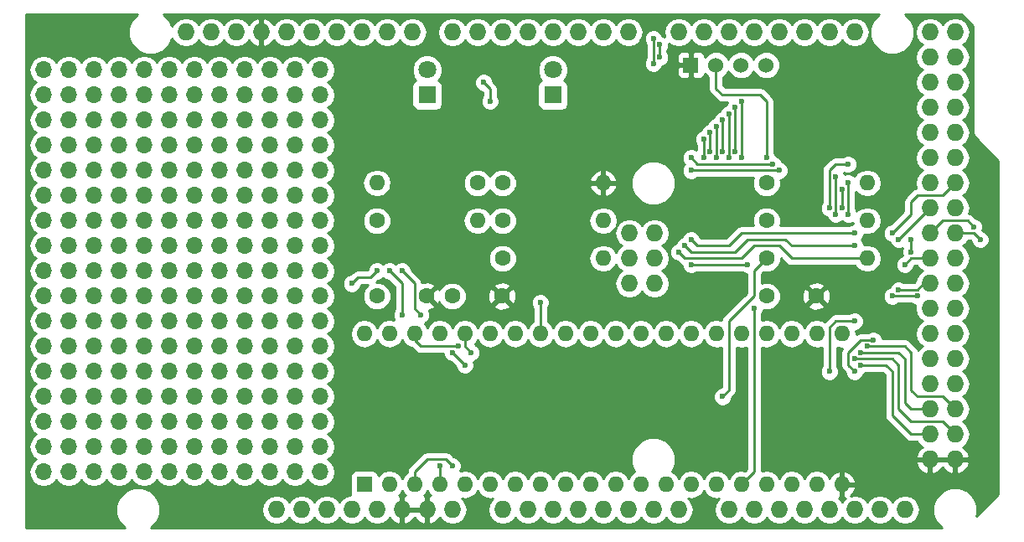
<source format=gbl>
G04 #@! TF.FileFunction,Copper,L2,Bot,Signal*
%FSLAX46Y46*%
G04 Gerber Fmt 4.6, Leading zero omitted, Abs format (unit mm)*
G04 Created by KiCad (PCBNEW 4.0.7) date 08/20/19 17:13:51*
%MOMM*%
%LPD*%
G01*
G04 APERTURE LIST*
%ADD10C,0.100000*%
%ADD11C,1.600000*%
%ADD12R,1.800000X1.800000*%
%ADD13C,1.800000*%
%ADD14O,1.600000X1.600000*%
%ADD15R,1.600000X1.600000*%
%ADD16O,1.727200X1.727200*%
%ADD17O,1.700000X1.700000*%
%ADD18R,1.524000X1.524000*%
%ADD19C,1.524000*%
%ADD20C,0.600000*%
%ADD21C,0.250000*%
%ADD22C,0.254000*%
G04 APERTURE END LIST*
D10*
D11*
X226060000Y-79375000D03*
X231060000Y-79375000D03*
X186690000Y-79375000D03*
X191690000Y-79375000D03*
X194310000Y-79375000D03*
X199310000Y-79375000D03*
D12*
X191770000Y-59055000D03*
D13*
X191770000Y-56515000D03*
D12*
X204470000Y-59055000D03*
D13*
X204470000Y-56515000D03*
D11*
X186690000Y-71755000D03*
D14*
X196850000Y-71755000D03*
D11*
X196850000Y-67945000D03*
D14*
X186690000Y-67945000D03*
D11*
X199390000Y-75565000D03*
D14*
X209550000Y-75565000D03*
D11*
X226060000Y-67945000D03*
D14*
X236220000Y-67945000D03*
D11*
X226060000Y-71755000D03*
D14*
X236220000Y-71755000D03*
D11*
X199390000Y-67945000D03*
D14*
X209550000Y-67945000D03*
D11*
X226060000Y-75565000D03*
D14*
X236220000Y-75565000D03*
D11*
X199390000Y-71755000D03*
D14*
X209550000Y-71755000D03*
D15*
X185420000Y-98425000D03*
D14*
X233680000Y-83185000D03*
X187960000Y-98425000D03*
X231140000Y-83185000D03*
X190500000Y-98425000D03*
X228600000Y-83185000D03*
X193040000Y-98425000D03*
X226060000Y-83185000D03*
X195580000Y-98425000D03*
X223520000Y-83185000D03*
X198120000Y-98425000D03*
X220980000Y-83185000D03*
X200660000Y-98425000D03*
X218440000Y-83185000D03*
X203200000Y-98425000D03*
X215900000Y-83185000D03*
X205740000Y-98425000D03*
X213360000Y-83185000D03*
X208280000Y-98425000D03*
X210820000Y-83185000D03*
X210820000Y-98425000D03*
X208280000Y-83185000D03*
X213360000Y-98425000D03*
X205740000Y-83185000D03*
X215900000Y-98425000D03*
X203200000Y-83185000D03*
X218440000Y-98425000D03*
X200660000Y-83185000D03*
X220980000Y-98425000D03*
X198120000Y-83185000D03*
X223520000Y-98425000D03*
X195580000Y-83185000D03*
X226060000Y-98425000D03*
X193040000Y-83185000D03*
X228600000Y-98425000D03*
X190500000Y-83185000D03*
X231140000Y-98425000D03*
X187960000Y-83185000D03*
X233680000Y-98425000D03*
X185420000Y-83185000D03*
D16*
X212217000Y-78105000D03*
X214757000Y-78105000D03*
X214757000Y-75565000D03*
X212217000Y-75565000D03*
X214757000Y-73025000D03*
X199390000Y-100965000D03*
X194310000Y-100965000D03*
X191770000Y-100965000D03*
X189230000Y-100965000D03*
X186690000Y-100965000D03*
X184150000Y-100965000D03*
X181610000Y-100965000D03*
X179070000Y-100965000D03*
X234950000Y-52705000D03*
X232410000Y-52705000D03*
X229870000Y-52705000D03*
X227330000Y-52705000D03*
X224790000Y-52705000D03*
X222250000Y-52705000D03*
X219710000Y-52705000D03*
X217170000Y-52705000D03*
X212090000Y-52705000D03*
X209550000Y-52705000D03*
X207010000Y-52705000D03*
X204470000Y-52705000D03*
X201930000Y-52705000D03*
X199390000Y-52705000D03*
X196850000Y-52705000D03*
X194310000Y-52705000D03*
X175006000Y-52705000D03*
X190246000Y-52705000D03*
X187706000Y-52705000D03*
X185166000Y-52705000D03*
X167386000Y-52705000D03*
X169926000Y-52705000D03*
X172466000Y-52705000D03*
X177546000Y-52705000D03*
X180086000Y-52705000D03*
X182626000Y-52705000D03*
X176530000Y-100965000D03*
X201930000Y-100965000D03*
X204470000Y-100965000D03*
X207010000Y-100965000D03*
X209550000Y-100965000D03*
X212090000Y-100965000D03*
X214630000Y-100965000D03*
X217170000Y-100965000D03*
X222250000Y-100965000D03*
X224790000Y-100965000D03*
X227330000Y-100965000D03*
X229870000Y-100965000D03*
X232410000Y-100965000D03*
X234950000Y-100965000D03*
X237490000Y-100965000D03*
X240030000Y-100965000D03*
X242570000Y-52705000D03*
X245110000Y-52705000D03*
X242570000Y-55245000D03*
X245110000Y-55245000D03*
X242570000Y-57785000D03*
X245110000Y-57785000D03*
X242570000Y-60325000D03*
X245110000Y-60325000D03*
X242570000Y-62865000D03*
X245110000Y-62865000D03*
X242570000Y-65405000D03*
X245110000Y-65405000D03*
X242570000Y-67945000D03*
X245110000Y-67945000D03*
X242570000Y-70485000D03*
X245110000Y-70485000D03*
X242570000Y-73025000D03*
X245110000Y-73025000D03*
X242570000Y-75565000D03*
X245110000Y-75565000D03*
X242570000Y-78105000D03*
X245110000Y-78105000D03*
X242570000Y-80645000D03*
X245110000Y-80645000D03*
X242570000Y-83185000D03*
X245110000Y-83185000D03*
X242570000Y-85725000D03*
X245110000Y-85725000D03*
X242570000Y-88265000D03*
X245110000Y-88265000D03*
X242570000Y-90805000D03*
X245110000Y-90805000D03*
X242570000Y-93345000D03*
X245110000Y-93345000D03*
X242570000Y-95885000D03*
X245110000Y-95885000D03*
X212217000Y-73025000D03*
D17*
X180975000Y-56515000D03*
X180975000Y-59055000D03*
X180975000Y-61595000D03*
X180975000Y-64135000D03*
X180975000Y-66675000D03*
X180975000Y-69215000D03*
X180975000Y-71755000D03*
X180975000Y-74295000D03*
X180975000Y-76835000D03*
X180975000Y-79375000D03*
X180975000Y-81915000D03*
X180975000Y-84455000D03*
X180975000Y-86995000D03*
X180975000Y-89535000D03*
X180975000Y-92075000D03*
X180975000Y-94615000D03*
X180975000Y-97155000D03*
X175895000Y-56515000D03*
X175895000Y-59055000D03*
X175895000Y-61595000D03*
X175895000Y-64135000D03*
X175895000Y-66675000D03*
X175895000Y-69215000D03*
X175895000Y-71755000D03*
X175895000Y-74295000D03*
X175895000Y-76835000D03*
X175895000Y-79375000D03*
X175895000Y-81915000D03*
X175895000Y-84455000D03*
X175895000Y-86995000D03*
X175895000Y-89535000D03*
X175895000Y-92075000D03*
X175895000Y-94615000D03*
X175895000Y-97155000D03*
X173355000Y-56515000D03*
X173355000Y-59055000D03*
X173355000Y-61595000D03*
X173355000Y-64135000D03*
X173355000Y-66675000D03*
X173355000Y-69215000D03*
X173355000Y-71755000D03*
X173355000Y-74295000D03*
X173355000Y-76835000D03*
X173355000Y-79375000D03*
X173355000Y-81915000D03*
X173355000Y-84455000D03*
X173355000Y-86995000D03*
X173355000Y-89535000D03*
X173355000Y-92075000D03*
X173355000Y-94615000D03*
X173355000Y-97155000D03*
X170815000Y-56515000D03*
X170815000Y-59055000D03*
X170815000Y-61595000D03*
X170815000Y-64135000D03*
X170815000Y-66675000D03*
X170815000Y-69215000D03*
X170815000Y-71755000D03*
X170815000Y-74295000D03*
X170815000Y-76835000D03*
X170815000Y-79375000D03*
X170815000Y-81915000D03*
X170815000Y-84455000D03*
X170815000Y-86995000D03*
X170815000Y-89535000D03*
X170815000Y-92075000D03*
X170815000Y-94615000D03*
X170815000Y-97155000D03*
X168275000Y-56515000D03*
X168275000Y-59055000D03*
X168275000Y-61595000D03*
X168275000Y-64135000D03*
X168275000Y-66675000D03*
X168275000Y-69215000D03*
X168275000Y-71755000D03*
X168275000Y-74295000D03*
X168275000Y-76835000D03*
X168275000Y-79375000D03*
X168275000Y-81915000D03*
X168275000Y-84455000D03*
X168275000Y-86995000D03*
X168275000Y-89535000D03*
X168275000Y-92075000D03*
X168275000Y-94615000D03*
X168275000Y-97155000D03*
X165735000Y-56515000D03*
X165735000Y-59055000D03*
X165735000Y-61595000D03*
X165735000Y-64135000D03*
X165735000Y-66675000D03*
X165735000Y-69215000D03*
X165735000Y-71755000D03*
X165735000Y-74295000D03*
X165735000Y-76835000D03*
X165735000Y-79375000D03*
X165735000Y-81915000D03*
X165735000Y-84455000D03*
X165735000Y-86995000D03*
X165735000Y-89535000D03*
X165735000Y-92075000D03*
X165735000Y-94615000D03*
X165735000Y-97155000D03*
X163195000Y-56515000D03*
X163195000Y-59055000D03*
X163195000Y-61595000D03*
X163195000Y-64135000D03*
X163195000Y-66675000D03*
X163195000Y-69215000D03*
X163195000Y-71755000D03*
X163195000Y-74295000D03*
X163195000Y-76835000D03*
X163195000Y-79375000D03*
X163195000Y-81915000D03*
X163195000Y-84455000D03*
X163195000Y-86995000D03*
X163195000Y-89535000D03*
X163195000Y-92075000D03*
X163195000Y-94615000D03*
X163195000Y-97155000D03*
X160655000Y-56515000D03*
X160655000Y-59055000D03*
X160655000Y-61595000D03*
X160655000Y-64135000D03*
X160655000Y-66675000D03*
X160655000Y-69215000D03*
X160655000Y-71755000D03*
X160655000Y-74295000D03*
X160655000Y-76835000D03*
X160655000Y-79375000D03*
X160655000Y-81915000D03*
X160655000Y-84455000D03*
X160655000Y-86995000D03*
X160655000Y-89535000D03*
X160655000Y-92075000D03*
X160655000Y-94615000D03*
X160655000Y-97155000D03*
X158115000Y-56515000D03*
X158115000Y-59055000D03*
X158115000Y-61595000D03*
X158115000Y-64135000D03*
X158115000Y-66675000D03*
X158115000Y-69215000D03*
X158115000Y-71755000D03*
X158115000Y-74295000D03*
X158115000Y-76835000D03*
X158115000Y-79375000D03*
X158115000Y-81915000D03*
X158115000Y-84455000D03*
X158115000Y-86995000D03*
X158115000Y-89535000D03*
X158115000Y-92075000D03*
X158115000Y-94615000D03*
X158115000Y-97155000D03*
X155575000Y-56515000D03*
X155575000Y-59055000D03*
X155575000Y-61595000D03*
X155575000Y-64135000D03*
X155575000Y-66675000D03*
X155575000Y-69215000D03*
X155575000Y-71755000D03*
X155575000Y-74295000D03*
X155575000Y-76835000D03*
X155575000Y-79375000D03*
X155575000Y-81915000D03*
X155575000Y-84455000D03*
X155575000Y-86995000D03*
X155575000Y-89535000D03*
X155575000Y-92075000D03*
X155575000Y-94615000D03*
X155575000Y-97155000D03*
X153035000Y-56515000D03*
X153035000Y-59055000D03*
X153035000Y-61595000D03*
X153035000Y-64135000D03*
X153035000Y-66675000D03*
X153035000Y-69215000D03*
X153035000Y-71755000D03*
X153035000Y-74295000D03*
X153035000Y-76835000D03*
X153035000Y-79375000D03*
X153035000Y-81915000D03*
X153035000Y-84455000D03*
X153035000Y-86995000D03*
X153035000Y-89535000D03*
X153035000Y-92075000D03*
X153035000Y-94615000D03*
X153035000Y-97155000D03*
X178435000Y-56515000D03*
X178435000Y-59055000D03*
X178435000Y-61595000D03*
X178435000Y-64135000D03*
X178435000Y-66675000D03*
X178435000Y-69215000D03*
X178435000Y-71755000D03*
X178435000Y-74295000D03*
X178435000Y-76835000D03*
X178435000Y-79375000D03*
X178435000Y-81915000D03*
X178435000Y-84455000D03*
X178435000Y-86995000D03*
X178435000Y-89535000D03*
X178435000Y-92075000D03*
X178435000Y-94615000D03*
X178435000Y-97155000D03*
D18*
X218405000Y-56030000D03*
D19*
X220945000Y-56030000D03*
X223485000Y-56030000D03*
X226025000Y-56030000D03*
D20*
X226060000Y-65405000D03*
X224155000Y-76200000D03*
X218440000Y-76200000D03*
X224790000Y-80645000D03*
X184150000Y-78105000D03*
X186690000Y-76835000D03*
X197485000Y-57785000D03*
X198120000Y-59690000D03*
X218440000Y-66675000D03*
X227330000Y-66675000D03*
X241300000Y-79375000D03*
X238760000Y-79375000D03*
X233680000Y-68580000D03*
X233680000Y-70485000D03*
X191135000Y-81280000D03*
X189230000Y-76835000D03*
X193040000Y-96520000D03*
X218440000Y-65405000D03*
X226695000Y-66040000D03*
X234315000Y-71120000D03*
X234315000Y-67945000D03*
X239395000Y-78740000D03*
X187960000Y-76835000D03*
X189230000Y-81280000D03*
X194310000Y-85090000D03*
X195580000Y-86360000D03*
X235585000Y-86360000D03*
X217170000Y-74930000D03*
X203200000Y-80010000D03*
X233045000Y-71120000D03*
X233045000Y-67310000D03*
X234315000Y-66040000D03*
X232410000Y-70485000D03*
X232410000Y-86995000D03*
X240030000Y-76200000D03*
X194310000Y-96520000D03*
X234950000Y-81915000D03*
X223520000Y-59690000D03*
X223520000Y-65405000D03*
X222885000Y-60325000D03*
X222885000Y-64770000D03*
X240665000Y-73660000D03*
X240665000Y-74930000D03*
X236855000Y-83820000D03*
X234950000Y-86995000D03*
X222250000Y-65405000D03*
X222250000Y-60960000D03*
X221615000Y-61595000D03*
X221615000Y-64770000D03*
X220980000Y-62230000D03*
X220980000Y-65405000D03*
X220345000Y-62865000D03*
X220345000Y-64770000D03*
X219710000Y-63500000D03*
X219710000Y-65405000D03*
X234950000Y-74295000D03*
X239395000Y-73660000D03*
X217805000Y-74295000D03*
X218440000Y-73660000D03*
X234950000Y-73025000D03*
X238760000Y-73025000D03*
X235585000Y-85090000D03*
X196215000Y-85090000D03*
X234950000Y-85725000D03*
X247015000Y-72390000D03*
X236220000Y-84455000D03*
X194945000Y-84455000D03*
X247650000Y-73660000D03*
X221615000Y-89535000D03*
X215265000Y-55245000D03*
X215265000Y-53975000D03*
X214630000Y-55880000D03*
X214630000Y-53340000D03*
D21*
X226060000Y-65405000D02*
X226060000Y-59690000D01*
X220945000Y-58385000D02*
X220945000Y-56030000D01*
X221615000Y-59055000D02*
X220945000Y-58385000D01*
X225425000Y-59055000D02*
X221615000Y-59055000D01*
X226060000Y-59690000D02*
X225425000Y-59055000D01*
X218440000Y-76200000D02*
X224155000Y-76200000D01*
X224790000Y-88900000D02*
X224790000Y-97155000D01*
X224790000Y-97155000D02*
X223520000Y-98425000D01*
X224790000Y-80645000D02*
X224790000Y-88900000D01*
X185420000Y-77470000D02*
X184785000Y-77470000D01*
X184785000Y-77470000D02*
X184150000Y-78105000D01*
X186055000Y-77470000D02*
X186690000Y-76835000D01*
X185420000Y-77470000D02*
X186055000Y-77470000D01*
X198120000Y-58420000D02*
X197485000Y-57785000D01*
X198120000Y-59690000D02*
X198120000Y-58420000D01*
X227330000Y-66675000D02*
X218440000Y-66675000D01*
X241300000Y-79375000D02*
X238760000Y-79375000D01*
X233680000Y-70485000D02*
X233680000Y-68580000D01*
X193040000Y-98425000D02*
X193040000Y-96520000D01*
X190500000Y-80645000D02*
X191135000Y-81280000D01*
X190500000Y-78105000D02*
X190500000Y-80645000D01*
X189230000Y-76835000D02*
X190500000Y-78105000D01*
X193040000Y-96520000D02*
X193040000Y-96520000D01*
X219075000Y-66040000D02*
X218440000Y-65405000D01*
X226695000Y-66040000D02*
X219075000Y-66040000D01*
X234315000Y-71120000D02*
X234315000Y-67945000D01*
X241935000Y-78105000D02*
X241300000Y-78740000D01*
X241300000Y-78740000D02*
X239395000Y-78740000D01*
X242570000Y-78105000D02*
X241935000Y-78105000D01*
X187960000Y-76835000D02*
X189230000Y-78105000D01*
X189230000Y-78105000D02*
X189230000Y-81280000D01*
X195580000Y-86360000D02*
X194310000Y-85090000D01*
X240665000Y-93345000D02*
X238760000Y-91440000D01*
X238760000Y-91440000D02*
X238760000Y-86995000D01*
X238760000Y-86995000D02*
X238125000Y-86360000D01*
X238125000Y-86360000D02*
X235585000Y-86360000D01*
X242570000Y-93345000D02*
X240665000Y-93345000D01*
X217170000Y-74930000D02*
X217805000Y-75565000D01*
X217805000Y-75565000D02*
X218440000Y-75565000D01*
X236220000Y-75565000D02*
X228600000Y-75565000D01*
X223520000Y-75565000D02*
X218440000Y-75565000D01*
X224790000Y-74295000D02*
X223520000Y-75565000D01*
X227330000Y-74295000D02*
X224790000Y-74295000D01*
X228600000Y-75565000D02*
X227330000Y-74295000D01*
X203200000Y-83185000D02*
X203200000Y-80010000D01*
X233045000Y-71120000D02*
X233045000Y-67945000D01*
X233045000Y-67310000D02*
X233045000Y-67945000D01*
X232410000Y-66675000D02*
X233045000Y-66040000D01*
X233680000Y-66040000D02*
X233045000Y-66040000D01*
X233680000Y-66040000D02*
X234315000Y-66040000D01*
X232410000Y-67310000D02*
X232410000Y-66675000D01*
X232410000Y-68580000D02*
X232410000Y-67310000D01*
X232410000Y-70485000D02*
X232410000Y-68580000D01*
X232410000Y-83820000D02*
X232410000Y-82550000D01*
X232410000Y-86995000D02*
X232410000Y-83820000D01*
X240030000Y-76200000D02*
X240665000Y-75565000D01*
X242570000Y-75565000D02*
X240665000Y-75565000D01*
X190500000Y-97155000D02*
X190500000Y-98425000D01*
X193675000Y-95885000D02*
X194310000Y-96520000D01*
X191770000Y-95885000D02*
X193675000Y-95885000D01*
X190500000Y-97155000D02*
X191770000Y-95885000D01*
X233045000Y-81915000D02*
X234950000Y-81915000D01*
X232410000Y-82550000D02*
X233045000Y-81915000D01*
X223520000Y-65405000D02*
X223520000Y-59690000D01*
X222885000Y-64770000D02*
X222885000Y-60325000D01*
X240665000Y-74930000D02*
X240665000Y-73660000D01*
X235585000Y-83820000D02*
X236855000Y-83820000D01*
X234315000Y-85090000D02*
X235585000Y-83820000D01*
X234315000Y-86360000D02*
X234315000Y-85090000D01*
X234950000Y-86995000D02*
X234315000Y-86360000D01*
X222250000Y-65405000D02*
X222250000Y-60960000D01*
X221615000Y-64770000D02*
X221615000Y-61595000D01*
X220980000Y-65405000D02*
X220980000Y-62230000D01*
X220345000Y-64770000D02*
X220345000Y-62865000D01*
X219710000Y-65405000D02*
X219710000Y-63500000D01*
X218440000Y-74930000D02*
X217805000Y-74295000D01*
X222885000Y-74930000D02*
X218440000Y-74930000D01*
X224155000Y-73660000D02*
X222885000Y-74930000D01*
X227965000Y-73660000D02*
X224155000Y-73660000D01*
X228600000Y-74295000D02*
X227965000Y-73660000D01*
X234950000Y-74295000D02*
X228600000Y-74295000D01*
X239395000Y-73660000D02*
X242570000Y-70485000D01*
X245110000Y-67945000D02*
X243840000Y-69215000D01*
X219075000Y-74295000D02*
X218440000Y-73660000D01*
X222250000Y-74295000D02*
X219075000Y-74295000D01*
X223520000Y-73025000D02*
X222250000Y-74295000D01*
X234950000Y-73025000D02*
X223520000Y-73025000D01*
X240665000Y-71120000D02*
X238760000Y-73025000D01*
X240665000Y-69850000D02*
X240665000Y-71120000D01*
X241300000Y-69215000D02*
X240665000Y-69850000D01*
X243840000Y-69215000D02*
X241300000Y-69215000D01*
X240665000Y-90805000D02*
X240030000Y-90170000D01*
X240030000Y-90170000D02*
X240030000Y-85725000D01*
X240030000Y-85725000D02*
X239395000Y-85090000D01*
X239395000Y-85090000D02*
X235585000Y-85090000D01*
X242570000Y-90805000D02*
X240665000Y-90805000D01*
X195580000Y-84455000D02*
X195580000Y-83185000D01*
X196215000Y-85090000D02*
X195580000Y-84455000D01*
X245110000Y-93345000D02*
X243840000Y-92075000D01*
X238760000Y-85725000D02*
X234950000Y-85725000D01*
X239395000Y-86360000D02*
X238760000Y-85725000D01*
X239395000Y-90805000D02*
X239395000Y-86360000D01*
X240665000Y-92075000D02*
X239395000Y-90805000D01*
X241300000Y-92075000D02*
X240665000Y-92075000D01*
X243840000Y-92075000D02*
X241300000Y-92075000D01*
X246380000Y-71755000D02*
X247015000Y-72390000D01*
X242570000Y-73025000D02*
X243840000Y-71755000D01*
X246380000Y-71755000D02*
X243840000Y-71755000D01*
X243840000Y-89535000D02*
X241300000Y-89535000D01*
X241300000Y-89535000D02*
X240665000Y-88900000D01*
X240665000Y-88900000D02*
X240665000Y-85090000D01*
X240665000Y-85090000D02*
X240030000Y-84455000D01*
X240030000Y-84455000D02*
X236220000Y-84455000D01*
X245110000Y-90805000D02*
X243840000Y-89535000D01*
X191135000Y-84455000D02*
X190500000Y-83820000D01*
X194945000Y-84455000D02*
X191135000Y-84455000D01*
X190500000Y-83820000D02*
X190500000Y-83185000D01*
X247015000Y-73025000D02*
X245110000Y-73025000D01*
X247650000Y-73660000D02*
X247015000Y-73025000D01*
X224155000Y-80010000D02*
X224790000Y-79375000D01*
X224790000Y-76835000D02*
X226060000Y-75565000D01*
X224790000Y-79375000D02*
X224790000Y-76835000D01*
X222250000Y-88900000D02*
X221615000Y-89535000D01*
X222250000Y-81915000D02*
X222250000Y-88900000D01*
X224155000Y-80010000D02*
X222250000Y-81915000D01*
X215265000Y-53975000D02*
X215265000Y-55245000D01*
X214630000Y-53340000D02*
X214630000Y-55880000D01*
D22*
G36*
X161936364Y-51437321D02*
X161595389Y-52258481D01*
X161594613Y-53147619D01*
X161934155Y-53969372D01*
X162562321Y-54598636D01*
X163383481Y-54939611D01*
X164272619Y-54940387D01*
X165094372Y-54600845D01*
X165723636Y-53972679D01*
X165996645Y-53315200D01*
X166296971Y-53764670D01*
X166783152Y-54089526D01*
X167356641Y-54203600D01*
X167415359Y-54203600D01*
X167988848Y-54089526D01*
X168475029Y-53764670D01*
X168656000Y-53493828D01*
X168836971Y-53764670D01*
X169323152Y-54089526D01*
X169896641Y-54203600D01*
X169955359Y-54203600D01*
X170528848Y-54089526D01*
X171015029Y-53764670D01*
X171196000Y-53493828D01*
X171376971Y-53764670D01*
X171863152Y-54089526D01*
X172436641Y-54203600D01*
X172495359Y-54203600D01*
X173068848Y-54089526D01*
X173555029Y-53764670D01*
X173735992Y-53493839D01*
X174117510Y-53911821D01*
X174646973Y-54159968D01*
X174879000Y-54039469D01*
X174879000Y-52832000D01*
X174859000Y-52832000D01*
X174859000Y-52578000D01*
X174879000Y-52578000D01*
X174879000Y-51370531D01*
X175133000Y-51370531D01*
X175133000Y-52578000D01*
X175153000Y-52578000D01*
X175153000Y-52832000D01*
X175133000Y-52832000D01*
X175133000Y-54039469D01*
X175365027Y-54159968D01*
X175894490Y-53911821D01*
X176276008Y-53493839D01*
X176456971Y-53764670D01*
X176943152Y-54089526D01*
X177516641Y-54203600D01*
X177575359Y-54203600D01*
X178148848Y-54089526D01*
X178635029Y-53764670D01*
X178816000Y-53493828D01*
X178996971Y-53764670D01*
X179483152Y-54089526D01*
X180056641Y-54203600D01*
X180115359Y-54203600D01*
X180688848Y-54089526D01*
X181175029Y-53764670D01*
X181356000Y-53493828D01*
X181536971Y-53764670D01*
X182023152Y-54089526D01*
X182596641Y-54203600D01*
X182655359Y-54203600D01*
X183228848Y-54089526D01*
X183715029Y-53764670D01*
X183896000Y-53493828D01*
X184076971Y-53764670D01*
X184563152Y-54089526D01*
X185136641Y-54203600D01*
X185195359Y-54203600D01*
X185768848Y-54089526D01*
X186255029Y-53764670D01*
X186436000Y-53493828D01*
X186616971Y-53764670D01*
X187103152Y-54089526D01*
X187676641Y-54203600D01*
X187735359Y-54203600D01*
X188308848Y-54089526D01*
X188795029Y-53764670D01*
X188976000Y-53493828D01*
X189156971Y-53764670D01*
X189643152Y-54089526D01*
X190216641Y-54203600D01*
X190275359Y-54203600D01*
X190848848Y-54089526D01*
X191335029Y-53764670D01*
X191659885Y-53278489D01*
X191773959Y-52705000D01*
X192782041Y-52705000D01*
X192896115Y-53278489D01*
X193220971Y-53764670D01*
X193707152Y-54089526D01*
X194280641Y-54203600D01*
X194339359Y-54203600D01*
X194912848Y-54089526D01*
X195399029Y-53764670D01*
X195580000Y-53493828D01*
X195760971Y-53764670D01*
X196247152Y-54089526D01*
X196820641Y-54203600D01*
X196879359Y-54203600D01*
X197452848Y-54089526D01*
X197939029Y-53764670D01*
X198120000Y-53493828D01*
X198300971Y-53764670D01*
X198787152Y-54089526D01*
X199360641Y-54203600D01*
X199419359Y-54203600D01*
X199992848Y-54089526D01*
X200479029Y-53764670D01*
X200660000Y-53493828D01*
X200840971Y-53764670D01*
X201327152Y-54089526D01*
X201900641Y-54203600D01*
X201959359Y-54203600D01*
X202532848Y-54089526D01*
X203019029Y-53764670D01*
X203200000Y-53493828D01*
X203380971Y-53764670D01*
X203867152Y-54089526D01*
X204440641Y-54203600D01*
X204499359Y-54203600D01*
X205072848Y-54089526D01*
X205559029Y-53764670D01*
X205740000Y-53493828D01*
X205920971Y-53764670D01*
X206407152Y-54089526D01*
X206980641Y-54203600D01*
X207039359Y-54203600D01*
X207612848Y-54089526D01*
X208099029Y-53764670D01*
X208280000Y-53493828D01*
X208460971Y-53764670D01*
X208947152Y-54089526D01*
X209520641Y-54203600D01*
X209579359Y-54203600D01*
X210152848Y-54089526D01*
X210639029Y-53764670D01*
X210820000Y-53493828D01*
X211000971Y-53764670D01*
X211487152Y-54089526D01*
X212060641Y-54203600D01*
X212119359Y-54203600D01*
X212692848Y-54089526D01*
X213179029Y-53764670D01*
X213339059Y-53525167D01*
X213694838Y-53525167D01*
X213836883Y-53868943D01*
X213870000Y-53902118D01*
X213870000Y-55317537D01*
X213837808Y-55349673D01*
X213695162Y-55693201D01*
X213694838Y-56065167D01*
X213836883Y-56408943D01*
X214099673Y-56672192D01*
X214443201Y-56814838D01*
X214815167Y-56815162D01*
X215158943Y-56673117D01*
X215422192Y-56410327D01*
X215461463Y-56315750D01*
X217008000Y-56315750D01*
X217008000Y-56918310D01*
X217104673Y-57151699D01*
X217283302Y-57330327D01*
X217516691Y-57427000D01*
X218119250Y-57427000D01*
X218278000Y-57268250D01*
X218278000Y-56157000D01*
X217166750Y-56157000D01*
X217008000Y-56315750D01*
X215461463Y-56315750D01*
X215531765Y-56146446D01*
X215793943Y-56038117D01*
X216057192Y-55775327D01*
X216199838Y-55431799D01*
X216200090Y-55141690D01*
X217008000Y-55141690D01*
X217008000Y-55744250D01*
X217166750Y-55903000D01*
X218278000Y-55903000D01*
X218278000Y-54791750D01*
X218119250Y-54633000D01*
X217516691Y-54633000D01*
X217283302Y-54729673D01*
X217104673Y-54908301D01*
X217008000Y-55141690D01*
X216200090Y-55141690D01*
X216200162Y-55059833D01*
X216058117Y-54716057D01*
X216025000Y-54682882D01*
X216025000Y-54537463D01*
X216057192Y-54505327D01*
X216199838Y-54161799D01*
X216200115Y-53844279D01*
X216567152Y-54089526D01*
X217140641Y-54203600D01*
X217199359Y-54203600D01*
X217772848Y-54089526D01*
X218259029Y-53764670D01*
X218440000Y-53493828D01*
X218620971Y-53764670D01*
X219107152Y-54089526D01*
X219680641Y-54203600D01*
X219739359Y-54203600D01*
X220312848Y-54089526D01*
X220799029Y-53764670D01*
X220980000Y-53493828D01*
X221160971Y-53764670D01*
X221647152Y-54089526D01*
X222220641Y-54203600D01*
X222279359Y-54203600D01*
X222852848Y-54089526D01*
X223339029Y-53764670D01*
X223520000Y-53493828D01*
X223700971Y-53764670D01*
X224187152Y-54089526D01*
X224760641Y-54203600D01*
X224819359Y-54203600D01*
X225392848Y-54089526D01*
X225879029Y-53764670D01*
X226060000Y-53493828D01*
X226240971Y-53764670D01*
X226727152Y-54089526D01*
X227300641Y-54203600D01*
X227359359Y-54203600D01*
X227932848Y-54089526D01*
X228419029Y-53764670D01*
X228600000Y-53493828D01*
X228780971Y-53764670D01*
X229267152Y-54089526D01*
X229840641Y-54203600D01*
X229899359Y-54203600D01*
X230472848Y-54089526D01*
X230959029Y-53764670D01*
X231140000Y-53493828D01*
X231320971Y-53764670D01*
X231807152Y-54089526D01*
X232380641Y-54203600D01*
X232439359Y-54203600D01*
X233012848Y-54089526D01*
X233499029Y-53764670D01*
X233680000Y-53493828D01*
X233860971Y-53764670D01*
X234347152Y-54089526D01*
X234920641Y-54203600D01*
X234979359Y-54203600D01*
X235552848Y-54089526D01*
X236039029Y-53764670D01*
X236363885Y-53278489D01*
X236477959Y-52705000D01*
X236363885Y-52131511D01*
X236039029Y-51645330D01*
X235552848Y-51320474D01*
X234979359Y-51206400D01*
X234920641Y-51206400D01*
X234347152Y-51320474D01*
X233860971Y-51645330D01*
X233680000Y-51916172D01*
X233499029Y-51645330D01*
X233012848Y-51320474D01*
X232439359Y-51206400D01*
X232380641Y-51206400D01*
X231807152Y-51320474D01*
X231320971Y-51645330D01*
X231140000Y-51916172D01*
X230959029Y-51645330D01*
X230472848Y-51320474D01*
X229899359Y-51206400D01*
X229840641Y-51206400D01*
X229267152Y-51320474D01*
X228780971Y-51645330D01*
X228600000Y-51916172D01*
X228419029Y-51645330D01*
X227932848Y-51320474D01*
X227359359Y-51206400D01*
X227300641Y-51206400D01*
X226727152Y-51320474D01*
X226240971Y-51645330D01*
X226060000Y-51916172D01*
X225879029Y-51645330D01*
X225392848Y-51320474D01*
X224819359Y-51206400D01*
X224760641Y-51206400D01*
X224187152Y-51320474D01*
X223700971Y-51645330D01*
X223520000Y-51916172D01*
X223339029Y-51645330D01*
X222852848Y-51320474D01*
X222279359Y-51206400D01*
X222220641Y-51206400D01*
X221647152Y-51320474D01*
X221160971Y-51645330D01*
X220980000Y-51916172D01*
X220799029Y-51645330D01*
X220312848Y-51320474D01*
X219739359Y-51206400D01*
X219680641Y-51206400D01*
X219107152Y-51320474D01*
X218620971Y-51645330D01*
X218440000Y-51916172D01*
X218259029Y-51645330D01*
X217772848Y-51320474D01*
X217199359Y-51206400D01*
X217140641Y-51206400D01*
X216567152Y-51320474D01*
X216080971Y-51645330D01*
X215756115Y-52131511D01*
X215642041Y-52705000D01*
X215731839Y-53156445D01*
X215531446Y-53073235D01*
X215423117Y-52811057D01*
X215160327Y-52547808D01*
X214816799Y-52405162D01*
X214444833Y-52404838D01*
X214101057Y-52546883D01*
X213837808Y-52809673D01*
X213695162Y-53153201D01*
X213694838Y-53525167D01*
X213339059Y-53525167D01*
X213503885Y-53278489D01*
X213617959Y-52705000D01*
X213503885Y-52131511D01*
X213179029Y-51645330D01*
X212692848Y-51320474D01*
X212119359Y-51206400D01*
X212060641Y-51206400D01*
X211487152Y-51320474D01*
X211000971Y-51645330D01*
X210820000Y-51916172D01*
X210639029Y-51645330D01*
X210152848Y-51320474D01*
X209579359Y-51206400D01*
X209520641Y-51206400D01*
X208947152Y-51320474D01*
X208460971Y-51645330D01*
X208280000Y-51916172D01*
X208099029Y-51645330D01*
X207612848Y-51320474D01*
X207039359Y-51206400D01*
X206980641Y-51206400D01*
X206407152Y-51320474D01*
X205920971Y-51645330D01*
X205740000Y-51916172D01*
X205559029Y-51645330D01*
X205072848Y-51320474D01*
X204499359Y-51206400D01*
X204440641Y-51206400D01*
X203867152Y-51320474D01*
X203380971Y-51645330D01*
X203200000Y-51916172D01*
X203019029Y-51645330D01*
X202532848Y-51320474D01*
X201959359Y-51206400D01*
X201900641Y-51206400D01*
X201327152Y-51320474D01*
X200840971Y-51645330D01*
X200660000Y-51916172D01*
X200479029Y-51645330D01*
X199992848Y-51320474D01*
X199419359Y-51206400D01*
X199360641Y-51206400D01*
X198787152Y-51320474D01*
X198300971Y-51645330D01*
X198120000Y-51916172D01*
X197939029Y-51645330D01*
X197452848Y-51320474D01*
X196879359Y-51206400D01*
X196820641Y-51206400D01*
X196247152Y-51320474D01*
X195760971Y-51645330D01*
X195580000Y-51916172D01*
X195399029Y-51645330D01*
X194912848Y-51320474D01*
X194339359Y-51206400D01*
X194280641Y-51206400D01*
X193707152Y-51320474D01*
X193220971Y-51645330D01*
X192896115Y-52131511D01*
X192782041Y-52705000D01*
X191773959Y-52705000D01*
X191659885Y-52131511D01*
X191335029Y-51645330D01*
X190848848Y-51320474D01*
X190275359Y-51206400D01*
X190216641Y-51206400D01*
X189643152Y-51320474D01*
X189156971Y-51645330D01*
X188976000Y-51916172D01*
X188795029Y-51645330D01*
X188308848Y-51320474D01*
X187735359Y-51206400D01*
X187676641Y-51206400D01*
X187103152Y-51320474D01*
X186616971Y-51645330D01*
X186436000Y-51916172D01*
X186255029Y-51645330D01*
X185768848Y-51320474D01*
X185195359Y-51206400D01*
X185136641Y-51206400D01*
X184563152Y-51320474D01*
X184076971Y-51645330D01*
X183896000Y-51916172D01*
X183715029Y-51645330D01*
X183228848Y-51320474D01*
X182655359Y-51206400D01*
X182596641Y-51206400D01*
X182023152Y-51320474D01*
X181536971Y-51645330D01*
X181356000Y-51916172D01*
X181175029Y-51645330D01*
X180688848Y-51320474D01*
X180115359Y-51206400D01*
X180056641Y-51206400D01*
X179483152Y-51320474D01*
X178996971Y-51645330D01*
X178816000Y-51916172D01*
X178635029Y-51645330D01*
X178148848Y-51320474D01*
X177575359Y-51206400D01*
X177516641Y-51206400D01*
X176943152Y-51320474D01*
X176456971Y-51645330D01*
X176276008Y-51916161D01*
X175894490Y-51498179D01*
X175365027Y-51250032D01*
X175133000Y-51370531D01*
X174879000Y-51370531D01*
X174646973Y-51250032D01*
X174117510Y-51498179D01*
X173735992Y-51916161D01*
X173555029Y-51645330D01*
X173068848Y-51320474D01*
X172495359Y-51206400D01*
X172436641Y-51206400D01*
X171863152Y-51320474D01*
X171376971Y-51645330D01*
X171196000Y-51916172D01*
X171015029Y-51645330D01*
X170528848Y-51320474D01*
X169955359Y-51206400D01*
X169896641Y-51206400D01*
X169323152Y-51320474D01*
X168836971Y-51645330D01*
X168656000Y-51916172D01*
X168475029Y-51645330D01*
X167988848Y-51320474D01*
X167415359Y-51206400D01*
X167356641Y-51206400D01*
X166783152Y-51320474D01*
X166296971Y-51645330D01*
X165996335Y-52095263D01*
X165725845Y-51440628D01*
X165161204Y-50875000D01*
X237429668Y-50875000D01*
X236866364Y-51437321D01*
X236525389Y-52258481D01*
X236524613Y-53147619D01*
X236864155Y-53969372D01*
X237492321Y-54598636D01*
X238313481Y-54939611D01*
X239202619Y-54940387D01*
X240024372Y-54600845D01*
X240653636Y-53972679D01*
X240994611Y-53151519D01*
X240995387Y-52262381D01*
X240655845Y-51440628D01*
X240091204Y-50875000D01*
X245704908Y-50875000D01*
X246940000Y-52110092D01*
X246940000Y-62865000D01*
X246994046Y-63136705D01*
X247147954Y-63367046D01*
X249480000Y-65699091D01*
X249480000Y-99400909D01*
X247256007Y-101624901D01*
X247344611Y-101411519D01*
X247345387Y-100522381D01*
X247005845Y-99700628D01*
X246377679Y-99071364D01*
X245556519Y-98730389D01*
X244667381Y-98729613D01*
X243845628Y-99069155D01*
X243216364Y-99697321D01*
X242875389Y-100518481D01*
X242874613Y-101407619D01*
X243214155Y-102229372D01*
X243778796Y-102795000D01*
X163890332Y-102795000D01*
X164453636Y-102232679D01*
X164794611Y-101411519D01*
X164795000Y-100965000D01*
X175002041Y-100965000D01*
X175116115Y-101538489D01*
X175440971Y-102024670D01*
X175927152Y-102349526D01*
X176500641Y-102463600D01*
X176559359Y-102463600D01*
X177132848Y-102349526D01*
X177619029Y-102024670D01*
X177800000Y-101753828D01*
X177980971Y-102024670D01*
X178467152Y-102349526D01*
X179040641Y-102463600D01*
X179099359Y-102463600D01*
X179672848Y-102349526D01*
X180159029Y-102024670D01*
X180340000Y-101753828D01*
X180520971Y-102024670D01*
X181007152Y-102349526D01*
X181580641Y-102463600D01*
X181639359Y-102463600D01*
X182212848Y-102349526D01*
X182699029Y-102024670D01*
X182880000Y-101753828D01*
X183060971Y-102024670D01*
X183547152Y-102349526D01*
X184120641Y-102463600D01*
X184179359Y-102463600D01*
X184752848Y-102349526D01*
X185239029Y-102024670D01*
X185420000Y-101753828D01*
X185600971Y-102024670D01*
X186087152Y-102349526D01*
X186660641Y-102463600D01*
X186719359Y-102463600D01*
X187292848Y-102349526D01*
X187779029Y-102024670D01*
X187959992Y-101753839D01*
X188341510Y-102171821D01*
X188870973Y-102419968D01*
X189103000Y-102299469D01*
X189103000Y-101092000D01*
X189357000Y-101092000D01*
X189357000Y-102299469D01*
X189589027Y-102419968D01*
X190118490Y-102171821D01*
X190500000Y-101753848D01*
X190881510Y-102171821D01*
X191410973Y-102419968D01*
X191643000Y-102299469D01*
X191643000Y-101092000D01*
X189357000Y-101092000D01*
X189103000Y-101092000D01*
X189083000Y-101092000D01*
X189083000Y-100838000D01*
X189103000Y-100838000D01*
X189103000Y-99630531D01*
X188893782Y-99521877D01*
X188974698Y-99467811D01*
X189230000Y-99085725D01*
X189485302Y-99467811D01*
X189566218Y-99521877D01*
X189357000Y-99630531D01*
X189357000Y-100838000D01*
X191643000Y-100838000D01*
X191643000Y-99630531D01*
X191433782Y-99521877D01*
X191514698Y-99467811D01*
X191770000Y-99085725D01*
X192025302Y-99467811D01*
X192106218Y-99521877D01*
X191897000Y-99630531D01*
X191897000Y-100838000D01*
X191917000Y-100838000D01*
X191917000Y-101092000D01*
X191897000Y-101092000D01*
X191897000Y-102299469D01*
X192129027Y-102419968D01*
X192658490Y-102171821D01*
X193040008Y-101753839D01*
X193220971Y-102024670D01*
X193707152Y-102349526D01*
X194280641Y-102463600D01*
X194339359Y-102463600D01*
X194912848Y-102349526D01*
X195399029Y-102024670D01*
X195723885Y-101538489D01*
X195837959Y-100965000D01*
X195723885Y-100391511D01*
X195399029Y-99905330D01*
X195285630Y-99829559D01*
X195580000Y-99888113D01*
X196129151Y-99778880D01*
X196594698Y-99467811D01*
X196850000Y-99085725D01*
X197105302Y-99467811D01*
X197570849Y-99778880D01*
X198120000Y-99888113D01*
X198414370Y-99829559D01*
X198300971Y-99905330D01*
X197976115Y-100391511D01*
X197862041Y-100965000D01*
X197976115Y-101538489D01*
X198300971Y-102024670D01*
X198787152Y-102349526D01*
X199360641Y-102463600D01*
X199419359Y-102463600D01*
X199992848Y-102349526D01*
X200479029Y-102024670D01*
X200660000Y-101753828D01*
X200840971Y-102024670D01*
X201327152Y-102349526D01*
X201900641Y-102463600D01*
X201959359Y-102463600D01*
X202532848Y-102349526D01*
X203019029Y-102024670D01*
X203200000Y-101753828D01*
X203380971Y-102024670D01*
X203867152Y-102349526D01*
X204440641Y-102463600D01*
X204499359Y-102463600D01*
X205072848Y-102349526D01*
X205559029Y-102024670D01*
X205740000Y-101753828D01*
X205920971Y-102024670D01*
X206407152Y-102349526D01*
X206980641Y-102463600D01*
X207039359Y-102463600D01*
X207612848Y-102349526D01*
X208099029Y-102024670D01*
X208280000Y-101753828D01*
X208460971Y-102024670D01*
X208947152Y-102349526D01*
X209520641Y-102463600D01*
X209579359Y-102463600D01*
X210152848Y-102349526D01*
X210639029Y-102024670D01*
X210820000Y-101753828D01*
X211000971Y-102024670D01*
X211487152Y-102349526D01*
X212060641Y-102463600D01*
X212119359Y-102463600D01*
X212692848Y-102349526D01*
X213179029Y-102024670D01*
X213360000Y-101753828D01*
X213540971Y-102024670D01*
X214027152Y-102349526D01*
X214600641Y-102463600D01*
X214659359Y-102463600D01*
X215232848Y-102349526D01*
X215719029Y-102024670D01*
X215900000Y-101753828D01*
X216080971Y-102024670D01*
X216567152Y-102349526D01*
X217140641Y-102463600D01*
X217199359Y-102463600D01*
X217772848Y-102349526D01*
X218259029Y-102024670D01*
X218583885Y-101538489D01*
X218697959Y-100965000D01*
X218583885Y-100391511D01*
X218259029Y-99905330D01*
X218145630Y-99829559D01*
X218440000Y-99888113D01*
X218989151Y-99778880D01*
X219454698Y-99467811D01*
X219710000Y-99085725D01*
X219965302Y-99467811D01*
X220430849Y-99778880D01*
X220980000Y-99888113D01*
X221274370Y-99829559D01*
X221160971Y-99905330D01*
X220836115Y-100391511D01*
X220722041Y-100965000D01*
X220836115Y-101538489D01*
X221160971Y-102024670D01*
X221647152Y-102349526D01*
X222220641Y-102463600D01*
X222279359Y-102463600D01*
X222852848Y-102349526D01*
X223339029Y-102024670D01*
X223520000Y-101753828D01*
X223700971Y-102024670D01*
X224187152Y-102349526D01*
X224760641Y-102463600D01*
X224819359Y-102463600D01*
X225392848Y-102349526D01*
X225879029Y-102024670D01*
X226060000Y-101753828D01*
X226240971Y-102024670D01*
X226727152Y-102349526D01*
X227300641Y-102463600D01*
X227359359Y-102463600D01*
X227932848Y-102349526D01*
X228419029Y-102024670D01*
X228600000Y-101753828D01*
X228780971Y-102024670D01*
X229267152Y-102349526D01*
X229840641Y-102463600D01*
X229899359Y-102463600D01*
X230472848Y-102349526D01*
X230959029Y-102024670D01*
X231140000Y-101753828D01*
X231320971Y-102024670D01*
X231807152Y-102349526D01*
X232380641Y-102463600D01*
X232439359Y-102463600D01*
X233012848Y-102349526D01*
X233499029Y-102024670D01*
X233680000Y-101753828D01*
X233860971Y-102024670D01*
X234347152Y-102349526D01*
X234920641Y-102463600D01*
X234979359Y-102463600D01*
X235552848Y-102349526D01*
X236039029Y-102024670D01*
X236220000Y-101753828D01*
X236400971Y-102024670D01*
X236887152Y-102349526D01*
X237460641Y-102463600D01*
X237519359Y-102463600D01*
X238092848Y-102349526D01*
X238579029Y-102024670D01*
X238760000Y-101753828D01*
X238940971Y-102024670D01*
X239427152Y-102349526D01*
X240000641Y-102463600D01*
X240059359Y-102463600D01*
X240632848Y-102349526D01*
X241119029Y-102024670D01*
X241443885Y-101538489D01*
X241557959Y-100965000D01*
X241443885Y-100391511D01*
X241119029Y-99905330D01*
X240632848Y-99580474D01*
X240059359Y-99466400D01*
X240000641Y-99466400D01*
X239427152Y-99580474D01*
X238940971Y-99905330D01*
X238760000Y-100176172D01*
X238579029Y-99905330D01*
X238092848Y-99580474D01*
X237519359Y-99466400D01*
X237460641Y-99466400D01*
X236887152Y-99580474D01*
X236400971Y-99905330D01*
X236220000Y-100176172D01*
X236039029Y-99905330D01*
X235552848Y-99580474D01*
X234979359Y-99466400D01*
X234920641Y-99466400D01*
X234544084Y-99541302D01*
X234832389Y-99280134D01*
X235071914Y-98774041D01*
X234950629Y-98552000D01*
X233807000Y-98552000D01*
X233807000Y-99694915D01*
X234009432Y-99806132D01*
X233860971Y-99905330D01*
X233680000Y-100176172D01*
X233499029Y-99905330D01*
X233350568Y-99806132D01*
X233553000Y-99694915D01*
X233553000Y-98552000D01*
X233533000Y-98552000D01*
X233533000Y-98298000D01*
X233553000Y-98298000D01*
X233553000Y-97155085D01*
X233807000Y-97155085D01*
X233807000Y-98298000D01*
X234950629Y-98298000D01*
X235071914Y-98075959D01*
X234832389Y-97569866D01*
X234417423Y-97193959D01*
X234029039Y-97033096D01*
X233807000Y-97155085D01*
X233553000Y-97155085D01*
X233330961Y-97033096D01*
X232942577Y-97193959D01*
X232527611Y-97569866D01*
X232424986Y-97786703D01*
X232154698Y-97382189D01*
X231689151Y-97071120D01*
X231140000Y-96961887D01*
X230590849Y-97071120D01*
X230125302Y-97382189D01*
X229870000Y-97764275D01*
X229614698Y-97382189D01*
X229149151Y-97071120D01*
X228600000Y-96961887D01*
X228050849Y-97071120D01*
X227585302Y-97382189D01*
X227330000Y-97764275D01*
X227074698Y-97382189D01*
X226609151Y-97071120D01*
X226060000Y-96961887D01*
X225550000Y-97063332D01*
X225550000Y-96244026D01*
X241115042Y-96244026D01*
X241287312Y-96659947D01*
X241681510Y-97091821D01*
X242210973Y-97339968D01*
X242443000Y-97219469D01*
X242443000Y-96012000D01*
X242697000Y-96012000D01*
X242697000Y-97219469D01*
X242929027Y-97339968D01*
X243458490Y-97091821D01*
X243840000Y-96673848D01*
X244221510Y-97091821D01*
X244750973Y-97339968D01*
X244983000Y-97219469D01*
X244983000Y-96012000D01*
X245237000Y-96012000D01*
X245237000Y-97219469D01*
X245469027Y-97339968D01*
X245998490Y-97091821D01*
X246392688Y-96659947D01*
X246564958Y-96244026D01*
X246443817Y-96012000D01*
X245237000Y-96012000D01*
X244983000Y-96012000D01*
X242697000Y-96012000D01*
X242443000Y-96012000D01*
X241236183Y-96012000D01*
X241115042Y-96244026D01*
X225550000Y-96244026D01*
X225550000Y-84546668D01*
X226060000Y-84648113D01*
X226609151Y-84538880D01*
X227074698Y-84227811D01*
X227330000Y-83845725D01*
X227585302Y-84227811D01*
X228050849Y-84538880D01*
X228600000Y-84648113D01*
X229149151Y-84538880D01*
X229614698Y-84227811D01*
X229870000Y-83845725D01*
X230125302Y-84227811D01*
X230590849Y-84538880D01*
X231140000Y-84648113D01*
X231650000Y-84546668D01*
X231650000Y-86432537D01*
X231617808Y-86464673D01*
X231475162Y-86808201D01*
X231474838Y-87180167D01*
X231616883Y-87523943D01*
X231879673Y-87787192D01*
X232223201Y-87929838D01*
X232595167Y-87930162D01*
X232938943Y-87788117D01*
X233202192Y-87525327D01*
X233344838Y-87181799D01*
X233345162Y-86809833D01*
X233203117Y-86466057D01*
X233170000Y-86432882D01*
X233170000Y-84546668D01*
X233680000Y-84648113D01*
X233718956Y-84640364D01*
X233612852Y-84799161D01*
X233555000Y-85090000D01*
X233555000Y-86360000D01*
X233612852Y-86650839D01*
X233777599Y-86897401D01*
X234014878Y-87134680D01*
X234014838Y-87180167D01*
X234156883Y-87523943D01*
X234419673Y-87787192D01*
X234763201Y-87929838D01*
X235135167Y-87930162D01*
X235478943Y-87788117D01*
X235742192Y-87525327D01*
X235851765Y-87261446D01*
X236113943Y-87153117D01*
X236147118Y-87120000D01*
X237810198Y-87120000D01*
X238000000Y-87309802D01*
X238000000Y-91440000D01*
X238057852Y-91730839D01*
X238222599Y-91977401D01*
X240127599Y-93882401D01*
X240374161Y-94047148D01*
X240665000Y-94105000D01*
X241280738Y-94105000D01*
X241480971Y-94404670D01*
X241804228Y-94620664D01*
X241681510Y-94678179D01*
X241287312Y-95110053D01*
X241115042Y-95525974D01*
X241236183Y-95758000D01*
X242443000Y-95758000D01*
X242443000Y-95738000D01*
X242697000Y-95738000D01*
X242697000Y-95758000D01*
X244983000Y-95758000D01*
X244983000Y-95738000D01*
X245237000Y-95738000D01*
X245237000Y-95758000D01*
X246443817Y-95758000D01*
X246564958Y-95525974D01*
X246392688Y-95110053D01*
X245998490Y-94678179D01*
X245875772Y-94620664D01*
X246199029Y-94404670D01*
X246523885Y-93918489D01*
X246637959Y-93345000D01*
X246523885Y-92771511D01*
X246199029Y-92285330D01*
X245884248Y-92075000D01*
X246199029Y-91864670D01*
X246523885Y-91378489D01*
X246637959Y-90805000D01*
X246523885Y-90231511D01*
X246199029Y-89745330D01*
X245884248Y-89535000D01*
X246199029Y-89324670D01*
X246523885Y-88838489D01*
X246637959Y-88265000D01*
X246523885Y-87691511D01*
X246199029Y-87205330D01*
X245884248Y-86995000D01*
X246199029Y-86784670D01*
X246523885Y-86298489D01*
X246637959Y-85725000D01*
X246523885Y-85151511D01*
X246199029Y-84665330D01*
X245884248Y-84455000D01*
X246199029Y-84244670D01*
X246523885Y-83758489D01*
X246637959Y-83185000D01*
X246523885Y-82611511D01*
X246199029Y-82125330D01*
X245884248Y-81915000D01*
X246199029Y-81704670D01*
X246523885Y-81218489D01*
X246637959Y-80645000D01*
X246523885Y-80071511D01*
X246199029Y-79585330D01*
X245884248Y-79375000D01*
X246199029Y-79164670D01*
X246523885Y-78678489D01*
X246637959Y-78105000D01*
X246523885Y-77531511D01*
X246199029Y-77045330D01*
X245884248Y-76835000D01*
X246199029Y-76624670D01*
X246523885Y-76138489D01*
X246637959Y-75565000D01*
X246523885Y-74991511D01*
X246199029Y-74505330D01*
X245884248Y-74295000D01*
X246199029Y-74084670D01*
X246399262Y-73785000D01*
X246700198Y-73785000D01*
X246714878Y-73799680D01*
X246714838Y-73845167D01*
X246856883Y-74188943D01*
X247119673Y-74452192D01*
X247463201Y-74594838D01*
X247835167Y-74595162D01*
X248178943Y-74453117D01*
X248442192Y-74190327D01*
X248584838Y-73846799D01*
X248585162Y-73474833D01*
X248443117Y-73131057D01*
X248180327Y-72867808D01*
X247880668Y-72743378D01*
X247949838Y-72576799D01*
X247950162Y-72204833D01*
X247808117Y-71861057D01*
X247545327Y-71597808D01*
X247201799Y-71455162D01*
X247154923Y-71455121D01*
X246917401Y-71217599D01*
X246670839Y-71052852D01*
X246530557Y-71024948D01*
X246637959Y-70485000D01*
X246523885Y-69911511D01*
X246199029Y-69425330D01*
X245884248Y-69215000D01*
X246199029Y-69004670D01*
X246523885Y-68518489D01*
X246637959Y-67945000D01*
X246523885Y-67371511D01*
X246199029Y-66885330D01*
X245884248Y-66675000D01*
X246199029Y-66464670D01*
X246523885Y-65978489D01*
X246637959Y-65405000D01*
X246523885Y-64831511D01*
X246199029Y-64345330D01*
X245884248Y-64135000D01*
X246199029Y-63924670D01*
X246523885Y-63438489D01*
X246637959Y-62865000D01*
X246523885Y-62291511D01*
X246199029Y-61805330D01*
X245884248Y-61595000D01*
X246199029Y-61384670D01*
X246523885Y-60898489D01*
X246637959Y-60325000D01*
X246523885Y-59751511D01*
X246199029Y-59265330D01*
X245884248Y-59055000D01*
X246199029Y-58844670D01*
X246523885Y-58358489D01*
X246637959Y-57785000D01*
X246523885Y-57211511D01*
X246199029Y-56725330D01*
X245884248Y-56515000D01*
X246199029Y-56304670D01*
X246523885Y-55818489D01*
X246637959Y-55245000D01*
X246523885Y-54671511D01*
X246199029Y-54185330D01*
X245884248Y-53975000D01*
X246199029Y-53764670D01*
X246523885Y-53278489D01*
X246637959Y-52705000D01*
X246523885Y-52131511D01*
X246199029Y-51645330D01*
X245712848Y-51320474D01*
X245139359Y-51206400D01*
X245080641Y-51206400D01*
X244507152Y-51320474D01*
X244020971Y-51645330D01*
X243840000Y-51916172D01*
X243659029Y-51645330D01*
X243172848Y-51320474D01*
X242599359Y-51206400D01*
X242540641Y-51206400D01*
X241967152Y-51320474D01*
X241480971Y-51645330D01*
X241156115Y-52131511D01*
X241042041Y-52705000D01*
X241156115Y-53278489D01*
X241480971Y-53764670D01*
X241795752Y-53975000D01*
X241480971Y-54185330D01*
X241156115Y-54671511D01*
X241042041Y-55245000D01*
X241156115Y-55818489D01*
X241480971Y-56304670D01*
X241795752Y-56515000D01*
X241480971Y-56725330D01*
X241156115Y-57211511D01*
X241042041Y-57785000D01*
X241156115Y-58358489D01*
X241480971Y-58844670D01*
X241795752Y-59055000D01*
X241480971Y-59265330D01*
X241156115Y-59751511D01*
X241042041Y-60325000D01*
X241156115Y-60898489D01*
X241480971Y-61384670D01*
X241795752Y-61595000D01*
X241480971Y-61805330D01*
X241156115Y-62291511D01*
X241042041Y-62865000D01*
X241156115Y-63438489D01*
X241480971Y-63924670D01*
X241795752Y-64135000D01*
X241480971Y-64345330D01*
X241156115Y-64831511D01*
X241042041Y-65405000D01*
X241156115Y-65978489D01*
X241480971Y-66464670D01*
X241795752Y-66675000D01*
X241480971Y-66885330D01*
X241156115Y-67371511D01*
X241042041Y-67945000D01*
X241149443Y-68484948D01*
X241009161Y-68512852D01*
X240762599Y-68677599D01*
X240127599Y-69312599D01*
X239962852Y-69559161D01*
X239905000Y-69850000D01*
X239905000Y-70805198D01*
X238620320Y-72089878D01*
X238574833Y-72089838D01*
X238231057Y-72231883D01*
X237967808Y-72494673D01*
X237825162Y-72838201D01*
X237824838Y-73210167D01*
X237966883Y-73553943D01*
X238229673Y-73817192D01*
X238493554Y-73926765D01*
X238601883Y-74188943D01*
X238864673Y-74452192D01*
X239208201Y-74594838D01*
X239580167Y-74595162D01*
X239835430Y-74489690D01*
X239730162Y-74743201D01*
X239729838Y-75115167D01*
X239799432Y-75283597D01*
X239501057Y-75406883D01*
X239237808Y-75669673D01*
X239095162Y-76013201D01*
X239094838Y-76385167D01*
X239236883Y-76728943D01*
X239499673Y-76992192D01*
X239843201Y-77134838D01*
X240215167Y-77135162D01*
X240558943Y-76993117D01*
X240822192Y-76730327D01*
X240964838Y-76386799D01*
X240964879Y-76339923D01*
X240979802Y-76325000D01*
X241280738Y-76325000D01*
X241480971Y-76624670D01*
X241795752Y-76835000D01*
X241480971Y-77045330D01*
X241156115Y-77531511D01*
X241087193Y-77878005D01*
X240985198Y-77980000D01*
X239957463Y-77980000D01*
X239925327Y-77947808D01*
X239581799Y-77805162D01*
X239209833Y-77804838D01*
X238866057Y-77946883D01*
X238602808Y-78209673D01*
X238493235Y-78473554D01*
X238231057Y-78581883D01*
X237967808Y-78844673D01*
X237825162Y-79188201D01*
X237824838Y-79560167D01*
X237966883Y-79903943D01*
X238229673Y-80167192D01*
X238573201Y-80309838D01*
X238945167Y-80310162D01*
X239288943Y-80168117D01*
X239322118Y-80135000D01*
X240737537Y-80135000D01*
X240769673Y-80167192D01*
X241109052Y-80308115D01*
X241042041Y-80645000D01*
X241156115Y-81218489D01*
X241480971Y-81704670D01*
X241795752Y-81915000D01*
X241480971Y-82125330D01*
X241156115Y-82611511D01*
X241042041Y-83185000D01*
X241156115Y-83758489D01*
X241480971Y-84244670D01*
X241795752Y-84455000D01*
X241480971Y-84665330D01*
X241372745Y-84827301D01*
X241367148Y-84799161D01*
X241202401Y-84552599D01*
X240567401Y-83917599D01*
X240320839Y-83752852D01*
X240030000Y-83695000D01*
X237790110Y-83695000D01*
X237790162Y-83634833D01*
X237648117Y-83291057D01*
X237385327Y-83027808D01*
X237041799Y-82885162D01*
X236669833Y-82884838D01*
X236326057Y-83026883D01*
X236292882Y-83060000D01*
X235585000Y-83060000D01*
X235294160Y-83117852D01*
X235109391Y-83241311D01*
X235115000Y-83213113D01*
X235115000Y-83156887D01*
X235053974Y-82850091D01*
X235135167Y-82850162D01*
X235478943Y-82708117D01*
X235742192Y-82445327D01*
X235884838Y-82101799D01*
X235885162Y-81729833D01*
X235743117Y-81386057D01*
X235480327Y-81122808D01*
X235136799Y-80980162D01*
X234764833Y-80979838D01*
X234421057Y-81121883D01*
X234387882Y-81155000D01*
X233045000Y-81155000D01*
X232754161Y-81212852D01*
X232507599Y-81377599D01*
X231907909Y-81977289D01*
X231689151Y-81831120D01*
X231140000Y-81721887D01*
X230590849Y-81831120D01*
X230125302Y-82142189D01*
X229870000Y-82524275D01*
X229614698Y-82142189D01*
X229149151Y-81831120D01*
X228600000Y-81721887D01*
X228050849Y-81831120D01*
X227585302Y-82142189D01*
X227330000Y-82524275D01*
X227074698Y-82142189D01*
X226609151Y-81831120D01*
X226060000Y-81721887D01*
X225550000Y-81823332D01*
X225550000Y-81207463D01*
X225582192Y-81175327D01*
X225724838Y-80831799D01*
X225724875Y-80789638D01*
X225773309Y-80809750D01*
X226344187Y-80810248D01*
X226871800Y-80592243D01*
X227081663Y-80382745D01*
X230231861Y-80382745D01*
X230305995Y-80628864D01*
X230843223Y-80821965D01*
X231413454Y-80794778D01*
X231814005Y-80628864D01*
X231888139Y-80382745D01*
X231060000Y-79554605D01*
X230231861Y-80382745D01*
X227081663Y-80382745D01*
X227275824Y-80188923D01*
X227494750Y-79661691D01*
X227495189Y-79158223D01*
X229613035Y-79158223D01*
X229640222Y-79728454D01*
X229806136Y-80129005D01*
X230052255Y-80203139D01*
X230880395Y-79375000D01*
X231239605Y-79375000D01*
X232067745Y-80203139D01*
X232313864Y-80129005D01*
X232506965Y-79591777D01*
X232479778Y-79021546D01*
X232313864Y-78620995D01*
X232067745Y-78546861D01*
X231239605Y-79375000D01*
X230880395Y-79375000D01*
X230052255Y-78546861D01*
X229806136Y-78620995D01*
X229613035Y-79158223D01*
X227495189Y-79158223D01*
X227495248Y-79090813D01*
X227277243Y-78563200D01*
X227081640Y-78367255D01*
X230231861Y-78367255D01*
X231060000Y-79195395D01*
X231888139Y-78367255D01*
X231814005Y-78121136D01*
X231276777Y-77928035D01*
X230706546Y-77955222D01*
X230305995Y-78121136D01*
X230231861Y-78367255D01*
X227081640Y-78367255D01*
X226873923Y-78159176D01*
X226346691Y-77940250D01*
X225775813Y-77939752D01*
X225550000Y-78033056D01*
X225550000Y-77149802D01*
X225721546Y-76978256D01*
X225773309Y-76999750D01*
X226344187Y-77000248D01*
X226871800Y-76782243D01*
X227275824Y-76378923D01*
X227494750Y-75851691D01*
X227495026Y-75534828D01*
X228062599Y-76102401D01*
X228309160Y-76267148D01*
X228600000Y-76325000D01*
X235007005Y-76325000D01*
X235177189Y-76579698D01*
X235642736Y-76890767D01*
X236191887Y-77000000D01*
X236248113Y-77000000D01*
X236797264Y-76890767D01*
X237262811Y-76579698D01*
X237573880Y-76114151D01*
X237683113Y-75565000D01*
X237573880Y-75015849D01*
X237262811Y-74550302D01*
X236797264Y-74239233D01*
X236248113Y-74130000D01*
X236191887Y-74130000D01*
X235885091Y-74191026D01*
X235885162Y-74109833D01*
X235743117Y-73766057D01*
X235637290Y-73660046D01*
X235742192Y-73555327D01*
X235884838Y-73211799D01*
X235884910Y-73128938D01*
X236191887Y-73190000D01*
X236248113Y-73190000D01*
X236797264Y-73080767D01*
X237262811Y-72769698D01*
X237573880Y-72304151D01*
X237683113Y-71755000D01*
X237573880Y-71205849D01*
X237262811Y-70740302D01*
X236797264Y-70429233D01*
X236248113Y-70320000D01*
X236191887Y-70320000D01*
X235642736Y-70429233D01*
X235177189Y-70740302D01*
X235172613Y-70747150D01*
X235108117Y-70591057D01*
X235075000Y-70557882D01*
X235075000Y-68806762D01*
X235177189Y-68959698D01*
X235642736Y-69270767D01*
X236191887Y-69380000D01*
X236248113Y-69380000D01*
X236797264Y-69270767D01*
X237262811Y-68959698D01*
X237573880Y-68494151D01*
X237683113Y-67945000D01*
X237573880Y-67395849D01*
X237262811Y-66930302D01*
X236797264Y-66619233D01*
X236248113Y-66510000D01*
X236191887Y-66510000D01*
X235642736Y-66619233D01*
X235177189Y-66930302D01*
X234955063Y-67262736D01*
X234845327Y-67152808D01*
X234501799Y-67010162D01*
X234129833Y-67009838D01*
X233961403Y-67079432D01*
X233874690Y-66869570D01*
X234128201Y-66974838D01*
X234500167Y-66975162D01*
X234843943Y-66833117D01*
X235107192Y-66570327D01*
X235249838Y-66226799D01*
X235250162Y-65854833D01*
X235108117Y-65511057D01*
X234845327Y-65247808D01*
X234501799Y-65105162D01*
X234129833Y-65104838D01*
X233786057Y-65246883D01*
X233752882Y-65280000D01*
X233045000Y-65280000D01*
X232754161Y-65337852D01*
X232507599Y-65502599D01*
X231872599Y-66137599D01*
X231707852Y-66384161D01*
X231650000Y-66675000D01*
X231650000Y-69922537D01*
X231617808Y-69954673D01*
X231475162Y-70298201D01*
X231474838Y-70670167D01*
X231616883Y-71013943D01*
X231879673Y-71277192D01*
X232143554Y-71386765D01*
X232251883Y-71648943D01*
X232514673Y-71912192D01*
X232858201Y-72054838D01*
X233230167Y-72055162D01*
X233573943Y-71913117D01*
X233679954Y-71807290D01*
X233784673Y-71912192D01*
X234128201Y-72054838D01*
X234500167Y-72055162D01*
X234792561Y-71934347D01*
X234823501Y-72089889D01*
X234764833Y-72089838D01*
X234421057Y-72231883D01*
X234387882Y-72265000D01*
X227402024Y-72265000D01*
X227494750Y-72041691D01*
X227495248Y-71470813D01*
X227277243Y-70943200D01*
X226873923Y-70539176D01*
X226346691Y-70320250D01*
X225775813Y-70319752D01*
X225248200Y-70537757D01*
X224844176Y-70941077D01*
X224625250Y-71468309D01*
X224624752Y-72039187D01*
X224718056Y-72265000D01*
X223520000Y-72265000D01*
X223229160Y-72322852D01*
X222982599Y-72487599D01*
X221935198Y-73535000D01*
X219389802Y-73535000D01*
X219375122Y-73520320D01*
X219375162Y-73474833D01*
X219233117Y-73131057D01*
X218970327Y-72867808D01*
X218626799Y-72725162D01*
X218254833Y-72724838D01*
X217911057Y-72866883D01*
X217647808Y-73129673D01*
X217538235Y-73393554D01*
X217276057Y-73501883D01*
X217012808Y-73764673D01*
X216903235Y-74028554D01*
X216641057Y-74136883D01*
X216377808Y-74399673D01*
X216235162Y-74743201D01*
X216234838Y-75115167D01*
X216376883Y-75458943D01*
X216639673Y-75722192D01*
X216983201Y-75864838D01*
X217030077Y-75864879D01*
X217267599Y-76102401D01*
X217504946Y-76260991D01*
X217504838Y-76385167D01*
X217646883Y-76728943D01*
X217909673Y-76992192D01*
X218253201Y-77134838D01*
X218625167Y-77135162D01*
X218968943Y-76993117D01*
X219002118Y-76960000D01*
X223592537Y-76960000D01*
X223624673Y-76992192D01*
X223968201Y-77134838D01*
X224030000Y-77134892D01*
X224030000Y-79060198D01*
X221712599Y-81377599D01*
X221547852Y-81624161D01*
X221507540Y-81826821D01*
X220980000Y-81721887D01*
X220430849Y-81831120D01*
X219965302Y-82142189D01*
X219710000Y-82524275D01*
X219454698Y-82142189D01*
X218989151Y-81831120D01*
X218440000Y-81721887D01*
X217890849Y-81831120D01*
X217425302Y-82142189D01*
X217170000Y-82524275D01*
X216914698Y-82142189D01*
X216449151Y-81831120D01*
X215900000Y-81721887D01*
X215350849Y-81831120D01*
X214885302Y-82142189D01*
X214630000Y-82524275D01*
X214374698Y-82142189D01*
X213909151Y-81831120D01*
X213360000Y-81721887D01*
X212810849Y-81831120D01*
X212345302Y-82142189D01*
X212090000Y-82524275D01*
X211834698Y-82142189D01*
X211369151Y-81831120D01*
X210820000Y-81721887D01*
X210270849Y-81831120D01*
X209805302Y-82142189D01*
X209550000Y-82524275D01*
X209294698Y-82142189D01*
X208829151Y-81831120D01*
X208280000Y-81721887D01*
X207730849Y-81831120D01*
X207265302Y-82142189D01*
X207010000Y-82524275D01*
X206754698Y-82142189D01*
X206289151Y-81831120D01*
X205740000Y-81721887D01*
X205190849Y-81831120D01*
X204725302Y-82142189D01*
X204470000Y-82524275D01*
X204214698Y-82142189D01*
X203960000Y-81972005D01*
X203960000Y-80572463D01*
X203992192Y-80540327D01*
X204134838Y-80196799D01*
X204135162Y-79824833D01*
X203993117Y-79481057D01*
X203730327Y-79217808D01*
X203386799Y-79075162D01*
X203014833Y-79074838D01*
X202671057Y-79216883D01*
X202407808Y-79479673D01*
X202265162Y-79823201D01*
X202264838Y-80195167D01*
X202406883Y-80538943D01*
X202440000Y-80572118D01*
X202440000Y-81972005D01*
X202185302Y-82142189D01*
X201930000Y-82524275D01*
X201674698Y-82142189D01*
X201209151Y-81831120D01*
X200660000Y-81721887D01*
X200110849Y-81831120D01*
X199645302Y-82142189D01*
X199390000Y-82524275D01*
X199134698Y-82142189D01*
X198669151Y-81831120D01*
X198120000Y-81721887D01*
X197570849Y-81831120D01*
X197105302Y-82142189D01*
X196850000Y-82524275D01*
X196594698Y-82142189D01*
X196129151Y-81831120D01*
X195580000Y-81721887D01*
X195030849Y-81831120D01*
X194565302Y-82142189D01*
X194310000Y-82524275D01*
X194054698Y-82142189D01*
X193589151Y-81831120D01*
X193040000Y-81721887D01*
X192490849Y-81831120D01*
X192025302Y-82142189D01*
X191770000Y-82524275D01*
X191514698Y-82142189D01*
X191507850Y-82137613D01*
X191663943Y-82073117D01*
X191927192Y-81810327D01*
X192069838Y-81466799D01*
X192070162Y-81094833D01*
X191948061Y-80799326D01*
X192043454Y-80794778D01*
X192444005Y-80628864D01*
X192518139Y-80382745D01*
X191690000Y-79554605D01*
X191675858Y-79568748D01*
X191496253Y-79389143D01*
X191510395Y-79375000D01*
X191869605Y-79375000D01*
X192697745Y-80203139D01*
X192943864Y-80129005D01*
X193002022Y-79967204D01*
X193092757Y-80186800D01*
X193496077Y-80590824D01*
X194023309Y-80809750D01*
X194594187Y-80810248D01*
X195121800Y-80592243D01*
X195331663Y-80382745D01*
X198481861Y-80382745D01*
X198555995Y-80628864D01*
X199093223Y-80821965D01*
X199663454Y-80794778D01*
X200064005Y-80628864D01*
X200138139Y-80382745D01*
X199310000Y-79554605D01*
X198481861Y-80382745D01*
X195331663Y-80382745D01*
X195525824Y-80188923D01*
X195744750Y-79661691D01*
X195745189Y-79158223D01*
X197863035Y-79158223D01*
X197890222Y-79728454D01*
X198056136Y-80129005D01*
X198302255Y-80203139D01*
X199130395Y-79375000D01*
X199489605Y-79375000D01*
X200317745Y-80203139D01*
X200563864Y-80129005D01*
X200756965Y-79591777D01*
X200729778Y-79021546D01*
X200563864Y-78620995D01*
X200317745Y-78546861D01*
X199489605Y-79375000D01*
X199130395Y-79375000D01*
X198302255Y-78546861D01*
X198056136Y-78620995D01*
X197863035Y-79158223D01*
X195745189Y-79158223D01*
X195745248Y-79090813D01*
X195527243Y-78563200D01*
X195331640Y-78367255D01*
X198481861Y-78367255D01*
X199310000Y-79195395D01*
X200138139Y-78367255D01*
X200064005Y-78121136D01*
X199526777Y-77928035D01*
X198956546Y-77955222D01*
X198555995Y-78121136D01*
X198481861Y-78367255D01*
X195331640Y-78367255D01*
X195123923Y-78159176D01*
X194596691Y-77940250D01*
X194025813Y-77939752D01*
X193498200Y-78157757D01*
X193094176Y-78561077D01*
X193006503Y-78772218D01*
X192943864Y-78620995D01*
X192697745Y-78546861D01*
X191869605Y-79375000D01*
X191510395Y-79375000D01*
X191496253Y-79360858D01*
X191675858Y-79181252D01*
X191690000Y-79195395D01*
X192518139Y-78367255D01*
X192444005Y-78121136D01*
X191906777Y-77928035D01*
X191336546Y-77955222D01*
X191238302Y-77995916D01*
X191222843Y-77918201D01*
X191202148Y-77814160D01*
X191037401Y-77567599D01*
X190165122Y-76695320D01*
X190165162Y-76649833D01*
X190023117Y-76306057D01*
X189760327Y-76042808D01*
X189416799Y-75900162D01*
X189044833Y-75899838D01*
X188701057Y-76041883D01*
X188595046Y-76147710D01*
X188490327Y-76042808D01*
X188146799Y-75900162D01*
X187774833Y-75899838D01*
X187431057Y-76041883D01*
X187325046Y-76147710D01*
X187220327Y-76042808D01*
X186876799Y-75900162D01*
X186504833Y-75899838D01*
X186161057Y-76041883D01*
X185897808Y-76304673D01*
X185755162Y-76648201D01*
X185755121Y-76695077D01*
X185740198Y-76710000D01*
X184785000Y-76710000D01*
X184494161Y-76767852D01*
X184247599Y-76932599D01*
X184010320Y-77169878D01*
X183964833Y-77169838D01*
X183621057Y-77311883D01*
X183357808Y-77574673D01*
X183215162Y-77918201D01*
X183214838Y-78290167D01*
X183356883Y-78633943D01*
X183619673Y-78897192D01*
X183963201Y-79039838D01*
X184335167Y-79040162D01*
X184678943Y-78898117D01*
X184942192Y-78635327D01*
X185084838Y-78291799D01*
X185084879Y-78244923D01*
X185099802Y-78230000D01*
X185805831Y-78230000D01*
X185474176Y-78561077D01*
X185255250Y-79088309D01*
X185254752Y-79659187D01*
X185472757Y-80186800D01*
X185876077Y-80590824D01*
X186403309Y-80809750D01*
X186974187Y-80810248D01*
X187501800Y-80592243D01*
X187905824Y-80188923D01*
X188124750Y-79661691D01*
X188125248Y-79090813D01*
X187907243Y-78563200D01*
X187503923Y-78159176D01*
X186976691Y-77940250D01*
X186659828Y-77939974D01*
X186829680Y-77770122D01*
X186875167Y-77770162D01*
X187218943Y-77628117D01*
X187324954Y-77522290D01*
X187429673Y-77627192D01*
X187773201Y-77769838D01*
X187820077Y-77769879D01*
X188470000Y-78419802D01*
X188470000Y-80717537D01*
X188437808Y-80749673D01*
X188295162Y-81093201D01*
X188294838Y-81465167D01*
X188436883Y-81808943D01*
X188446601Y-81818678D01*
X187960000Y-81721887D01*
X187410849Y-81831120D01*
X186945302Y-82142189D01*
X186690000Y-82524275D01*
X186434698Y-82142189D01*
X185969151Y-81831120D01*
X185420000Y-81721887D01*
X184870849Y-81831120D01*
X184405302Y-82142189D01*
X184094233Y-82607736D01*
X183985000Y-83156887D01*
X183985000Y-83213113D01*
X184094233Y-83762264D01*
X184405302Y-84227811D01*
X184870849Y-84538880D01*
X185420000Y-84648113D01*
X185969151Y-84538880D01*
X186434698Y-84227811D01*
X186690000Y-83845725D01*
X186945302Y-84227811D01*
X187410849Y-84538880D01*
X187960000Y-84648113D01*
X188509151Y-84538880D01*
X188974698Y-84227811D01*
X189230000Y-83845725D01*
X189485302Y-84227811D01*
X189950849Y-84538880D01*
X190192057Y-84586859D01*
X190597599Y-84992401D01*
X190844161Y-85157148D01*
X191135000Y-85215000D01*
X193374890Y-85215000D01*
X193374838Y-85275167D01*
X193516883Y-85618943D01*
X193779673Y-85882192D01*
X194123201Y-86024838D01*
X194170077Y-86024879D01*
X194644878Y-86499680D01*
X194644838Y-86545167D01*
X194786883Y-86888943D01*
X195049673Y-87152192D01*
X195393201Y-87294838D01*
X195765167Y-87295162D01*
X196108943Y-87153117D01*
X196372192Y-86890327D01*
X196514838Y-86546799D01*
X196515162Y-86174833D01*
X196445568Y-86006403D01*
X196743943Y-85883117D01*
X197007192Y-85620327D01*
X197149838Y-85276799D01*
X197150162Y-84904833D01*
X197008117Y-84561057D01*
X196745327Y-84297808D01*
X196587822Y-84232406D01*
X196594698Y-84227811D01*
X196850000Y-83845725D01*
X197105302Y-84227811D01*
X197570849Y-84538880D01*
X198120000Y-84648113D01*
X198669151Y-84538880D01*
X199134698Y-84227811D01*
X199390000Y-83845725D01*
X199645302Y-84227811D01*
X200110849Y-84538880D01*
X200660000Y-84648113D01*
X201209151Y-84538880D01*
X201674698Y-84227811D01*
X201930000Y-83845725D01*
X202185302Y-84227811D01*
X202650849Y-84538880D01*
X203200000Y-84648113D01*
X203749151Y-84538880D01*
X204214698Y-84227811D01*
X204470000Y-83845725D01*
X204725302Y-84227811D01*
X205190849Y-84538880D01*
X205740000Y-84648113D01*
X206289151Y-84538880D01*
X206754698Y-84227811D01*
X207010000Y-83845725D01*
X207265302Y-84227811D01*
X207730849Y-84538880D01*
X208280000Y-84648113D01*
X208829151Y-84538880D01*
X209294698Y-84227811D01*
X209550000Y-83845725D01*
X209805302Y-84227811D01*
X210270849Y-84538880D01*
X210820000Y-84648113D01*
X211369151Y-84538880D01*
X211834698Y-84227811D01*
X212090000Y-83845725D01*
X212345302Y-84227811D01*
X212810849Y-84538880D01*
X213360000Y-84648113D01*
X213909151Y-84538880D01*
X214374698Y-84227811D01*
X214630000Y-83845725D01*
X214885302Y-84227811D01*
X215350849Y-84538880D01*
X215900000Y-84648113D01*
X216449151Y-84538880D01*
X216914698Y-84227811D01*
X217170000Y-83845725D01*
X217425302Y-84227811D01*
X217890849Y-84538880D01*
X218440000Y-84648113D01*
X218989151Y-84538880D01*
X219454698Y-84227811D01*
X219710000Y-83845725D01*
X219965302Y-84227811D01*
X220430849Y-84538880D01*
X220980000Y-84648113D01*
X221490000Y-84546668D01*
X221490000Y-88585198D01*
X221475320Y-88599878D01*
X221429833Y-88599838D01*
X221086057Y-88741883D01*
X220822808Y-89004673D01*
X220680162Y-89348201D01*
X220679838Y-89720167D01*
X220821883Y-90063943D01*
X221084673Y-90327192D01*
X221428201Y-90469838D01*
X221800167Y-90470162D01*
X222143943Y-90328117D01*
X222407192Y-90065327D01*
X222549838Y-89721799D01*
X222549879Y-89674923D01*
X222787401Y-89437401D01*
X222952148Y-89190839D01*
X223010000Y-88900000D01*
X223010000Y-84546668D01*
X223520000Y-84648113D01*
X224030000Y-84546668D01*
X224030000Y-96840198D01*
X223843886Y-97026312D01*
X223520000Y-96961887D01*
X222970849Y-97071120D01*
X222505302Y-97382189D01*
X222250000Y-97764275D01*
X221994698Y-97382189D01*
X221529151Y-97071120D01*
X220980000Y-96961887D01*
X220430849Y-97071120D01*
X219965302Y-97382189D01*
X219710000Y-97764275D01*
X219454698Y-97382189D01*
X218989151Y-97071120D01*
X218440000Y-96961887D01*
X217890849Y-97071120D01*
X217425302Y-97382189D01*
X217170000Y-97764275D01*
X216914698Y-97382189D01*
X216533969Y-97127794D01*
X216864611Y-96331519D01*
X216865387Y-95442381D01*
X216525845Y-94620628D01*
X215897679Y-93991364D01*
X215076519Y-93650389D01*
X214187381Y-93649613D01*
X213365628Y-93989155D01*
X212736364Y-94617321D01*
X212395389Y-95438481D01*
X212394613Y-96327619D01*
X212725410Y-97128208D01*
X212345302Y-97382189D01*
X212090000Y-97764275D01*
X211834698Y-97382189D01*
X211369151Y-97071120D01*
X210820000Y-96961887D01*
X210270849Y-97071120D01*
X209805302Y-97382189D01*
X209550000Y-97764275D01*
X209294698Y-97382189D01*
X208829151Y-97071120D01*
X208280000Y-96961887D01*
X207730849Y-97071120D01*
X207265302Y-97382189D01*
X207010000Y-97764275D01*
X206754698Y-97382189D01*
X206289151Y-97071120D01*
X205740000Y-96961887D01*
X205190849Y-97071120D01*
X204725302Y-97382189D01*
X204470000Y-97764275D01*
X204214698Y-97382189D01*
X203749151Y-97071120D01*
X203200000Y-96961887D01*
X202650849Y-97071120D01*
X202185302Y-97382189D01*
X201930000Y-97764275D01*
X201674698Y-97382189D01*
X201209151Y-97071120D01*
X200660000Y-96961887D01*
X200110849Y-97071120D01*
X199645302Y-97382189D01*
X199390000Y-97764275D01*
X199134698Y-97382189D01*
X198669151Y-97071120D01*
X198120000Y-96961887D01*
X197570849Y-97071120D01*
X197105302Y-97382189D01*
X196850000Y-97764275D01*
X196594698Y-97382189D01*
X196129151Y-97071120D01*
X195580000Y-96961887D01*
X195093933Y-97058572D01*
X195102192Y-97050327D01*
X195244838Y-96706799D01*
X195245162Y-96334833D01*
X195103117Y-95991057D01*
X194840327Y-95727808D01*
X194496799Y-95585162D01*
X194449923Y-95585121D01*
X194212401Y-95347599D01*
X193965839Y-95182852D01*
X193675000Y-95125000D01*
X191770000Y-95125000D01*
X191479160Y-95182852D01*
X191232599Y-95347599D01*
X189962599Y-96617599D01*
X189797852Y-96864161D01*
X189740000Y-97155000D01*
X189740000Y-97212005D01*
X189485302Y-97382189D01*
X189230000Y-97764275D01*
X188974698Y-97382189D01*
X188509151Y-97071120D01*
X187960000Y-96961887D01*
X187410849Y-97071120D01*
X186945302Y-97382189D01*
X186848899Y-97526465D01*
X186823162Y-97389683D01*
X186684090Y-97173559D01*
X186471890Y-97028569D01*
X186220000Y-96977560D01*
X184620000Y-96977560D01*
X184384683Y-97021838D01*
X184168559Y-97160910D01*
X184023569Y-97373110D01*
X183972560Y-97625000D01*
X183972560Y-99225000D01*
X184016838Y-99460317D01*
X184032087Y-99484014D01*
X183547152Y-99580474D01*
X183060971Y-99905330D01*
X182880000Y-100176172D01*
X182699029Y-99905330D01*
X182212848Y-99580474D01*
X181639359Y-99466400D01*
X181580641Y-99466400D01*
X181007152Y-99580474D01*
X180520971Y-99905330D01*
X180340000Y-100176172D01*
X180159029Y-99905330D01*
X179672848Y-99580474D01*
X179099359Y-99466400D01*
X179040641Y-99466400D01*
X178467152Y-99580474D01*
X177980971Y-99905330D01*
X177800000Y-100176172D01*
X177619029Y-99905330D01*
X177132848Y-99580474D01*
X176559359Y-99466400D01*
X176500641Y-99466400D01*
X175927152Y-99580474D01*
X175440971Y-99905330D01*
X175116115Y-100391511D01*
X175002041Y-100965000D01*
X164795000Y-100965000D01*
X164795387Y-100522381D01*
X164455845Y-99700628D01*
X163827679Y-99071364D01*
X163006519Y-98730389D01*
X162117381Y-98729613D01*
X161295628Y-99069155D01*
X160666364Y-99697321D01*
X160325389Y-100518481D01*
X160324613Y-101407619D01*
X160664155Y-102229372D01*
X161228796Y-102795000D01*
X151205000Y-102795000D01*
X151205000Y-56515000D01*
X151520907Y-56515000D01*
X151633946Y-57083285D01*
X151955853Y-57565054D01*
X152285026Y-57785000D01*
X151955853Y-58004946D01*
X151633946Y-58486715D01*
X151520907Y-59055000D01*
X151633946Y-59623285D01*
X151955853Y-60105054D01*
X152285026Y-60325000D01*
X151955853Y-60544946D01*
X151633946Y-61026715D01*
X151520907Y-61595000D01*
X151633946Y-62163285D01*
X151955853Y-62645054D01*
X152285026Y-62865000D01*
X151955853Y-63084946D01*
X151633946Y-63566715D01*
X151520907Y-64135000D01*
X151633946Y-64703285D01*
X151955853Y-65185054D01*
X152285026Y-65405000D01*
X151955853Y-65624946D01*
X151633946Y-66106715D01*
X151520907Y-66675000D01*
X151633946Y-67243285D01*
X151955853Y-67725054D01*
X152285026Y-67945000D01*
X151955853Y-68164946D01*
X151633946Y-68646715D01*
X151520907Y-69215000D01*
X151633946Y-69783285D01*
X151955853Y-70265054D01*
X152285026Y-70485000D01*
X151955853Y-70704946D01*
X151633946Y-71186715D01*
X151520907Y-71755000D01*
X151633946Y-72323285D01*
X151955853Y-72805054D01*
X152285026Y-73025000D01*
X151955853Y-73244946D01*
X151633946Y-73726715D01*
X151520907Y-74295000D01*
X151633946Y-74863285D01*
X151955853Y-75345054D01*
X152285026Y-75565000D01*
X151955853Y-75784946D01*
X151633946Y-76266715D01*
X151520907Y-76835000D01*
X151633946Y-77403285D01*
X151955853Y-77885054D01*
X152285026Y-78105000D01*
X151955853Y-78324946D01*
X151633946Y-78806715D01*
X151520907Y-79375000D01*
X151633946Y-79943285D01*
X151955853Y-80425054D01*
X152285026Y-80645000D01*
X151955853Y-80864946D01*
X151633946Y-81346715D01*
X151520907Y-81915000D01*
X151633946Y-82483285D01*
X151955853Y-82965054D01*
X152285026Y-83185000D01*
X151955853Y-83404946D01*
X151633946Y-83886715D01*
X151520907Y-84455000D01*
X151633946Y-85023285D01*
X151955853Y-85505054D01*
X152285026Y-85725000D01*
X151955853Y-85944946D01*
X151633946Y-86426715D01*
X151520907Y-86995000D01*
X151633946Y-87563285D01*
X151955853Y-88045054D01*
X152285026Y-88265000D01*
X151955853Y-88484946D01*
X151633946Y-88966715D01*
X151520907Y-89535000D01*
X151633946Y-90103285D01*
X151955853Y-90585054D01*
X152285026Y-90805000D01*
X151955853Y-91024946D01*
X151633946Y-91506715D01*
X151520907Y-92075000D01*
X151633946Y-92643285D01*
X151955853Y-93125054D01*
X152285026Y-93345000D01*
X151955853Y-93564946D01*
X151633946Y-94046715D01*
X151520907Y-94615000D01*
X151633946Y-95183285D01*
X151955853Y-95665054D01*
X152285026Y-95885000D01*
X151955853Y-96104946D01*
X151633946Y-96586715D01*
X151520907Y-97155000D01*
X151633946Y-97723285D01*
X151955853Y-98205054D01*
X152437622Y-98526961D01*
X153005907Y-98640000D01*
X153064093Y-98640000D01*
X153632378Y-98526961D01*
X154114147Y-98205054D01*
X154305000Y-97919422D01*
X154495853Y-98205054D01*
X154977622Y-98526961D01*
X155545907Y-98640000D01*
X155604093Y-98640000D01*
X156172378Y-98526961D01*
X156654147Y-98205054D01*
X156845000Y-97919422D01*
X157035853Y-98205054D01*
X157517622Y-98526961D01*
X158085907Y-98640000D01*
X158144093Y-98640000D01*
X158712378Y-98526961D01*
X159194147Y-98205054D01*
X159385000Y-97919422D01*
X159575853Y-98205054D01*
X160057622Y-98526961D01*
X160625907Y-98640000D01*
X160684093Y-98640000D01*
X161252378Y-98526961D01*
X161734147Y-98205054D01*
X161925000Y-97919422D01*
X162115853Y-98205054D01*
X162597622Y-98526961D01*
X163165907Y-98640000D01*
X163224093Y-98640000D01*
X163792378Y-98526961D01*
X164274147Y-98205054D01*
X164465000Y-97919422D01*
X164655853Y-98205054D01*
X165137622Y-98526961D01*
X165705907Y-98640000D01*
X165764093Y-98640000D01*
X166332378Y-98526961D01*
X166814147Y-98205054D01*
X167005000Y-97919422D01*
X167195853Y-98205054D01*
X167677622Y-98526961D01*
X168245907Y-98640000D01*
X168304093Y-98640000D01*
X168872378Y-98526961D01*
X169354147Y-98205054D01*
X169545000Y-97919422D01*
X169735853Y-98205054D01*
X170217622Y-98526961D01*
X170785907Y-98640000D01*
X170844093Y-98640000D01*
X171412378Y-98526961D01*
X171894147Y-98205054D01*
X172085000Y-97919422D01*
X172275853Y-98205054D01*
X172757622Y-98526961D01*
X173325907Y-98640000D01*
X173384093Y-98640000D01*
X173952378Y-98526961D01*
X174434147Y-98205054D01*
X174625000Y-97919422D01*
X174815853Y-98205054D01*
X175297622Y-98526961D01*
X175865907Y-98640000D01*
X175924093Y-98640000D01*
X176492378Y-98526961D01*
X176974147Y-98205054D01*
X177165000Y-97919422D01*
X177355853Y-98205054D01*
X177837622Y-98526961D01*
X178405907Y-98640000D01*
X178464093Y-98640000D01*
X179032378Y-98526961D01*
X179514147Y-98205054D01*
X179705000Y-97919422D01*
X179895853Y-98205054D01*
X180377622Y-98526961D01*
X180945907Y-98640000D01*
X181004093Y-98640000D01*
X181572378Y-98526961D01*
X182054147Y-98205054D01*
X182376054Y-97723285D01*
X182489093Y-97155000D01*
X182376054Y-96586715D01*
X182054147Y-96104946D01*
X181724974Y-95885000D01*
X182054147Y-95665054D01*
X182376054Y-95183285D01*
X182489093Y-94615000D01*
X182376054Y-94046715D01*
X182054147Y-93564946D01*
X181724974Y-93345000D01*
X182054147Y-93125054D01*
X182376054Y-92643285D01*
X182489093Y-92075000D01*
X182376054Y-91506715D01*
X182054147Y-91024946D01*
X181724974Y-90805000D01*
X182054147Y-90585054D01*
X182376054Y-90103285D01*
X182489093Y-89535000D01*
X182376054Y-88966715D01*
X182054147Y-88484946D01*
X181724974Y-88265000D01*
X182054147Y-88045054D01*
X182376054Y-87563285D01*
X182489093Y-86995000D01*
X182376054Y-86426715D01*
X182054147Y-85944946D01*
X181724974Y-85725000D01*
X182054147Y-85505054D01*
X182376054Y-85023285D01*
X182489093Y-84455000D01*
X182376054Y-83886715D01*
X182054147Y-83404946D01*
X181724974Y-83185000D01*
X182054147Y-82965054D01*
X182376054Y-82483285D01*
X182489093Y-81915000D01*
X182376054Y-81346715D01*
X182054147Y-80864946D01*
X181724974Y-80645000D01*
X182054147Y-80425054D01*
X182376054Y-79943285D01*
X182489093Y-79375000D01*
X182376054Y-78806715D01*
X182054147Y-78324946D01*
X181724974Y-78105000D01*
X182054147Y-77885054D01*
X182376054Y-77403285D01*
X182489093Y-76835000D01*
X182376054Y-76266715D01*
X182097072Y-75849187D01*
X197954752Y-75849187D01*
X198172757Y-76376800D01*
X198576077Y-76780824D01*
X199103309Y-76999750D01*
X199674187Y-77000248D01*
X200201800Y-76782243D01*
X200605824Y-76378923D01*
X200824750Y-75851691D01*
X200825248Y-75280813D01*
X200607243Y-74753200D01*
X200203923Y-74349176D01*
X199676691Y-74130250D01*
X199105813Y-74129752D01*
X198578200Y-74347757D01*
X198174176Y-74751077D01*
X197955250Y-75278309D01*
X197954752Y-75849187D01*
X182097072Y-75849187D01*
X182054147Y-75784946D01*
X181724974Y-75565000D01*
X182054147Y-75345054D01*
X182376054Y-74863285D01*
X182489093Y-74295000D01*
X182376054Y-73726715D01*
X182054147Y-73244946D01*
X181724974Y-73025000D01*
X182054147Y-72805054D01*
X182376054Y-72323285D01*
X182432564Y-72039187D01*
X185254752Y-72039187D01*
X185472757Y-72566800D01*
X185876077Y-72970824D01*
X186403309Y-73189750D01*
X186974187Y-73190248D01*
X187501800Y-72972243D01*
X187905824Y-72568923D01*
X188124750Y-72041691D01*
X188125000Y-71755000D01*
X195386887Y-71755000D01*
X195496120Y-72304151D01*
X195807189Y-72769698D01*
X196272736Y-73080767D01*
X196821887Y-73190000D01*
X196878113Y-73190000D01*
X197427264Y-73080767D01*
X197892811Y-72769698D01*
X198117592Y-72433290D01*
X198172757Y-72566800D01*
X198576077Y-72970824D01*
X199103309Y-73189750D01*
X199674187Y-73190248D01*
X200201800Y-72972243D01*
X200605824Y-72568923D01*
X200824750Y-72041691D01*
X200825000Y-71755000D01*
X208086887Y-71755000D01*
X208196120Y-72304151D01*
X208507189Y-72769698D01*
X208972736Y-73080767D01*
X209521887Y-73190000D01*
X209578113Y-73190000D01*
X210127264Y-73080767D01*
X210592811Y-72769698D01*
X210802139Y-72456417D01*
X210689041Y-73025000D01*
X210803115Y-73598489D01*
X211127971Y-74084670D01*
X211442752Y-74295000D01*
X211127971Y-74505330D01*
X210845366Y-74928277D01*
X210592811Y-74550302D01*
X210127264Y-74239233D01*
X209578113Y-74130000D01*
X209521887Y-74130000D01*
X208972736Y-74239233D01*
X208507189Y-74550302D01*
X208196120Y-75015849D01*
X208086887Y-75565000D01*
X208196120Y-76114151D01*
X208507189Y-76579698D01*
X208972736Y-76890767D01*
X209521887Y-77000000D01*
X209578113Y-77000000D01*
X210127264Y-76890767D01*
X210592811Y-76579698D01*
X210845366Y-76201723D01*
X211127971Y-76624670D01*
X211442752Y-76835000D01*
X211127971Y-77045330D01*
X210803115Y-77531511D01*
X210689041Y-78105000D01*
X210803115Y-78678489D01*
X211127971Y-79164670D01*
X211614152Y-79489526D01*
X212187641Y-79603600D01*
X212246359Y-79603600D01*
X212819848Y-79489526D01*
X213306029Y-79164670D01*
X213487000Y-78893828D01*
X213667971Y-79164670D01*
X214154152Y-79489526D01*
X214727641Y-79603600D01*
X214786359Y-79603600D01*
X215359848Y-79489526D01*
X215846029Y-79164670D01*
X216170885Y-78678489D01*
X216284959Y-78105000D01*
X216170885Y-77531511D01*
X215846029Y-77045330D01*
X215531248Y-76835000D01*
X215846029Y-76624670D01*
X216170885Y-76138489D01*
X216284959Y-75565000D01*
X216170885Y-74991511D01*
X215846029Y-74505330D01*
X215531248Y-74295000D01*
X215846029Y-74084670D01*
X216170885Y-73598489D01*
X216284959Y-73025000D01*
X216170885Y-72451511D01*
X215846029Y-71965330D01*
X215359848Y-71640474D01*
X214786359Y-71526400D01*
X214727641Y-71526400D01*
X214154152Y-71640474D01*
X213667971Y-71965330D01*
X213487000Y-72236172D01*
X213306029Y-71965330D01*
X212819848Y-71640474D01*
X212246359Y-71526400D01*
X212187641Y-71526400D01*
X211614152Y-71640474D01*
X211127971Y-71965330D01*
X210904856Y-72299245D01*
X211013113Y-71755000D01*
X210903880Y-71205849D01*
X210592811Y-70740302D01*
X210127264Y-70429233D01*
X209578113Y-70320000D01*
X209521887Y-70320000D01*
X208972736Y-70429233D01*
X208507189Y-70740302D01*
X208196120Y-71205849D01*
X208086887Y-71755000D01*
X200825000Y-71755000D01*
X200825248Y-71470813D01*
X200607243Y-70943200D01*
X200203923Y-70539176D01*
X199676691Y-70320250D01*
X199105813Y-70319752D01*
X198578200Y-70537757D01*
X198174176Y-70941077D01*
X198117755Y-71076954D01*
X197892811Y-70740302D01*
X197427264Y-70429233D01*
X196878113Y-70320000D01*
X196821887Y-70320000D01*
X196272736Y-70429233D01*
X195807189Y-70740302D01*
X195496120Y-71205849D01*
X195386887Y-71755000D01*
X188125000Y-71755000D01*
X188125248Y-71470813D01*
X187907243Y-70943200D01*
X187503923Y-70539176D01*
X186976691Y-70320250D01*
X186405813Y-70319752D01*
X185878200Y-70537757D01*
X185474176Y-70941077D01*
X185255250Y-71468309D01*
X185254752Y-72039187D01*
X182432564Y-72039187D01*
X182489093Y-71755000D01*
X182376054Y-71186715D01*
X182054147Y-70704946D01*
X181724974Y-70485000D01*
X182054147Y-70265054D01*
X182376054Y-69783285D01*
X182489093Y-69215000D01*
X182376054Y-68646715D01*
X182054147Y-68164946D01*
X181724974Y-67945000D01*
X185226887Y-67945000D01*
X185336120Y-68494151D01*
X185647189Y-68959698D01*
X186112736Y-69270767D01*
X186661887Y-69380000D01*
X186718113Y-69380000D01*
X187267264Y-69270767D01*
X187732811Y-68959698D01*
X188043880Y-68494151D01*
X188096584Y-68229187D01*
X195414752Y-68229187D01*
X195632757Y-68756800D01*
X196036077Y-69160824D01*
X196563309Y-69379750D01*
X197134187Y-69380248D01*
X197661800Y-69162243D01*
X198065824Y-68758923D01*
X198119862Y-68628785D01*
X198172757Y-68756800D01*
X198576077Y-69160824D01*
X199103309Y-69379750D01*
X199674187Y-69380248D01*
X200201800Y-69162243D01*
X200605824Y-68758923D01*
X200798860Y-68294039D01*
X208158096Y-68294039D01*
X208318959Y-68682423D01*
X208694866Y-69097389D01*
X209200959Y-69336914D01*
X209423000Y-69215629D01*
X209423000Y-68072000D01*
X209677000Y-68072000D01*
X209677000Y-69215629D01*
X209899041Y-69336914D01*
X210405134Y-69097389D01*
X210781041Y-68682423D01*
X210903144Y-68387619D01*
X212394613Y-68387619D01*
X212734155Y-69209372D01*
X213362321Y-69838636D01*
X214183481Y-70179611D01*
X215072619Y-70180387D01*
X215894372Y-69840845D01*
X216523636Y-69212679D01*
X216864611Y-68391519D01*
X216865387Y-67502381D01*
X216525845Y-66680628D01*
X215897679Y-66051364D01*
X215076519Y-65710389D01*
X214187381Y-65709613D01*
X213365628Y-66049155D01*
X212736364Y-66677321D01*
X212395389Y-67498481D01*
X212394613Y-68387619D01*
X210903144Y-68387619D01*
X210941904Y-68294039D01*
X210819915Y-68072000D01*
X209677000Y-68072000D01*
X209423000Y-68072000D01*
X208280085Y-68072000D01*
X208158096Y-68294039D01*
X200798860Y-68294039D01*
X200824750Y-68231691D01*
X200825248Y-67660813D01*
X200798452Y-67595961D01*
X208158096Y-67595961D01*
X208280085Y-67818000D01*
X209423000Y-67818000D01*
X209423000Y-66674371D01*
X209677000Y-66674371D01*
X209677000Y-67818000D01*
X210819915Y-67818000D01*
X210941904Y-67595961D01*
X210781041Y-67207577D01*
X210405134Y-66792611D01*
X209899041Y-66553086D01*
X209677000Y-66674371D01*
X209423000Y-66674371D01*
X209200959Y-66553086D01*
X208694866Y-66792611D01*
X208318959Y-67207577D01*
X208158096Y-67595961D01*
X200798452Y-67595961D01*
X200607243Y-67133200D01*
X200203923Y-66729176D01*
X199676691Y-66510250D01*
X199105813Y-66509752D01*
X198578200Y-66727757D01*
X198174176Y-67131077D01*
X198120138Y-67261215D01*
X198067243Y-67133200D01*
X197663923Y-66729176D01*
X197136691Y-66510250D01*
X196565813Y-66509752D01*
X196038200Y-66727757D01*
X195634176Y-67131077D01*
X195415250Y-67658309D01*
X195414752Y-68229187D01*
X188096584Y-68229187D01*
X188153113Y-67945000D01*
X188043880Y-67395849D01*
X187732811Y-66930302D01*
X187267264Y-66619233D01*
X186718113Y-66510000D01*
X186661887Y-66510000D01*
X186112736Y-66619233D01*
X185647189Y-66930302D01*
X185336120Y-67395849D01*
X185226887Y-67945000D01*
X181724974Y-67945000D01*
X182054147Y-67725054D01*
X182376054Y-67243285D01*
X182489093Y-66675000D01*
X182376054Y-66106715D01*
X182054147Y-65624946D01*
X182002097Y-65590167D01*
X217504838Y-65590167D01*
X217646883Y-65933943D01*
X217752710Y-66039954D01*
X217647808Y-66144673D01*
X217505162Y-66488201D01*
X217504838Y-66860167D01*
X217646883Y-67203943D01*
X217909673Y-67467192D01*
X218253201Y-67609838D01*
X218625167Y-67610162D01*
X218968943Y-67468117D01*
X219002118Y-67435000D01*
X224717976Y-67435000D01*
X224625250Y-67658309D01*
X224624752Y-68229187D01*
X224842757Y-68756800D01*
X225246077Y-69160824D01*
X225773309Y-69379750D01*
X226344187Y-69380248D01*
X226871800Y-69162243D01*
X227275824Y-68758923D01*
X227494750Y-68231691D01*
X227495248Y-67660813D01*
X227474305Y-67610126D01*
X227515167Y-67610162D01*
X227858943Y-67468117D01*
X228122192Y-67205327D01*
X228264838Y-66861799D01*
X228265162Y-66489833D01*
X228123117Y-66146057D01*
X227860327Y-65882808D01*
X227596446Y-65773235D01*
X227488117Y-65511057D01*
X227225327Y-65247808D01*
X226961446Y-65138235D01*
X226853117Y-64876057D01*
X226820000Y-64842882D01*
X226820000Y-59690000D01*
X226762148Y-59399161D01*
X226597401Y-59152599D01*
X225962401Y-58517599D01*
X225715839Y-58352852D01*
X225425000Y-58295000D01*
X221929802Y-58295000D01*
X221705000Y-58070198D01*
X221705000Y-57227531D01*
X221735303Y-57215010D01*
X222128629Y-56822370D01*
X222214949Y-56614488D01*
X222299990Y-56820303D01*
X222692630Y-57213629D01*
X223205900Y-57426757D01*
X223761661Y-57427242D01*
X224275303Y-57215010D01*
X224668629Y-56822370D01*
X224754949Y-56614488D01*
X224839990Y-56820303D01*
X225232630Y-57213629D01*
X225745900Y-57426757D01*
X226301661Y-57427242D01*
X226815303Y-57215010D01*
X227208629Y-56822370D01*
X227421757Y-56309100D01*
X227422242Y-55753339D01*
X227210010Y-55239697D01*
X226817370Y-54846371D01*
X226304100Y-54633243D01*
X225748339Y-54632758D01*
X225234697Y-54844990D01*
X224841371Y-55237630D01*
X224755051Y-55445512D01*
X224670010Y-55239697D01*
X224277370Y-54846371D01*
X223764100Y-54633243D01*
X223208339Y-54632758D01*
X222694697Y-54844990D01*
X222301371Y-55237630D01*
X222215051Y-55445512D01*
X222130010Y-55239697D01*
X221737370Y-54846371D01*
X221224100Y-54633243D01*
X220668339Y-54632758D01*
X220154697Y-54844990D01*
X219802000Y-55197072D01*
X219802000Y-55141690D01*
X219705327Y-54908301D01*
X219526698Y-54729673D01*
X219293309Y-54633000D01*
X218690750Y-54633000D01*
X218532000Y-54791750D01*
X218532000Y-55903000D01*
X218552000Y-55903000D01*
X218552000Y-56157000D01*
X218532000Y-56157000D01*
X218532000Y-57268250D01*
X218690750Y-57427000D01*
X219293309Y-57427000D01*
X219526698Y-57330327D01*
X219705327Y-57151699D01*
X219802000Y-56918310D01*
X219802000Y-56862386D01*
X220152630Y-57213629D01*
X220185000Y-57227070D01*
X220185000Y-58385000D01*
X220242852Y-58675839D01*
X220407599Y-58922401D01*
X221077599Y-59592401D01*
X221324161Y-59757148D01*
X221615000Y-59815000D01*
X222084367Y-59815000D01*
X221983235Y-60058554D01*
X221721057Y-60166883D01*
X221457808Y-60429673D01*
X221348235Y-60693554D01*
X221086057Y-60801883D01*
X220822808Y-61064673D01*
X220713235Y-61328554D01*
X220451057Y-61436883D01*
X220187808Y-61699673D01*
X220078235Y-61963554D01*
X219816057Y-62071883D01*
X219552808Y-62334673D01*
X219443235Y-62598554D01*
X219181057Y-62706883D01*
X218917808Y-62969673D01*
X218775162Y-63313201D01*
X218774838Y-63685167D01*
X218916883Y-64028943D01*
X218950000Y-64062118D01*
X218950000Y-64604367D01*
X218626799Y-64470162D01*
X218254833Y-64469838D01*
X217911057Y-64611883D01*
X217647808Y-64874673D01*
X217505162Y-65218201D01*
X217504838Y-65590167D01*
X182002097Y-65590167D01*
X181724974Y-65405000D01*
X182054147Y-65185054D01*
X182376054Y-64703285D01*
X182489093Y-64135000D01*
X182376054Y-63566715D01*
X182054147Y-63084946D01*
X181724974Y-62865000D01*
X182054147Y-62645054D01*
X182376054Y-62163285D01*
X182489093Y-61595000D01*
X182376054Y-61026715D01*
X182054147Y-60544946D01*
X181724974Y-60325000D01*
X182054147Y-60105054D01*
X182376054Y-59623285D01*
X182489093Y-59055000D01*
X182376054Y-58486715D01*
X182154410Y-58155000D01*
X190222560Y-58155000D01*
X190222560Y-59955000D01*
X190266838Y-60190317D01*
X190405910Y-60406441D01*
X190618110Y-60551431D01*
X190870000Y-60602440D01*
X192670000Y-60602440D01*
X192905317Y-60558162D01*
X193121441Y-60419090D01*
X193266431Y-60206890D01*
X193317440Y-59955000D01*
X193317440Y-58155000D01*
X193282662Y-57970167D01*
X196549838Y-57970167D01*
X196691883Y-58313943D01*
X196954673Y-58577192D01*
X197298201Y-58719838D01*
X197345077Y-58719879D01*
X197360000Y-58734802D01*
X197360000Y-59127537D01*
X197327808Y-59159673D01*
X197185162Y-59503201D01*
X197184838Y-59875167D01*
X197326883Y-60218943D01*
X197589673Y-60482192D01*
X197933201Y-60624838D01*
X198305167Y-60625162D01*
X198648943Y-60483117D01*
X198912192Y-60220327D01*
X199054838Y-59876799D01*
X199055162Y-59504833D01*
X198913117Y-59161057D01*
X198880000Y-59127882D01*
X198880000Y-58420000D01*
X198827288Y-58155000D01*
X202922560Y-58155000D01*
X202922560Y-59955000D01*
X202966838Y-60190317D01*
X203105910Y-60406441D01*
X203318110Y-60551431D01*
X203570000Y-60602440D01*
X205370000Y-60602440D01*
X205605317Y-60558162D01*
X205821441Y-60419090D01*
X205966431Y-60206890D01*
X206017440Y-59955000D01*
X206017440Y-58155000D01*
X205973162Y-57919683D01*
X205834090Y-57703559D01*
X205621890Y-57558569D01*
X205601466Y-57554433D01*
X205770551Y-57385643D01*
X206004733Y-56821670D01*
X206005265Y-56211009D01*
X205772068Y-55646629D01*
X205340643Y-55214449D01*
X204776670Y-54980267D01*
X204166009Y-54979735D01*
X203601629Y-55212932D01*
X203169449Y-55644357D01*
X202935267Y-56208330D01*
X202934735Y-56818991D01*
X203167932Y-57383371D01*
X203335880Y-57551613D01*
X203334683Y-57551838D01*
X203118559Y-57690910D01*
X202973569Y-57903110D01*
X202922560Y-58155000D01*
X198827288Y-58155000D01*
X198822148Y-58129161D01*
X198657401Y-57882599D01*
X198420122Y-57645320D01*
X198420162Y-57599833D01*
X198278117Y-57256057D01*
X198015327Y-56992808D01*
X197671799Y-56850162D01*
X197299833Y-56849838D01*
X196956057Y-56991883D01*
X196692808Y-57254673D01*
X196550162Y-57598201D01*
X196549838Y-57970167D01*
X193282662Y-57970167D01*
X193273162Y-57919683D01*
X193134090Y-57703559D01*
X192921890Y-57558569D01*
X192901466Y-57554433D01*
X193070551Y-57385643D01*
X193304733Y-56821670D01*
X193305265Y-56211009D01*
X193072068Y-55646629D01*
X192640643Y-55214449D01*
X192076670Y-54980267D01*
X191466009Y-54979735D01*
X190901629Y-55212932D01*
X190469449Y-55644357D01*
X190235267Y-56208330D01*
X190234735Y-56818991D01*
X190467932Y-57383371D01*
X190635880Y-57551613D01*
X190634683Y-57551838D01*
X190418559Y-57690910D01*
X190273569Y-57903110D01*
X190222560Y-58155000D01*
X182154410Y-58155000D01*
X182054147Y-58004946D01*
X181724974Y-57785000D01*
X182054147Y-57565054D01*
X182376054Y-57083285D01*
X182489093Y-56515000D01*
X182376054Y-55946715D01*
X182054147Y-55464946D01*
X181572378Y-55143039D01*
X181004093Y-55030000D01*
X180945907Y-55030000D01*
X180377622Y-55143039D01*
X179895853Y-55464946D01*
X179705000Y-55750578D01*
X179514147Y-55464946D01*
X179032378Y-55143039D01*
X178464093Y-55030000D01*
X178405907Y-55030000D01*
X177837622Y-55143039D01*
X177355853Y-55464946D01*
X177165000Y-55750578D01*
X176974147Y-55464946D01*
X176492378Y-55143039D01*
X175924093Y-55030000D01*
X175865907Y-55030000D01*
X175297622Y-55143039D01*
X174815853Y-55464946D01*
X174625000Y-55750578D01*
X174434147Y-55464946D01*
X173952378Y-55143039D01*
X173384093Y-55030000D01*
X173325907Y-55030000D01*
X172757622Y-55143039D01*
X172275853Y-55464946D01*
X172085000Y-55750578D01*
X171894147Y-55464946D01*
X171412378Y-55143039D01*
X170844093Y-55030000D01*
X170785907Y-55030000D01*
X170217622Y-55143039D01*
X169735853Y-55464946D01*
X169545000Y-55750578D01*
X169354147Y-55464946D01*
X168872378Y-55143039D01*
X168304093Y-55030000D01*
X168245907Y-55030000D01*
X167677622Y-55143039D01*
X167195853Y-55464946D01*
X167005000Y-55750578D01*
X166814147Y-55464946D01*
X166332378Y-55143039D01*
X165764093Y-55030000D01*
X165705907Y-55030000D01*
X165137622Y-55143039D01*
X164655853Y-55464946D01*
X164465000Y-55750578D01*
X164274147Y-55464946D01*
X163792378Y-55143039D01*
X163224093Y-55030000D01*
X163165907Y-55030000D01*
X162597622Y-55143039D01*
X162115853Y-55464946D01*
X161925000Y-55750578D01*
X161734147Y-55464946D01*
X161252378Y-55143039D01*
X160684093Y-55030000D01*
X160625907Y-55030000D01*
X160057622Y-55143039D01*
X159575853Y-55464946D01*
X159385000Y-55750578D01*
X159194147Y-55464946D01*
X158712378Y-55143039D01*
X158144093Y-55030000D01*
X158085907Y-55030000D01*
X157517622Y-55143039D01*
X157035853Y-55464946D01*
X156845000Y-55750578D01*
X156654147Y-55464946D01*
X156172378Y-55143039D01*
X155604093Y-55030000D01*
X155545907Y-55030000D01*
X154977622Y-55143039D01*
X154495853Y-55464946D01*
X154305000Y-55750578D01*
X154114147Y-55464946D01*
X153632378Y-55143039D01*
X153064093Y-55030000D01*
X153005907Y-55030000D01*
X152437622Y-55143039D01*
X151955853Y-55464946D01*
X151633946Y-55946715D01*
X151520907Y-56515000D01*
X151205000Y-56515000D01*
X151205000Y-50875000D01*
X162499668Y-50875000D01*
X161936364Y-51437321D01*
X161936364Y-51437321D01*
G37*
X161936364Y-51437321D02*
X161595389Y-52258481D01*
X161594613Y-53147619D01*
X161934155Y-53969372D01*
X162562321Y-54598636D01*
X163383481Y-54939611D01*
X164272619Y-54940387D01*
X165094372Y-54600845D01*
X165723636Y-53972679D01*
X165996645Y-53315200D01*
X166296971Y-53764670D01*
X166783152Y-54089526D01*
X167356641Y-54203600D01*
X167415359Y-54203600D01*
X167988848Y-54089526D01*
X168475029Y-53764670D01*
X168656000Y-53493828D01*
X168836971Y-53764670D01*
X169323152Y-54089526D01*
X169896641Y-54203600D01*
X169955359Y-54203600D01*
X170528848Y-54089526D01*
X171015029Y-53764670D01*
X171196000Y-53493828D01*
X171376971Y-53764670D01*
X171863152Y-54089526D01*
X172436641Y-54203600D01*
X172495359Y-54203600D01*
X173068848Y-54089526D01*
X173555029Y-53764670D01*
X173735992Y-53493839D01*
X174117510Y-53911821D01*
X174646973Y-54159968D01*
X174879000Y-54039469D01*
X174879000Y-52832000D01*
X174859000Y-52832000D01*
X174859000Y-52578000D01*
X174879000Y-52578000D01*
X174879000Y-51370531D01*
X175133000Y-51370531D01*
X175133000Y-52578000D01*
X175153000Y-52578000D01*
X175153000Y-52832000D01*
X175133000Y-52832000D01*
X175133000Y-54039469D01*
X175365027Y-54159968D01*
X175894490Y-53911821D01*
X176276008Y-53493839D01*
X176456971Y-53764670D01*
X176943152Y-54089526D01*
X177516641Y-54203600D01*
X177575359Y-54203600D01*
X178148848Y-54089526D01*
X178635029Y-53764670D01*
X178816000Y-53493828D01*
X178996971Y-53764670D01*
X179483152Y-54089526D01*
X180056641Y-54203600D01*
X180115359Y-54203600D01*
X180688848Y-54089526D01*
X181175029Y-53764670D01*
X181356000Y-53493828D01*
X181536971Y-53764670D01*
X182023152Y-54089526D01*
X182596641Y-54203600D01*
X182655359Y-54203600D01*
X183228848Y-54089526D01*
X183715029Y-53764670D01*
X183896000Y-53493828D01*
X184076971Y-53764670D01*
X184563152Y-54089526D01*
X185136641Y-54203600D01*
X185195359Y-54203600D01*
X185768848Y-54089526D01*
X186255029Y-53764670D01*
X186436000Y-53493828D01*
X186616971Y-53764670D01*
X187103152Y-54089526D01*
X187676641Y-54203600D01*
X187735359Y-54203600D01*
X188308848Y-54089526D01*
X188795029Y-53764670D01*
X188976000Y-53493828D01*
X189156971Y-53764670D01*
X189643152Y-54089526D01*
X190216641Y-54203600D01*
X190275359Y-54203600D01*
X190848848Y-54089526D01*
X191335029Y-53764670D01*
X191659885Y-53278489D01*
X191773959Y-52705000D01*
X192782041Y-52705000D01*
X192896115Y-53278489D01*
X193220971Y-53764670D01*
X193707152Y-54089526D01*
X194280641Y-54203600D01*
X194339359Y-54203600D01*
X194912848Y-54089526D01*
X195399029Y-53764670D01*
X195580000Y-53493828D01*
X195760971Y-53764670D01*
X196247152Y-54089526D01*
X196820641Y-54203600D01*
X196879359Y-54203600D01*
X197452848Y-54089526D01*
X197939029Y-53764670D01*
X198120000Y-53493828D01*
X198300971Y-53764670D01*
X198787152Y-54089526D01*
X199360641Y-54203600D01*
X199419359Y-54203600D01*
X199992848Y-54089526D01*
X200479029Y-53764670D01*
X200660000Y-53493828D01*
X200840971Y-53764670D01*
X201327152Y-54089526D01*
X201900641Y-54203600D01*
X201959359Y-54203600D01*
X202532848Y-54089526D01*
X203019029Y-53764670D01*
X203200000Y-53493828D01*
X203380971Y-53764670D01*
X203867152Y-54089526D01*
X204440641Y-54203600D01*
X204499359Y-54203600D01*
X205072848Y-54089526D01*
X205559029Y-53764670D01*
X205740000Y-53493828D01*
X205920971Y-53764670D01*
X206407152Y-54089526D01*
X206980641Y-54203600D01*
X207039359Y-54203600D01*
X207612848Y-54089526D01*
X208099029Y-53764670D01*
X208280000Y-53493828D01*
X208460971Y-53764670D01*
X208947152Y-54089526D01*
X209520641Y-54203600D01*
X209579359Y-54203600D01*
X210152848Y-54089526D01*
X210639029Y-53764670D01*
X210820000Y-53493828D01*
X211000971Y-53764670D01*
X211487152Y-54089526D01*
X212060641Y-54203600D01*
X212119359Y-54203600D01*
X212692848Y-54089526D01*
X213179029Y-53764670D01*
X213339059Y-53525167D01*
X213694838Y-53525167D01*
X213836883Y-53868943D01*
X213870000Y-53902118D01*
X213870000Y-55317537D01*
X213837808Y-55349673D01*
X213695162Y-55693201D01*
X213694838Y-56065167D01*
X213836883Y-56408943D01*
X214099673Y-56672192D01*
X214443201Y-56814838D01*
X214815167Y-56815162D01*
X215158943Y-56673117D01*
X215422192Y-56410327D01*
X215461463Y-56315750D01*
X217008000Y-56315750D01*
X217008000Y-56918310D01*
X217104673Y-57151699D01*
X217283302Y-57330327D01*
X217516691Y-57427000D01*
X218119250Y-57427000D01*
X218278000Y-57268250D01*
X218278000Y-56157000D01*
X217166750Y-56157000D01*
X217008000Y-56315750D01*
X215461463Y-56315750D01*
X215531765Y-56146446D01*
X215793943Y-56038117D01*
X216057192Y-55775327D01*
X216199838Y-55431799D01*
X216200090Y-55141690D01*
X217008000Y-55141690D01*
X217008000Y-55744250D01*
X217166750Y-55903000D01*
X218278000Y-55903000D01*
X218278000Y-54791750D01*
X218119250Y-54633000D01*
X217516691Y-54633000D01*
X217283302Y-54729673D01*
X217104673Y-54908301D01*
X217008000Y-55141690D01*
X216200090Y-55141690D01*
X216200162Y-55059833D01*
X216058117Y-54716057D01*
X216025000Y-54682882D01*
X216025000Y-54537463D01*
X216057192Y-54505327D01*
X216199838Y-54161799D01*
X216200115Y-53844279D01*
X216567152Y-54089526D01*
X217140641Y-54203600D01*
X217199359Y-54203600D01*
X217772848Y-54089526D01*
X218259029Y-53764670D01*
X218440000Y-53493828D01*
X218620971Y-53764670D01*
X219107152Y-54089526D01*
X219680641Y-54203600D01*
X219739359Y-54203600D01*
X220312848Y-54089526D01*
X220799029Y-53764670D01*
X220980000Y-53493828D01*
X221160971Y-53764670D01*
X221647152Y-54089526D01*
X222220641Y-54203600D01*
X222279359Y-54203600D01*
X222852848Y-54089526D01*
X223339029Y-53764670D01*
X223520000Y-53493828D01*
X223700971Y-53764670D01*
X224187152Y-54089526D01*
X224760641Y-54203600D01*
X224819359Y-54203600D01*
X225392848Y-54089526D01*
X225879029Y-53764670D01*
X226060000Y-53493828D01*
X226240971Y-53764670D01*
X226727152Y-54089526D01*
X227300641Y-54203600D01*
X227359359Y-54203600D01*
X227932848Y-54089526D01*
X228419029Y-53764670D01*
X228600000Y-53493828D01*
X228780971Y-53764670D01*
X229267152Y-54089526D01*
X229840641Y-54203600D01*
X229899359Y-54203600D01*
X230472848Y-54089526D01*
X230959029Y-53764670D01*
X231140000Y-53493828D01*
X231320971Y-53764670D01*
X231807152Y-54089526D01*
X232380641Y-54203600D01*
X232439359Y-54203600D01*
X233012848Y-54089526D01*
X233499029Y-53764670D01*
X233680000Y-53493828D01*
X233860971Y-53764670D01*
X234347152Y-54089526D01*
X234920641Y-54203600D01*
X234979359Y-54203600D01*
X235552848Y-54089526D01*
X236039029Y-53764670D01*
X236363885Y-53278489D01*
X236477959Y-52705000D01*
X236363885Y-52131511D01*
X236039029Y-51645330D01*
X235552848Y-51320474D01*
X234979359Y-51206400D01*
X234920641Y-51206400D01*
X234347152Y-51320474D01*
X233860971Y-51645330D01*
X233680000Y-51916172D01*
X233499029Y-51645330D01*
X233012848Y-51320474D01*
X232439359Y-51206400D01*
X232380641Y-51206400D01*
X231807152Y-51320474D01*
X231320971Y-51645330D01*
X231140000Y-51916172D01*
X230959029Y-51645330D01*
X230472848Y-51320474D01*
X229899359Y-51206400D01*
X229840641Y-51206400D01*
X229267152Y-51320474D01*
X228780971Y-51645330D01*
X228600000Y-51916172D01*
X228419029Y-51645330D01*
X227932848Y-51320474D01*
X227359359Y-51206400D01*
X227300641Y-51206400D01*
X226727152Y-51320474D01*
X226240971Y-51645330D01*
X226060000Y-51916172D01*
X225879029Y-51645330D01*
X225392848Y-51320474D01*
X224819359Y-51206400D01*
X224760641Y-51206400D01*
X224187152Y-51320474D01*
X223700971Y-51645330D01*
X223520000Y-51916172D01*
X223339029Y-51645330D01*
X222852848Y-51320474D01*
X222279359Y-51206400D01*
X222220641Y-51206400D01*
X221647152Y-51320474D01*
X221160971Y-51645330D01*
X220980000Y-51916172D01*
X220799029Y-51645330D01*
X220312848Y-51320474D01*
X219739359Y-51206400D01*
X219680641Y-51206400D01*
X219107152Y-51320474D01*
X218620971Y-51645330D01*
X218440000Y-51916172D01*
X218259029Y-51645330D01*
X217772848Y-51320474D01*
X217199359Y-51206400D01*
X217140641Y-51206400D01*
X216567152Y-51320474D01*
X216080971Y-51645330D01*
X215756115Y-52131511D01*
X215642041Y-52705000D01*
X215731839Y-53156445D01*
X215531446Y-53073235D01*
X215423117Y-52811057D01*
X215160327Y-52547808D01*
X214816799Y-52405162D01*
X214444833Y-52404838D01*
X214101057Y-52546883D01*
X213837808Y-52809673D01*
X213695162Y-53153201D01*
X213694838Y-53525167D01*
X213339059Y-53525167D01*
X213503885Y-53278489D01*
X213617959Y-52705000D01*
X213503885Y-52131511D01*
X213179029Y-51645330D01*
X212692848Y-51320474D01*
X212119359Y-51206400D01*
X212060641Y-51206400D01*
X211487152Y-51320474D01*
X211000971Y-51645330D01*
X210820000Y-51916172D01*
X210639029Y-51645330D01*
X210152848Y-51320474D01*
X209579359Y-51206400D01*
X209520641Y-51206400D01*
X208947152Y-51320474D01*
X208460971Y-51645330D01*
X208280000Y-51916172D01*
X208099029Y-51645330D01*
X207612848Y-51320474D01*
X207039359Y-51206400D01*
X206980641Y-51206400D01*
X206407152Y-51320474D01*
X205920971Y-51645330D01*
X205740000Y-51916172D01*
X205559029Y-51645330D01*
X205072848Y-51320474D01*
X204499359Y-51206400D01*
X204440641Y-51206400D01*
X203867152Y-51320474D01*
X203380971Y-51645330D01*
X203200000Y-51916172D01*
X203019029Y-51645330D01*
X202532848Y-51320474D01*
X201959359Y-51206400D01*
X201900641Y-51206400D01*
X201327152Y-51320474D01*
X200840971Y-51645330D01*
X200660000Y-51916172D01*
X200479029Y-51645330D01*
X199992848Y-51320474D01*
X199419359Y-51206400D01*
X199360641Y-51206400D01*
X198787152Y-51320474D01*
X198300971Y-51645330D01*
X198120000Y-51916172D01*
X197939029Y-51645330D01*
X197452848Y-51320474D01*
X196879359Y-51206400D01*
X196820641Y-51206400D01*
X196247152Y-51320474D01*
X195760971Y-51645330D01*
X195580000Y-51916172D01*
X195399029Y-51645330D01*
X194912848Y-51320474D01*
X194339359Y-51206400D01*
X194280641Y-51206400D01*
X193707152Y-51320474D01*
X193220971Y-51645330D01*
X192896115Y-52131511D01*
X192782041Y-52705000D01*
X191773959Y-52705000D01*
X191659885Y-52131511D01*
X191335029Y-51645330D01*
X190848848Y-51320474D01*
X190275359Y-51206400D01*
X190216641Y-51206400D01*
X189643152Y-51320474D01*
X189156971Y-51645330D01*
X188976000Y-51916172D01*
X188795029Y-51645330D01*
X188308848Y-51320474D01*
X187735359Y-51206400D01*
X187676641Y-51206400D01*
X187103152Y-51320474D01*
X186616971Y-51645330D01*
X186436000Y-51916172D01*
X186255029Y-51645330D01*
X185768848Y-51320474D01*
X185195359Y-51206400D01*
X185136641Y-51206400D01*
X184563152Y-51320474D01*
X184076971Y-51645330D01*
X183896000Y-51916172D01*
X183715029Y-51645330D01*
X183228848Y-51320474D01*
X182655359Y-51206400D01*
X182596641Y-51206400D01*
X182023152Y-51320474D01*
X181536971Y-51645330D01*
X181356000Y-51916172D01*
X181175029Y-51645330D01*
X180688848Y-51320474D01*
X180115359Y-51206400D01*
X180056641Y-51206400D01*
X179483152Y-51320474D01*
X178996971Y-51645330D01*
X178816000Y-51916172D01*
X178635029Y-51645330D01*
X178148848Y-51320474D01*
X177575359Y-51206400D01*
X177516641Y-51206400D01*
X176943152Y-51320474D01*
X176456971Y-51645330D01*
X176276008Y-51916161D01*
X175894490Y-51498179D01*
X175365027Y-51250032D01*
X175133000Y-51370531D01*
X174879000Y-51370531D01*
X174646973Y-51250032D01*
X174117510Y-51498179D01*
X173735992Y-51916161D01*
X173555029Y-51645330D01*
X173068848Y-51320474D01*
X172495359Y-51206400D01*
X172436641Y-51206400D01*
X171863152Y-51320474D01*
X171376971Y-51645330D01*
X171196000Y-51916172D01*
X171015029Y-51645330D01*
X170528848Y-51320474D01*
X169955359Y-51206400D01*
X169896641Y-51206400D01*
X169323152Y-51320474D01*
X168836971Y-51645330D01*
X168656000Y-51916172D01*
X168475029Y-51645330D01*
X167988848Y-51320474D01*
X167415359Y-51206400D01*
X167356641Y-51206400D01*
X166783152Y-51320474D01*
X166296971Y-51645330D01*
X165996335Y-52095263D01*
X165725845Y-51440628D01*
X165161204Y-50875000D01*
X237429668Y-50875000D01*
X236866364Y-51437321D01*
X236525389Y-52258481D01*
X236524613Y-53147619D01*
X236864155Y-53969372D01*
X237492321Y-54598636D01*
X238313481Y-54939611D01*
X239202619Y-54940387D01*
X240024372Y-54600845D01*
X240653636Y-53972679D01*
X240994611Y-53151519D01*
X240995387Y-52262381D01*
X240655845Y-51440628D01*
X240091204Y-50875000D01*
X245704908Y-50875000D01*
X246940000Y-52110092D01*
X246940000Y-62865000D01*
X246994046Y-63136705D01*
X247147954Y-63367046D01*
X249480000Y-65699091D01*
X249480000Y-99400909D01*
X247256007Y-101624901D01*
X247344611Y-101411519D01*
X247345387Y-100522381D01*
X247005845Y-99700628D01*
X246377679Y-99071364D01*
X245556519Y-98730389D01*
X244667381Y-98729613D01*
X243845628Y-99069155D01*
X243216364Y-99697321D01*
X242875389Y-100518481D01*
X242874613Y-101407619D01*
X243214155Y-102229372D01*
X243778796Y-102795000D01*
X163890332Y-102795000D01*
X164453636Y-102232679D01*
X164794611Y-101411519D01*
X164795000Y-100965000D01*
X175002041Y-100965000D01*
X175116115Y-101538489D01*
X175440971Y-102024670D01*
X175927152Y-102349526D01*
X176500641Y-102463600D01*
X176559359Y-102463600D01*
X177132848Y-102349526D01*
X177619029Y-102024670D01*
X177800000Y-101753828D01*
X177980971Y-102024670D01*
X178467152Y-102349526D01*
X179040641Y-102463600D01*
X179099359Y-102463600D01*
X179672848Y-102349526D01*
X180159029Y-102024670D01*
X180340000Y-101753828D01*
X180520971Y-102024670D01*
X181007152Y-102349526D01*
X181580641Y-102463600D01*
X181639359Y-102463600D01*
X182212848Y-102349526D01*
X182699029Y-102024670D01*
X182880000Y-101753828D01*
X183060971Y-102024670D01*
X183547152Y-102349526D01*
X184120641Y-102463600D01*
X184179359Y-102463600D01*
X184752848Y-102349526D01*
X185239029Y-102024670D01*
X185420000Y-101753828D01*
X185600971Y-102024670D01*
X186087152Y-102349526D01*
X186660641Y-102463600D01*
X186719359Y-102463600D01*
X187292848Y-102349526D01*
X187779029Y-102024670D01*
X187959992Y-101753839D01*
X188341510Y-102171821D01*
X188870973Y-102419968D01*
X189103000Y-102299469D01*
X189103000Y-101092000D01*
X189357000Y-101092000D01*
X189357000Y-102299469D01*
X189589027Y-102419968D01*
X190118490Y-102171821D01*
X190500000Y-101753848D01*
X190881510Y-102171821D01*
X191410973Y-102419968D01*
X191643000Y-102299469D01*
X191643000Y-101092000D01*
X189357000Y-101092000D01*
X189103000Y-101092000D01*
X189083000Y-101092000D01*
X189083000Y-100838000D01*
X189103000Y-100838000D01*
X189103000Y-99630531D01*
X188893782Y-99521877D01*
X188974698Y-99467811D01*
X189230000Y-99085725D01*
X189485302Y-99467811D01*
X189566218Y-99521877D01*
X189357000Y-99630531D01*
X189357000Y-100838000D01*
X191643000Y-100838000D01*
X191643000Y-99630531D01*
X191433782Y-99521877D01*
X191514698Y-99467811D01*
X191770000Y-99085725D01*
X192025302Y-99467811D01*
X192106218Y-99521877D01*
X191897000Y-99630531D01*
X191897000Y-100838000D01*
X191917000Y-100838000D01*
X191917000Y-101092000D01*
X191897000Y-101092000D01*
X191897000Y-102299469D01*
X192129027Y-102419968D01*
X192658490Y-102171821D01*
X193040008Y-101753839D01*
X193220971Y-102024670D01*
X193707152Y-102349526D01*
X194280641Y-102463600D01*
X194339359Y-102463600D01*
X194912848Y-102349526D01*
X195399029Y-102024670D01*
X195723885Y-101538489D01*
X195837959Y-100965000D01*
X195723885Y-100391511D01*
X195399029Y-99905330D01*
X195285630Y-99829559D01*
X195580000Y-99888113D01*
X196129151Y-99778880D01*
X196594698Y-99467811D01*
X196850000Y-99085725D01*
X197105302Y-99467811D01*
X197570849Y-99778880D01*
X198120000Y-99888113D01*
X198414370Y-99829559D01*
X198300971Y-99905330D01*
X197976115Y-100391511D01*
X197862041Y-100965000D01*
X197976115Y-101538489D01*
X198300971Y-102024670D01*
X198787152Y-102349526D01*
X199360641Y-102463600D01*
X199419359Y-102463600D01*
X199992848Y-102349526D01*
X200479029Y-102024670D01*
X200660000Y-101753828D01*
X200840971Y-102024670D01*
X201327152Y-102349526D01*
X201900641Y-102463600D01*
X201959359Y-102463600D01*
X202532848Y-102349526D01*
X203019029Y-102024670D01*
X203200000Y-101753828D01*
X203380971Y-102024670D01*
X203867152Y-102349526D01*
X204440641Y-102463600D01*
X204499359Y-102463600D01*
X205072848Y-102349526D01*
X205559029Y-102024670D01*
X205740000Y-101753828D01*
X205920971Y-102024670D01*
X206407152Y-102349526D01*
X206980641Y-102463600D01*
X207039359Y-102463600D01*
X207612848Y-102349526D01*
X208099029Y-102024670D01*
X208280000Y-101753828D01*
X208460971Y-102024670D01*
X208947152Y-102349526D01*
X209520641Y-102463600D01*
X209579359Y-102463600D01*
X210152848Y-102349526D01*
X210639029Y-102024670D01*
X210820000Y-101753828D01*
X211000971Y-102024670D01*
X211487152Y-102349526D01*
X212060641Y-102463600D01*
X212119359Y-102463600D01*
X212692848Y-102349526D01*
X213179029Y-102024670D01*
X213360000Y-101753828D01*
X213540971Y-102024670D01*
X214027152Y-102349526D01*
X214600641Y-102463600D01*
X214659359Y-102463600D01*
X215232848Y-102349526D01*
X215719029Y-102024670D01*
X215900000Y-101753828D01*
X216080971Y-102024670D01*
X216567152Y-102349526D01*
X217140641Y-102463600D01*
X217199359Y-102463600D01*
X217772848Y-102349526D01*
X218259029Y-102024670D01*
X218583885Y-101538489D01*
X218697959Y-100965000D01*
X218583885Y-100391511D01*
X218259029Y-99905330D01*
X218145630Y-99829559D01*
X218440000Y-99888113D01*
X218989151Y-99778880D01*
X219454698Y-99467811D01*
X219710000Y-99085725D01*
X219965302Y-99467811D01*
X220430849Y-99778880D01*
X220980000Y-99888113D01*
X221274370Y-99829559D01*
X221160971Y-99905330D01*
X220836115Y-100391511D01*
X220722041Y-100965000D01*
X220836115Y-101538489D01*
X221160971Y-102024670D01*
X221647152Y-102349526D01*
X222220641Y-102463600D01*
X222279359Y-102463600D01*
X222852848Y-102349526D01*
X223339029Y-102024670D01*
X223520000Y-101753828D01*
X223700971Y-102024670D01*
X224187152Y-102349526D01*
X224760641Y-102463600D01*
X224819359Y-102463600D01*
X225392848Y-102349526D01*
X225879029Y-102024670D01*
X226060000Y-101753828D01*
X226240971Y-102024670D01*
X226727152Y-102349526D01*
X227300641Y-102463600D01*
X227359359Y-102463600D01*
X227932848Y-102349526D01*
X228419029Y-102024670D01*
X228600000Y-101753828D01*
X228780971Y-102024670D01*
X229267152Y-102349526D01*
X229840641Y-102463600D01*
X229899359Y-102463600D01*
X230472848Y-102349526D01*
X230959029Y-102024670D01*
X231140000Y-101753828D01*
X231320971Y-102024670D01*
X231807152Y-102349526D01*
X232380641Y-102463600D01*
X232439359Y-102463600D01*
X233012848Y-102349526D01*
X233499029Y-102024670D01*
X233680000Y-101753828D01*
X233860971Y-102024670D01*
X234347152Y-102349526D01*
X234920641Y-102463600D01*
X234979359Y-102463600D01*
X235552848Y-102349526D01*
X236039029Y-102024670D01*
X236220000Y-101753828D01*
X236400971Y-102024670D01*
X236887152Y-102349526D01*
X237460641Y-102463600D01*
X237519359Y-102463600D01*
X238092848Y-102349526D01*
X238579029Y-102024670D01*
X238760000Y-101753828D01*
X238940971Y-102024670D01*
X239427152Y-102349526D01*
X240000641Y-102463600D01*
X240059359Y-102463600D01*
X240632848Y-102349526D01*
X241119029Y-102024670D01*
X241443885Y-101538489D01*
X241557959Y-100965000D01*
X241443885Y-100391511D01*
X241119029Y-99905330D01*
X240632848Y-99580474D01*
X240059359Y-99466400D01*
X240000641Y-99466400D01*
X239427152Y-99580474D01*
X238940971Y-99905330D01*
X238760000Y-100176172D01*
X238579029Y-99905330D01*
X238092848Y-99580474D01*
X237519359Y-99466400D01*
X237460641Y-99466400D01*
X236887152Y-99580474D01*
X236400971Y-99905330D01*
X236220000Y-100176172D01*
X236039029Y-99905330D01*
X235552848Y-99580474D01*
X234979359Y-99466400D01*
X234920641Y-99466400D01*
X234544084Y-99541302D01*
X234832389Y-99280134D01*
X235071914Y-98774041D01*
X234950629Y-98552000D01*
X233807000Y-98552000D01*
X233807000Y-99694915D01*
X234009432Y-99806132D01*
X233860971Y-99905330D01*
X233680000Y-100176172D01*
X233499029Y-99905330D01*
X233350568Y-99806132D01*
X233553000Y-99694915D01*
X233553000Y-98552000D01*
X233533000Y-98552000D01*
X233533000Y-98298000D01*
X233553000Y-98298000D01*
X233553000Y-97155085D01*
X233807000Y-97155085D01*
X233807000Y-98298000D01*
X234950629Y-98298000D01*
X235071914Y-98075959D01*
X234832389Y-97569866D01*
X234417423Y-97193959D01*
X234029039Y-97033096D01*
X233807000Y-97155085D01*
X233553000Y-97155085D01*
X233330961Y-97033096D01*
X232942577Y-97193959D01*
X232527611Y-97569866D01*
X232424986Y-97786703D01*
X232154698Y-97382189D01*
X231689151Y-97071120D01*
X231140000Y-96961887D01*
X230590849Y-97071120D01*
X230125302Y-97382189D01*
X229870000Y-97764275D01*
X229614698Y-97382189D01*
X229149151Y-97071120D01*
X228600000Y-96961887D01*
X228050849Y-97071120D01*
X227585302Y-97382189D01*
X227330000Y-97764275D01*
X227074698Y-97382189D01*
X226609151Y-97071120D01*
X226060000Y-96961887D01*
X225550000Y-97063332D01*
X225550000Y-96244026D01*
X241115042Y-96244026D01*
X241287312Y-96659947D01*
X241681510Y-97091821D01*
X242210973Y-97339968D01*
X242443000Y-97219469D01*
X242443000Y-96012000D01*
X242697000Y-96012000D01*
X242697000Y-97219469D01*
X242929027Y-97339968D01*
X243458490Y-97091821D01*
X243840000Y-96673848D01*
X244221510Y-97091821D01*
X244750973Y-97339968D01*
X244983000Y-97219469D01*
X244983000Y-96012000D01*
X245237000Y-96012000D01*
X245237000Y-97219469D01*
X245469027Y-97339968D01*
X245998490Y-97091821D01*
X246392688Y-96659947D01*
X246564958Y-96244026D01*
X246443817Y-96012000D01*
X245237000Y-96012000D01*
X244983000Y-96012000D01*
X242697000Y-96012000D01*
X242443000Y-96012000D01*
X241236183Y-96012000D01*
X241115042Y-96244026D01*
X225550000Y-96244026D01*
X225550000Y-84546668D01*
X226060000Y-84648113D01*
X226609151Y-84538880D01*
X227074698Y-84227811D01*
X227330000Y-83845725D01*
X227585302Y-84227811D01*
X228050849Y-84538880D01*
X228600000Y-84648113D01*
X229149151Y-84538880D01*
X229614698Y-84227811D01*
X229870000Y-83845725D01*
X230125302Y-84227811D01*
X230590849Y-84538880D01*
X231140000Y-84648113D01*
X231650000Y-84546668D01*
X231650000Y-86432537D01*
X231617808Y-86464673D01*
X231475162Y-86808201D01*
X231474838Y-87180167D01*
X231616883Y-87523943D01*
X231879673Y-87787192D01*
X232223201Y-87929838D01*
X232595167Y-87930162D01*
X232938943Y-87788117D01*
X233202192Y-87525327D01*
X233344838Y-87181799D01*
X233345162Y-86809833D01*
X233203117Y-86466057D01*
X233170000Y-86432882D01*
X233170000Y-84546668D01*
X233680000Y-84648113D01*
X233718956Y-84640364D01*
X233612852Y-84799161D01*
X233555000Y-85090000D01*
X233555000Y-86360000D01*
X233612852Y-86650839D01*
X233777599Y-86897401D01*
X234014878Y-87134680D01*
X234014838Y-87180167D01*
X234156883Y-87523943D01*
X234419673Y-87787192D01*
X234763201Y-87929838D01*
X235135167Y-87930162D01*
X235478943Y-87788117D01*
X235742192Y-87525327D01*
X235851765Y-87261446D01*
X236113943Y-87153117D01*
X236147118Y-87120000D01*
X237810198Y-87120000D01*
X238000000Y-87309802D01*
X238000000Y-91440000D01*
X238057852Y-91730839D01*
X238222599Y-91977401D01*
X240127599Y-93882401D01*
X240374161Y-94047148D01*
X240665000Y-94105000D01*
X241280738Y-94105000D01*
X241480971Y-94404670D01*
X241804228Y-94620664D01*
X241681510Y-94678179D01*
X241287312Y-95110053D01*
X241115042Y-95525974D01*
X241236183Y-95758000D01*
X242443000Y-95758000D01*
X242443000Y-95738000D01*
X242697000Y-95738000D01*
X242697000Y-95758000D01*
X244983000Y-95758000D01*
X244983000Y-95738000D01*
X245237000Y-95738000D01*
X245237000Y-95758000D01*
X246443817Y-95758000D01*
X246564958Y-95525974D01*
X246392688Y-95110053D01*
X245998490Y-94678179D01*
X245875772Y-94620664D01*
X246199029Y-94404670D01*
X246523885Y-93918489D01*
X246637959Y-93345000D01*
X246523885Y-92771511D01*
X246199029Y-92285330D01*
X245884248Y-92075000D01*
X246199029Y-91864670D01*
X246523885Y-91378489D01*
X246637959Y-90805000D01*
X246523885Y-90231511D01*
X246199029Y-89745330D01*
X245884248Y-89535000D01*
X246199029Y-89324670D01*
X246523885Y-88838489D01*
X246637959Y-88265000D01*
X246523885Y-87691511D01*
X246199029Y-87205330D01*
X245884248Y-86995000D01*
X246199029Y-86784670D01*
X246523885Y-86298489D01*
X246637959Y-85725000D01*
X246523885Y-85151511D01*
X246199029Y-84665330D01*
X245884248Y-84455000D01*
X246199029Y-84244670D01*
X246523885Y-83758489D01*
X246637959Y-83185000D01*
X246523885Y-82611511D01*
X246199029Y-82125330D01*
X245884248Y-81915000D01*
X246199029Y-81704670D01*
X246523885Y-81218489D01*
X246637959Y-80645000D01*
X246523885Y-80071511D01*
X246199029Y-79585330D01*
X245884248Y-79375000D01*
X246199029Y-79164670D01*
X246523885Y-78678489D01*
X246637959Y-78105000D01*
X246523885Y-77531511D01*
X246199029Y-77045330D01*
X245884248Y-76835000D01*
X246199029Y-76624670D01*
X246523885Y-76138489D01*
X246637959Y-75565000D01*
X246523885Y-74991511D01*
X246199029Y-74505330D01*
X245884248Y-74295000D01*
X246199029Y-74084670D01*
X246399262Y-73785000D01*
X246700198Y-73785000D01*
X246714878Y-73799680D01*
X246714838Y-73845167D01*
X246856883Y-74188943D01*
X247119673Y-74452192D01*
X247463201Y-74594838D01*
X247835167Y-74595162D01*
X248178943Y-74453117D01*
X248442192Y-74190327D01*
X248584838Y-73846799D01*
X248585162Y-73474833D01*
X248443117Y-73131057D01*
X248180327Y-72867808D01*
X247880668Y-72743378D01*
X247949838Y-72576799D01*
X247950162Y-72204833D01*
X247808117Y-71861057D01*
X247545327Y-71597808D01*
X247201799Y-71455162D01*
X247154923Y-71455121D01*
X246917401Y-71217599D01*
X246670839Y-71052852D01*
X246530557Y-71024948D01*
X246637959Y-70485000D01*
X246523885Y-69911511D01*
X246199029Y-69425330D01*
X245884248Y-69215000D01*
X246199029Y-69004670D01*
X246523885Y-68518489D01*
X246637959Y-67945000D01*
X246523885Y-67371511D01*
X246199029Y-66885330D01*
X245884248Y-66675000D01*
X246199029Y-66464670D01*
X246523885Y-65978489D01*
X246637959Y-65405000D01*
X246523885Y-64831511D01*
X246199029Y-64345330D01*
X245884248Y-64135000D01*
X246199029Y-63924670D01*
X246523885Y-63438489D01*
X246637959Y-62865000D01*
X246523885Y-62291511D01*
X246199029Y-61805330D01*
X245884248Y-61595000D01*
X246199029Y-61384670D01*
X246523885Y-60898489D01*
X246637959Y-60325000D01*
X246523885Y-59751511D01*
X246199029Y-59265330D01*
X245884248Y-59055000D01*
X246199029Y-58844670D01*
X246523885Y-58358489D01*
X246637959Y-57785000D01*
X246523885Y-57211511D01*
X246199029Y-56725330D01*
X245884248Y-56515000D01*
X246199029Y-56304670D01*
X246523885Y-55818489D01*
X246637959Y-55245000D01*
X246523885Y-54671511D01*
X246199029Y-54185330D01*
X245884248Y-53975000D01*
X246199029Y-53764670D01*
X246523885Y-53278489D01*
X246637959Y-52705000D01*
X246523885Y-52131511D01*
X246199029Y-51645330D01*
X245712848Y-51320474D01*
X245139359Y-51206400D01*
X245080641Y-51206400D01*
X244507152Y-51320474D01*
X244020971Y-51645330D01*
X243840000Y-51916172D01*
X243659029Y-51645330D01*
X243172848Y-51320474D01*
X242599359Y-51206400D01*
X242540641Y-51206400D01*
X241967152Y-51320474D01*
X241480971Y-51645330D01*
X241156115Y-52131511D01*
X241042041Y-52705000D01*
X241156115Y-53278489D01*
X241480971Y-53764670D01*
X241795752Y-53975000D01*
X241480971Y-54185330D01*
X241156115Y-54671511D01*
X241042041Y-55245000D01*
X241156115Y-55818489D01*
X241480971Y-56304670D01*
X241795752Y-56515000D01*
X241480971Y-56725330D01*
X241156115Y-57211511D01*
X241042041Y-57785000D01*
X241156115Y-58358489D01*
X241480971Y-58844670D01*
X241795752Y-59055000D01*
X241480971Y-59265330D01*
X241156115Y-59751511D01*
X241042041Y-60325000D01*
X241156115Y-60898489D01*
X241480971Y-61384670D01*
X241795752Y-61595000D01*
X241480971Y-61805330D01*
X241156115Y-62291511D01*
X241042041Y-62865000D01*
X241156115Y-63438489D01*
X241480971Y-63924670D01*
X241795752Y-64135000D01*
X241480971Y-64345330D01*
X241156115Y-64831511D01*
X241042041Y-65405000D01*
X241156115Y-65978489D01*
X241480971Y-66464670D01*
X241795752Y-66675000D01*
X241480971Y-66885330D01*
X241156115Y-67371511D01*
X241042041Y-67945000D01*
X241149443Y-68484948D01*
X241009161Y-68512852D01*
X240762599Y-68677599D01*
X240127599Y-69312599D01*
X239962852Y-69559161D01*
X239905000Y-69850000D01*
X239905000Y-70805198D01*
X238620320Y-72089878D01*
X238574833Y-72089838D01*
X238231057Y-72231883D01*
X237967808Y-72494673D01*
X237825162Y-72838201D01*
X237824838Y-73210167D01*
X237966883Y-73553943D01*
X238229673Y-73817192D01*
X238493554Y-73926765D01*
X238601883Y-74188943D01*
X238864673Y-74452192D01*
X239208201Y-74594838D01*
X239580167Y-74595162D01*
X239835430Y-74489690D01*
X239730162Y-74743201D01*
X239729838Y-75115167D01*
X239799432Y-75283597D01*
X239501057Y-75406883D01*
X239237808Y-75669673D01*
X239095162Y-76013201D01*
X239094838Y-76385167D01*
X239236883Y-76728943D01*
X239499673Y-76992192D01*
X239843201Y-77134838D01*
X240215167Y-77135162D01*
X240558943Y-76993117D01*
X240822192Y-76730327D01*
X240964838Y-76386799D01*
X240964879Y-76339923D01*
X240979802Y-76325000D01*
X241280738Y-76325000D01*
X241480971Y-76624670D01*
X241795752Y-76835000D01*
X241480971Y-77045330D01*
X241156115Y-77531511D01*
X241087193Y-77878005D01*
X240985198Y-77980000D01*
X239957463Y-77980000D01*
X239925327Y-77947808D01*
X239581799Y-77805162D01*
X239209833Y-77804838D01*
X238866057Y-77946883D01*
X238602808Y-78209673D01*
X238493235Y-78473554D01*
X238231057Y-78581883D01*
X237967808Y-78844673D01*
X237825162Y-79188201D01*
X237824838Y-79560167D01*
X237966883Y-79903943D01*
X238229673Y-80167192D01*
X238573201Y-80309838D01*
X238945167Y-80310162D01*
X239288943Y-80168117D01*
X239322118Y-80135000D01*
X240737537Y-80135000D01*
X240769673Y-80167192D01*
X241109052Y-80308115D01*
X241042041Y-80645000D01*
X241156115Y-81218489D01*
X241480971Y-81704670D01*
X241795752Y-81915000D01*
X241480971Y-82125330D01*
X241156115Y-82611511D01*
X241042041Y-83185000D01*
X241156115Y-83758489D01*
X241480971Y-84244670D01*
X241795752Y-84455000D01*
X241480971Y-84665330D01*
X241372745Y-84827301D01*
X241367148Y-84799161D01*
X241202401Y-84552599D01*
X240567401Y-83917599D01*
X240320839Y-83752852D01*
X240030000Y-83695000D01*
X237790110Y-83695000D01*
X237790162Y-83634833D01*
X237648117Y-83291057D01*
X237385327Y-83027808D01*
X237041799Y-82885162D01*
X236669833Y-82884838D01*
X236326057Y-83026883D01*
X236292882Y-83060000D01*
X235585000Y-83060000D01*
X235294160Y-83117852D01*
X235109391Y-83241311D01*
X235115000Y-83213113D01*
X235115000Y-83156887D01*
X235053974Y-82850091D01*
X235135167Y-82850162D01*
X235478943Y-82708117D01*
X235742192Y-82445327D01*
X235884838Y-82101799D01*
X235885162Y-81729833D01*
X235743117Y-81386057D01*
X235480327Y-81122808D01*
X235136799Y-80980162D01*
X234764833Y-80979838D01*
X234421057Y-81121883D01*
X234387882Y-81155000D01*
X233045000Y-81155000D01*
X232754161Y-81212852D01*
X232507599Y-81377599D01*
X231907909Y-81977289D01*
X231689151Y-81831120D01*
X231140000Y-81721887D01*
X230590849Y-81831120D01*
X230125302Y-82142189D01*
X229870000Y-82524275D01*
X229614698Y-82142189D01*
X229149151Y-81831120D01*
X228600000Y-81721887D01*
X228050849Y-81831120D01*
X227585302Y-82142189D01*
X227330000Y-82524275D01*
X227074698Y-82142189D01*
X226609151Y-81831120D01*
X226060000Y-81721887D01*
X225550000Y-81823332D01*
X225550000Y-81207463D01*
X225582192Y-81175327D01*
X225724838Y-80831799D01*
X225724875Y-80789638D01*
X225773309Y-80809750D01*
X226344187Y-80810248D01*
X226871800Y-80592243D01*
X227081663Y-80382745D01*
X230231861Y-80382745D01*
X230305995Y-80628864D01*
X230843223Y-80821965D01*
X231413454Y-80794778D01*
X231814005Y-80628864D01*
X231888139Y-80382745D01*
X231060000Y-79554605D01*
X230231861Y-80382745D01*
X227081663Y-80382745D01*
X227275824Y-80188923D01*
X227494750Y-79661691D01*
X227495189Y-79158223D01*
X229613035Y-79158223D01*
X229640222Y-79728454D01*
X229806136Y-80129005D01*
X230052255Y-80203139D01*
X230880395Y-79375000D01*
X231239605Y-79375000D01*
X232067745Y-80203139D01*
X232313864Y-80129005D01*
X232506965Y-79591777D01*
X232479778Y-79021546D01*
X232313864Y-78620995D01*
X232067745Y-78546861D01*
X231239605Y-79375000D01*
X230880395Y-79375000D01*
X230052255Y-78546861D01*
X229806136Y-78620995D01*
X229613035Y-79158223D01*
X227495189Y-79158223D01*
X227495248Y-79090813D01*
X227277243Y-78563200D01*
X227081640Y-78367255D01*
X230231861Y-78367255D01*
X231060000Y-79195395D01*
X231888139Y-78367255D01*
X231814005Y-78121136D01*
X231276777Y-77928035D01*
X230706546Y-77955222D01*
X230305995Y-78121136D01*
X230231861Y-78367255D01*
X227081640Y-78367255D01*
X226873923Y-78159176D01*
X226346691Y-77940250D01*
X225775813Y-77939752D01*
X225550000Y-78033056D01*
X225550000Y-77149802D01*
X225721546Y-76978256D01*
X225773309Y-76999750D01*
X226344187Y-77000248D01*
X226871800Y-76782243D01*
X227275824Y-76378923D01*
X227494750Y-75851691D01*
X227495026Y-75534828D01*
X228062599Y-76102401D01*
X228309160Y-76267148D01*
X228600000Y-76325000D01*
X235007005Y-76325000D01*
X235177189Y-76579698D01*
X235642736Y-76890767D01*
X236191887Y-77000000D01*
X236248113Y-77000000D01*
X236797264Y-76890767D01*
X237262811Y-76579698D01*
X237573880Y-76114151D01*
X237683113Y-75565000D01*
X237573880Y-75015849D01*
X237262811Y-74550302D01*
X236797264Y-74239233D01*
X236248113Y-74130000D01*
X236191887Y-74130000D01*
X235885091Y-74191026D01*
X235885162Y-74109833D01*
X235743117Y-73766057D01*
X235637290Y-73660046D01*
X235742192Y-73555327D01*
X235884838Y-73211799D01*
X235884910Y-73128938D01*
X236191887Y-73190000D01*
X236248113Y-73190000D01*
X236797264Y-73080767D01*
X237262811Y-72769698D01*
X237573880Y-72304151D01*
X237683113Y-71755000D01*
X237573880Y-71205849D01*
X237262811Y-70740302D01*
X236797264Y-70429233D01*
X236248113Y-70320000D01*
X236191887Y-70320000D01*
X235642736Y-70429233D01*
X235177189Y-70740302D01*
X235172613Y-70747150D01*
X235108117Y-70591057D01*
X235075000Y-70557882D01*
X235075000Y-68806762D01*
X235177189Y-68959698D01*
X235642736Y-69270767D01*
X236191887Y-69380000D01*
X236248113Y-69380000D01*
X236797264Y-69270767D01*
X237262811Y-68959698D01*
X237573880Y-68494151D01*
X237683113Y-67945000D01*
X237573880Y-67395849D01*
X237262811Y-66930302D01*
X236797264Y-66619233D01*
X236248113Y-66510000D01*
X236191887Y-66510000D01*
X235642736Y-66619233D01*
X235177189Y-66930302D01*
X234955063Y-67262736D01*
X234845327Y-67152808D01*
X234501799Y-67010162D01*
X234129833Y-67009838D01*
X233961403Y-67079432D01*
X233874690Y-66869570D01*
X234128201Y-66974838D01*
X234500167Y-66975162D01*
X234843943Y-66833117D01*
X235107192Y-66570327D01*
X235249838Y-66226799D01*
X235250162Y-65854833D01*
X235108117Y-65511057D01*
X234845327Y-65247808D01*
X234501799Y-65105162D01*
X234129833Y-65104838D01*
X233786057Y-65246883D01*
X233752882Y-65280000D01*
X233045000Y-65280000D01*
X232754161Y-65337852D01*
X232507599Y-65502599D01*
X231872599Y-66137599D01*
X231707852Y-66384161D01*
X231650000Y-66675000D01*
X231650000Y-69922537D01*
X231617808Y-69954673D01*
X231475162Y-70298201D01*
X231474838Y-70670167D01*
X231616883Y-71013943D01*
X231879673Y-71277192D01*
X232143554Y-71386765D01*
X232251883Y-71648943D01*
X232514673Y-71912192D01*
X232858201Y-72054838D01*
X233230167Y-72055162D01*
X233573943Y-71913117D01*
X233679954Y-71807290D01*
X233784673Y-71912192D01*
X234128201Y-72054838D01*
X234500167Y-72055162D01*
X234792561Y-71934347D01*
X234823501Y-72089889D01*
X234764833Y-72089838D01*
X234421057Y-72231883D01*
X234387882Y-72265000D01*
X227402024Y-72265000D01*
X227494750Y-72041691D01*
X227495248Y-71470813D01*
X227277243Y-70943200D01*
X226873923Y-70539176D01*
X226346691Y-70320250D01*
X225775813Y-70319752D01*
X225248200Y-70537757D01*
X224844176Y-70941077D01*
X224625250Y-71468309D01*
X224624752Y-72039187D01*
X224718056Y-72265000D01*
X223520000Y-72265000D01*
X223229160Y-72322852D01*
X222982599Y-72487599D01*
X221935198Y-73535000D01*
X219389802Y-73535000D01*
X219375122Y-73520320D01*
X219375162Y-73474833D01*
X219233117Y-73131057D01*
X218970327Y-72867808D01*
X218626799Y-72725162D01*
X218254833Y-72724838D01*
X217911057Y-72866883D01*
X217647808Y-73129673D01*
X217538235Y-73393554D01*
X217276057Y-73501883D01*
X217012808Y-73764673D01*
X216903235Y-74028554D01*
X216641057Y-74136883D01*
X216377808Y-74399673D01*
X216235162Y-74743201D01*
X216234838Y-75115167D01*
X216376883Y-75458943D01*
X216639673Y-75722192D01*
X216983201Y-75864838D01*
X217030077Y-75864879D01*
X217267599Y-76102401D01*
X217504946Y-76260991D01*
X217504838Y-76385167D01*
X217646883Y-76728943D01*
X217909673Y-76992192D01*
X218253201Y-77134838D01*
X218625167Y-77135162D01*
X218968943Y-76993117D01*
X219002118Y-76960000D01*
X223592537Y-76960000D01*
X223624673Y-76992192D01*
X223968201Y-77134838D01*
X224030000Y-77134892D01*
X224030000Y-79060198D01*
X221712599Y-81377599D01*
X221547852Y-81624161D01*
X221507540Y-81826821D01*
X220980000Y-81721887D01*
X220430849Y-81831120D01*
X219965302Y-82142189D01*
X219710000Y-82524275D01*
X219454698Y-82142189D01*
X218989151Y-81831120D01*
X218440000Y-81721887D01*
X217890849Y-81831120D01*
X217425302Y-82142189D01*
X217170000Y-82524275D01*
X216914698Y-82142189D01*
X216449151Y-81831120D01*
X215900000Y-81721887D01*
X215350849Y-81831120D01*
X214885302Y-82142189D01*
X214630000Y-82524275D01*
X214374698Y-82142189D01*
X213909151Y-81831120D01*
X213360000Y-81721887D01*
X212810849Y-81831120D01*
X212345302Y-82142189D01*
X212090000Y-82524275D01*
X211834698Y-82142189D01*
X211369151Y-81831120D01*
X210820000Y-81721887D01*
X210270849Y-81831120D01*
X209805302Y-82142189D01*
X209550000Y-82524275D01*
X209294698Y-82142189D01*
X208829151Y-81831120D01*
X208280000Y-81721887D01*
X207730849Y-81831120D01*
X207265302Y-82142189D01*
X207010000Y-82524275D01*
X206754698Y-82142189D01*
X206289151Y-81831120D01*
X205740000Y-81721887D01*
X205190849Y-81831120D01*
X204725302Y-82142189D01*
X204470000Y-82524275D01*
X204214698Y-82142189D01*
X203960000Y-81972005D01*
X203960000Y-80572463D01*
X203992192Y-80540327D01*
X204134838Y-80196799D01*
X204135162Y-79824833D01*
X203993117Y-79481057D01*
X203730327Y-79217808D01*
X203386799Y-79075162D01*
X203014833Y-79074838D01*
X202671057Y-79216883D01*
X202407808Y-79479673D01*
X202265162Y-79823201D01*
X202264838Y-80195167D01*
X202406883Y-80538943D01*
X202440000Y-80572118D01*
X202440000Y-81972005D01*
X202185302Y-82142189D01*
X201930000Y-82524275D01*
X201674698Y-82142189D01*
X201209151Y-81831120D01*
X200660000Y-81721887D01*
X200110849Y-81831120D01*
X199645302Y-82142189D01*
X199390000Y-82524275D01*
X199134698Y-82142189D01*
X198669151Y-81831120D01*
X198120000Y-81721887D01*
X197570849Y-81831120D01*
X197105302Y-82142189D01*
X196850000Y-82524275D01*
X196594698Y-82142189D01*
X196129151Y-81831120D01*
X195580000Y-81721887D01*
X195030849Y-81831120D01*
X194565302Y-82142189D01*
X194310000Y-82524275D01*
X194054698Y-82142189D01*
X193589151Y-81831120D01*
X193040000Y-81721887D01*
X192490849Y-81831120D01*
X192025302Y-82142189D01*
X191770000Y-82524275D01*
X191514698Y-82142189D01*
X191507850Y-82137613D01*
X191663943Y-82073117D01*
X191927192Y-81810327D01*
X192069838Y-81466799D01*
X192070162Y-81094833D01*
X191948061Y-80799326D01*
X192043454Y-80794778D01*
X192444005Y-80628864D01*
X192518139Y-80382745D01*
X191690000Y-79554605D01*
X191675858Y-79568748D01*
X191496253Y-79389143D01*
X191510395Y-79375000D01*
X191869605Y-79375000D01*
X192697745Y-80203139D01*
X192943864Y-80129005D01*
X193002022Y-79967204D01*
X193092757Y-80186800D01*
X193496077Y-80590824D01*
X194023309Y-80809750D01*
X194594187Y-80810248D01*
X195121800Y-80592243D01*
X195331663Y-80382745D01*
X198481861Y-80382745D01*
X198555995Y-80628864D01*
X199093223Y-80821965D01*
X199663454Y-80794778D01*
X200064005Y-80628864D01*
X200138139Y-80382745D01*
X199310000Y-79554605D01*
X198481861Y-80382745D01*
X195331663Y-80382745D01*
X195525824Y-80188923D01*
X195744750Y-79661691D01*
X195745189Y-79158223D01*
X197863035Y-79158223D01*
X197890222Y-79728454D01*
X198056136Y-80129005D01*
X198302255Y-80203139D01*
X199130395Y-79375000D01*
X199489605Y-79375000D01*
X200317745Y-80203139D01*
X200563864Y-80129005D01*
X200756965Y-79591777D01*
X200729778Y-79021546D01*
X200563864Y-78620995D01*
X200317745Y-78546861D01*
X199489605Y-79375000D01*
X199130395Y-79375000D01*
X198302255Y-78546861D01*
X198056136Y-78620995D01*
X197863035Y-79158223D01*
X195745189Y-79158223D01*
X195745248Y-79090813D01*
X195527243Y-78563200D01*
X195331640Y-78367255D01*
X198481861Y-78367255D01*
X199310000Y-79195395D01*
X200138139Y-78367255D01*
X200064005Y-78121136D01*
X199526777Y-77928035D01*
X198956546Y-77955222D01*
X198555995Y-78121136D01*
X198481861Y-78367255D01*
X195331640Y-78367255D01*
X195123923Y-78159176D01*
X194596691Y-77940250D01*
X194025813Y-77939752D01*
X193498200Y-78157757D01*
X193094176Y-78561077D01*
X193006503Y-78772218D01*
X192943864Y-78620995D01*
X192697745Y-78546861D01*
X191869605Y-79375000D01*
X191510395Y-79375000D01*
X191496253Y-79360858D01*
X191675858Y-79181252D01*
X191690000Y-79195395D01*
X192518139Y-78367255D01*
X192444005Y-78121136D01*
X191906777Y-77928035D01*
X191336546Y-77955222D01*
X191238302Y-77995916D01*
X191222843Y-77918201D01*
X191202148Y-77814160D01*
X191037401Y-77567599D01*
X190165122Y-76695320D01*
X190165162Y-76649833D01*
X190023117Y-76306057D01*
X189760327Y-76042808D01*
X189416799Y-75900162D01*
X189044833Y-75899838D01*
X188701057Y-76041883D01*
X188595046Y-76147710D01*
X188490327Y-76042808D01*
X188146799Y-75900162D01*
X187774833Y-75899838D01*
X187431057Y-76041883D01*
X187325046Y-76147710D01*
X187220327Y-76042808D01*
X186876799Y-75900162D01*
X186504833Y-75899838D01*
X186161057Y-76041883D01*
X185897808Y-76304673D01*
X185755162Y-76648201D01*
X185755121Y-76695077D01*
X185740198Y-76710000D01*
X184785000Y-76710000D01*
X184494161Y-76767852D01*
X184247599Y-76932599D01*
X184010320Y-77169878D01*
X183964833Y-77169838D01*
X183621057Y-77311883D01*
X183357808Y-77574673D01*
X183215162Y-77918201D01*
X183214838Y-78290167D01*
X183356883Y-78633943D01*
X183619673Y-78897192D01*
X183963201Y-79039838D01*
X184335167Y-79040162D01*
X184678943Y-78898117D01*
X184942192Y-78635327D01*
X185084838Y-78291799D01*
X185084879Y-78244923D01*
X185099802Y-78230000D01*
X185805831Y-78230000D01*
X185474176Y-78561077D01*
X185255250Y-79088309D01*
X185254752Y-79659187D01*
X185472757Y-80186800D01*
X185876077Y-80590824D01*
X186403309Y-80809750D01*
X186974187Y-80810248D01*
X187501800Y-80592243D01*
X187905824Y-80188923D01*
X188124750Y-79661691D01*
X188125248Y-79090813D01*
X187907243Y-78563200D01*
X187503923Y-78159176D01*
X186976691Y-77940250D01*
X186659828Y-77939974D01*
X186829680Y-77770122D01*
X186875167Y-77770162D01*
X187218943Y-77628117D01*
X187324954Y-77522290D01*
X187429673Y-77627192D01*
X187773201Y-77769838D01*
X187820077Y-77769879D01*
X188470000Y-78419802D01*
X188470000Y-80717537D01*
X188437808Y-80749673D01*
X188295162Y-81093201D01*
X188294838Y-81465167D01*
X188436883Y-81808943D01*
X188446601Y-81818678D01*
X187960000Y-81721887D01*
X187410849Y-81831120D01*
X186945302Y-82142189D01*
X186690000Y-82524275D01*
X186434698Y-82142189D01*
X185969151Y-81831120D01*
X185420000Y-81721887D01*
X184870849Y-81831120D01*
X184405302Y-82142189D01*
X184094233Y-82607736D01*
X183985000Y-83156887D01*
X183985000Y-83213113D01*
X184094233Y-83762264D01*
X184405302Y-84227811D01*
X184870849Y-84538880D01*
X185420000Y-84648113D01*
X185969151Y-84538880D01*
X186434698Y-84227811D01*
X186690000Y-83845725D01*
X186945302Y-84227811D01*
X187410849Y-84538880D01*
X187960000Y-84648113D01*
X188509151Y-84538880D01*
X188974698Y-84227811D01*
X189230000Y-83845725D01*
X189485302Y-84227811D01*
X189950849Y-84538880D01*
X190192057Y-84586859D01*
X190597599Y-84992401D01*
X190844161Y-85157148D01*
X191135000Y-85215000D01*
X193374890Y-85215000D01*
X193374838Y-85275167D01*
X193516883Y-85618943D01*
X193779673Y-85882192D01*
X194123201Y-86024838D01*
X194170077Y-86024879D01*
X194644878Y-86499680D01*
X194644838Y-86545167D01*
X194786883Y-86888943D01*
X195049673Y-87152192D01*
X195393201Y-87294838D01*
X195765167Y-87295162D01*
X196108943Y-87153117D01*
X196372192Y-86890327D01*
X196514838Y-86546799D01*
X196515162Y-86174833D01*
X196445568Y-86006403D01*
X196743943Y-85883117D01*
X197007192Y-85620327D01*
X197149838Y-85276799D01*
X197150162Y-84904833D01*
X197008117Y-84561057D01*
X196745327Y-84297808D01*
X196587822Y-84232406D01*
X196594698Y-84227811D01*
X196850000Y-83845725D01*
X197105302Y-84227811D01*
X197570849Y-84538880D01*
X198120000Y-84648113D01*
X198669151Y-84538880D01*
X199134698Y-84227811D01*
X199390000Y-83845725D01*
X199645302Y-84227811D01*
X200110849Y-84538880D01*
X200660000Y-84648113D01*
X201209151Y-84538880D01*
X201674698Y-84227811D01*
X201930000Y-83845725D01*
X202185302Y-84227811D01*
X202650849Y-84538880D01*
X203200000Y-84648113D01*
X203749151Y-84538880D01*
X204214698Y-84227811D01*
X204470000Y-83845725D01*
X204725302Y-84227811D01*
X205190849Y-84538880D01*
X205740000Y-84648113D01*
X206289151Y-84538880D01*
X206754698Y-84227811D01*
X207010000Y-83845725D01*
X207265302Y-84227811D01*
X207730849Y-84538880D01*
X208280000Y-84648113D01*
X208829151Y-84538880D01*
X209294698Y-84227811D01*
X209550000Y-83845725D01*
X209805302Y-84227811D01*
X210270849Y-84538880D01*
X210820000Y-84648113D01*
X211369151Y-84538880D01*
X211834698Y-84227811D01*
X212090000Y-83845725D01*
X212345302Y-84227811D01*
X212810849Y-84538880D01*
X213360000Y-84648113D01*
X213909151Y-84538880D01*
X214374698Y-84227811D01*
X214630000Y-83845725D01*
X214885302Y-84227811D01*
X215350849Y-84538880D01*
X215900000Y-84648113D01*
X216449151Y-84538880D01*
X216914698Y-84227811D01*
X217170000Y-83845725D01*
X217425302Y-84227811D01*
X217890849Y-84538880D01*
X218440000Y-84648113D01*
X218989151Y-84538880D01*
X219454698Y-84227811D01*
X219710000Y-83845725D01*
X219965302Y-84227811D01*
X220430849Y-84538880D01*
X220980000Y-84648113D01*
X221490000Y-84546668D01*
X221490000Y-88585198D01*
X221475320Y-88599878D01*
X221429833Y-88599838D01*
X221086057Y-88741883D01*
X220822808Y-89004673D01*
X220680162Y-89348201D01*
X220679838Y-89720167D01*
X220821883Y-90063943D01*
X221084673Y-90327192D01*
X221428201Y-90469838D01*
X221800167Y-90470162D01*
X222143943Y-90328117D01*
X222407192Y-90065327D01*
X222549838Y-89721799D01*
X222549879Y-89674923D01*
X222787401Y-89437401D01*
X222952148Y-89190839D01*
X223010000Y-88900000D01*
X223010000Y-84546668D01*
X223520000Y-84648113D01*
X224030000Y-84546668D01*
X224030000Y-96840198D01*
X223843886Y-97026312D01*
X223520000Y-96961887D01*
X222970849Y-97071120D01*
X222505302Y-97382189D01*
X222250000Y-97764275D01*
X221994698Y-97382189D01*
X221529151Y-97071120D01*
X220980000Y-96961887D01*
X220430849Y-97071120D01*
X219965302Y-97382189D01*
X219710000Y-97764275D01*
X219454698Y-97382189D01*
X218989151Y-97071120D01*
X218440000Y-96961887D01*
X217890849Y-97071120D01*
X217425302Y-97382189D01*
X217170000Y-97764275D01*
X216914698Y-97382189D01*
X216533969Y-97127794D01*
X216864611Y-96331519D01*
X216865387Y-95442381D01*
X216525845Y-94620628D01*
X215897679Y-93991364D01*
X215076519Y-93650389D01*
X214187381Y-93649613D01*
X213365628Y-93989155D01*
X212736364Y-94617321D01*
X212395389Y-95438481D01*
X212394613Y-96327619D01*
X212725410Y-97128208D01*
X212345302Y-97382189D01*
X212090000Y-97764275D01*
X211834698Y-97382189D01*
X211369151Y-97071120D01*
X210820000Y-96961887D01*
X210270849Y-97071120D01*
X209805302Y-97382189D01*
X209550000Y-97764275D01*
X209294698Y-97382189D01*
X208829151Y-97071120D01*
X208280000Y-96961887D01*
X207730849Y-97071120D01*
X207265302Y-97382189D01*
X207010000Y-97764275D01*
X206754698Y-97382189D01*
X206289151Y-97071120D01*
X205740000Y-96961887D01*
X205190849Y-97071120D01*
X204725302Y-97382189D01*
X204470000Y-97764275D01*
X204214698Y-97382189D01*
X203749151Y-97071120D01*
X203200000Y-96961887D01*
X202650849Y-97071120D01*
X202185302Y-97382189D01*
X201930000Y-97764275D01*
X201674698Y-97382189D01*
X201209151Y-97071120D01*
X200660000Y-96961887D01*
X200110849Y-97071120D01*
X199645302Y-97382189D01*
X199390000Y-97764275D01*
X199134698Y-97382189D01*
X198669151Y-97071120D01*
X198120000Y-96961887D01*
X197570849Y-97071120D01*
X197105302Y-97382189D01*
X196850000Y-97764275D01*
X196594698Y-97382189D01*
X196129151Y-97071120D01*
X195580000Y-96961887D01*
X195093933Y-97058572D01*
X195102192Y-97050327D01*
X195244838Y-96706799D01*
X195245162Y-96334833D01*
X195103117Y-95991057D01*
X194840327Y-95727808D01*
X194496799Y-95585162D01*
X194449923Y-95585121D01*
X194212401Y-95347599D01*
X193965839Y-95182852D01*
X193675000Y-95125000D01*
X191770000Y-95125000D01*
X191479160Y-95182852D01*
X191232599Y-95347599D01*
X189962599Y-96617599D01*
X189797852Y-96864161D01*
X189740000Y-97155000D01*
X189740000Y-97212005D01*
X189485302Y-97382189D01*
X189230000Y-97764275D01*
X188974698Y-97382189D01*
X188509151Y-97071120D01*
X187960000Y-96961887D01*
X187410849Y-97071120D01*
X186945302Y-97382189D01*
X186848899Y-97526465D01*
X186823162Y-97389683D01*
X186684090Y-97173559D01*
X186471890Y-97028569D01*
X186220000Y-96977560D01*
X184620000Y-96977560D01*
X184384683Y-97021838D01*
X184168559Y-97160910D01*
X184023569Y-97373110D01*
X183972560Y-97625000D01*
X183972560Y-99225000D01*
X184016838Y-99460317D01*
X184032087Y-99484014D01*
X183547152Y-99580474D01*
X183060971Y-99905330D01*
X182880000Y-100176172D01*
X182699029Y-99905330D01*
X182212848Y-99580474D01*
X181639359Y-99466400D01*
X181580641Y-99466400D01*
X181007152Y-99580474D01*
X180520971Y-99905330D01*
X180340000Y-100176172D01*
X180159029Y-99905330D01*
X179672848Y-99580474D01*
X179099359Y-99466400D01*
X179040641Y-99466400D01*
X178467152Y-99580474D01*
X177980971Y-99905330D01*
X177800000Y-100176172D01*
X177619029Y-99905330D01*
X177132848Y-99580474D01*
X176559359Y-99466400D01*
X176500641Y-99466400D01*
X175927152Y-99580474D01*
X175440971Y-99905330D01*
X175116115Y-100391511D01*
X175002041Y-100965000D01*
X164795000Y-100965000D01*
X164795387Y-100522381D01*
X164455845Y-99700628D01*
X163827679Y-99071364D01*
X163006519Y-98730389D01*
X162117381Y-98729613D01*
X161295628Y-99069155D01*
X160666364Y-99697321D01*
X160325389Y-100518481D01*
X160324613Y-101407619D01*
X160664155Y-102229372D01*
X161228796Y-102795000D01*
X151205000Y-102795000D01*
X151205000Y-56515000D01*
X151520907Y-56515000D01*
X151633946Y-57083285D01*
X151955853Y-57565054D01*
X152285026Y-57785000D01*
X151955853Y-58004946D01*
X151633946Y-58486715D01*
X151520907Y-59055000D01*
X151633946Y-59623285D01*
X151955853Y-60105054D01*
X152285026Y-60325000D01*
X151955853Y-60544946D01*
X151633946Y-61026715D01*
X151520907Y-61595000D01*
X151633946Y-62163285D01*
X151955853Y-62645054D01*
X152285026Y-62865000D01*
X151955853Y-63084946D01*
X151633946Y-63566715D01*
X151520907Y-64135000D01*
X151633946Y-64703285D01*
X151955853Y-65185054D01*
X152285026Y-65405000D01*
X151955853Y-65624946D01*
X151633946Y-66106715D01*
X151520907Y-66675000D01*
X151633946Y-67243285D01*
X151955853Y-67725054D01*
X152285026Y-67945000D01*
X151955853Y-68164946D01*
X151633946Y-68646715D01*
X151520907Y-69215000D01*
X151633946Y-69783285D01*
X151955853Y-70265054D01*
X152285026Y-70485000D01*
X151955853Y-70704946D01*
X151633946Y-71186715D01*
X151520907Y-71755000D01*
X151633946Y-72323285D01*
X151955853Y-72805054D01*
X152285026Y-73025000D01*
X151955853Y-73244946D01*
X151633946Y-73726715D01*
X151520907Y-74295000D01*
X151633946Y-74863285D01*
X151955853Y-75345054D01*
X152285026Y-75565000D01*
X151955853Y-75784946D01*
X151633946Y-76266715D01*
X151520907Y-76835000D01*
X151633946Y-77403285D01*
X151955853Y-77885054D01*
X152285026Y-78105000D01*
X151955853Y-78324946D01*
X151633946Y-78806715D01*
X151520907Y-79375000D01*
X151633946Y-79943285D01*
X151955853Y-80425054D01*
X152285026Y-80645000D01*
X151955853Y-80864946D01*
X151633946Y-81346715D01*
X151520907Y-81915000D01*
X151633946Y-82483285D01*
X151955853Y-82965054D01*
X152285026Y-83185000D01*
X151955853Y-83404946D01*
X151633946Y-83886715D01*
X151520907Y-84455000D01*
X151633946Y-85023285D01*
X151955853Y-85505054D01*
X152285026Y-85725000D01*
X151955853Y-85944946D01*
X151633946Y-86426715D01*
X151520907Y-86995000D01*
X151633946Y-87563285D01*
X151955853Y-88045054D01*
X152285026Y-88265000D01*
X151955853Y-88484946D01*
X151633946Y-88966715D01*
X151520907Y-89535000D01*
X151633946Y-90103285D01*
X151955853Y-90585054D01*
X152285026Y-90805000D01*
X151955853Y-91024946D01*
X151633946Y-91506715D01*
X151520907Y-92075000D01*
X151633946Y-92643285D01*
X151955853Y-93125054D01*
X152285026Y-93345000D01*
X151955853Y-93564946D01*
X151633946Y-94046715D01*
X151520907Y-94615000D01*
X151633946Y-95183285D01*
X151955853Y-95665054D01*
X152285026Y-95885000D01*
X151955853Y-96104946D01*
X151633946Y-96586715D01*
X151520907Y-97155000D01*
X151633946Y-97723285D01*
X151955853Y-98205054D01*
X152437622Y-98526961D01*
X153005907Y-98640000D01*
X153064093Y-98640000D01*
X153632378Y-98526961D01*
X154114147Y-98205054D01*
X154305000Y-97919422D01*
X154495853Y-98205054D01*
X154977622Y-98526961D01*
X155545907Y-98640000D01*
X155604093Y-98640000D01*
X156172378Y-98526961D01*
X156654147Y-98205054D01*
X156845000Y-97919422D01*
X157035853Y-98205054D01*
X157517622Y-98526961D01*
X158085907Y-98640000D01*
X158144093Y-98640000D01*
X158712378Y-98526961D01*
X159194147Y-98205054D01*
X159385000Y-97919422D01*
X159575853Y-98205054D01*
X160057622Y-98526961D01*
X160625907Y-98640000D01*
X160684093Y-98640000D01*
X161252378Y-98526961D01*
X161734147Y-98205054D01*
X161925000Y-97919422D01*
X162115853Y-98205054D01*
X162597622Y-98526961D01*
X163165907Y-98640000D01*
X163224093Y-98640000D01*
X163792378Y-98526961D01*
X164274147Y-98205054D01*
X164465000Y-97919422D01*
X164655853Y-98205054D01*
X165137622Y-98526961D01*
X165705907Y-98640000D01*
X165764093Y-98640000D01*
X166332378Y-98526961D01*
X166814147Y-98205054D01*
X167005000Y-97919422D01*
X167195853Y-98205054D01*
X167677622Y-98526961D01*
X168245907Y-98640000D01*
X168304093Y-98640000D01*
X168872378Y-98526961D01*
X169354147Y-98205054D01*
X169545000Y-97919422D01*
X169735853Y-98205054D01*
X170217622Y-98526961D01*
X170785907Y-98640000D01*
X170844093Y-98640000D01*
X171412378Y-98526961D01*
X171894147Y-98205054D01*
X172085000Y-97919422D01*
X172275853Y-98205054D01*
X172757622Y-98526961D01*
X173325907Y-98640000D01*
X173384093Y-98640000D01*
X173952378Y-98526961D01*
X174434147Y-98205054D01*
X174625000Y-97919422D01*
X174815853Y-98205054D01*
X175297622Y-98526961D01*
X175865907Y-98640000D01*
X175924093Y-98640000D01*
X176492378Y-98526961D01*
X176974147Y-98205054D01*
X177165000Y-97919422D01*
X177355853Y-98205054D01*
X177837622Y-98526961D01*
X178405907Y-98640000D01*
X178464093Y-98640000D01*
X179032378Y-98526961D01*
X179514147Y-98205054D01*
X179705000Y-97919422D01*
X179895853Y-98205054D01*
X180377622Y-98526961D01*
X180945907Y-98640000D01*
X181004093Y-98640000D01*
X181572378Y-98526961D01*
X182054147Y-98205054D01*
X182376054Y-97723285D01*
X182489093Y-97155000D01*
X182376054Y-96586715D01*
X182054147Y-96104946D01*
X181724974Y-95885000D01*
X182054147Y-95665054D01*
X182376054Y-95183285D01*
X182489093Y-94615000D01*
X182376054Y-94046715D01*
X182054147Y-93564946D01*
X181724974Y-93345000D01*
X182054147Y-93125054D01*
X182376054Y-92643285D01*
X182489093Y-92075000D01*
X182376054Y-91506715D01*
X182054147Y-91024946D01*
X181724974Y-90805000D01*
X182054147Y-90585054D01*
X182376054Y-90103285D01*
X182489093Y-89535000D01*
X182376054Y-88966715D01*
X182054147Y-88484946D01*
X181724974Y-88265000D01*
X182054147Y-88045054D01*
X182376054Y-87563285D01*
X182489093Y-86995000D01*
X182376054Y-86426715D01*
X182054147Y-85944946D01*
X181724974Y-85725000D01*
X182054147Y-85505054D01*
X182376054Y-85023285D01*
X182489093Y-84455000D01*
X182376054Y-83886715D01*
X182054147Y-83404946D01*
X181724974Y-83185000D01*
X182054147Y-82965054D01*
X182376054Y-82483285D01*
X182489093Y-81915000D01*
X182376054Y-81346715D01*
X182054147Y-80864946D01*
X181724974Y-80645000D01*
X182054147Y-80425054D01*
X182376054Y-79943285D01*
X182489093Y-79375000D01*
X182376054Y-78806715D01*
X182054147Y-78324946D01*
X181724974Y-78105000D01*
X182054147Y-77885054D01*
X182376054Y-77403285D01*
X182489093Y-76835000D01*
X182376054Y-76266715D01*
X182097072Y-75849187D01*
X197954752Y-75849187D01*
X198172757Y-76376800D01*
X198576077Y-76780824D01*
X199103309Y-76999750D01*
X199674187Y-77000248D01*
X200201800Y-76782243D01*
X200605824Y-76378923D01*
X200824750Y-75851691D01*
X200825248Y-75280813D01*
X200607243Y-74753200D01*
X200203923Y-74349176D01*
X199676691Y-74130250D01*
X199105813Y-74129752D01*
X198578200Y-74347757D01*
X198174176Y-74751077D01*
X197955250Y-75278309D01*
X197954752Y-75849187D01*
X182097072Y-75849187D01*
X182054147Y-75784946D01*
X181724974Y-75565000D01*
X182054147Y-75345054D01*
X182376054Y-74863285D01*
X182489093Y-74295000D01*
X182376054Y-73726715D01*
X182054147Y-73244946D01*
X181724974Y-73025000D01*
X182054147Y-72805054D01*
X182376054Y-72323285D01*
X182432564Y-72039187D01*
X185254752Y-72039187D01*
X185472757Y-72566800D01*
X185876077Y-72970824D01*
X186403309Y-73189750D01*
X186974187Y-73190248D01*
X187501800Y-72972243D01*
X187905824Y-72568923D01*
X188124750Y-72041691D01*
X188125000Y-71755000D01*
X195386887Y-71755000D01*
X195496120Y-72304151D01*
X195807189Y-72769698D01*
X196272736Y-73080767D01*
X196821887Y-73190000D01*
X196878113Y-73190000D01*
X197427264Y-73080767D01*
X197892811Y-72769698D01*
X198117592Y-72433290D01*
X198172757Y-72566800D01*
X198576077Y-72970824D01*
X199103309Y-73189750D01*
X199674187Y-73190248D01*
X200201800Y-72972243D01*
X200605824Y-72568923D01*
X200824750Y-72041691D01*
X200825000Y-71755000D01*
X208086887Y-71755000D01*
X208196120Y-72304151D01*
X208507189Y-72769698D01*
X208972736Y-73080767D01*
X209521887Y-73190000D01*
X209578113Y-73190000D01*
X210127264Y-73080767D01*
X210592811Y-72769698D01*
X210802139Y-72456417D01*
X210689041Y-73025000D01*
X210803115Y-73598489D01*
X211127971Y-74084670D01*
X211442752Y-74295000D01*
X211127971Y-74505330D01*
X210845366Y-74928277D01*
X210592811Y-74550302D01*
X210127264Y-74239233D01*
X209578113Y-74130000D01*
X209521887Y-74130000D01*
X208972736Y-74239233D01*
X208507189Y-74550302D01*
X208196120Y-75015849D01*
X208086887Y-75565000D01*
X208196120Y-76114151D01*
X208507189Y-76579698D01*
X208972736Y-76890767D01*
X209521887Y-77000000D01*
X209578113Y-77000000D01*
X210127264Y-76890767D01*
X210592811Y-76579698D01*
X210845366Y-76201723D01*
X211127971Y-76624670D01*
X211442752Y-76835000D01*
X211127971Y-77045330D01*
X210803115Y-77531511D01*
X210689041Y-78105000D01*
X210803115Y-78678489D01*
X211127971Y-79164670D01*
X211614152Y-79489526D01*
X212187641Y-79603600D01*
X212246359Y-79603600D01*
X212819848Y-79489526D01*
X213306029Y-79164670D01*
X213487000Y-78893828D01*
X213667971Y-79164670D01*
X214154152Y-79489526D01*
X214727641Y-79603600D01*
X214786359Y-79603600D01*
X215359848Y-79489526D01*
X215846029Y-79164670D01*
X216170885Y-78678489D01*
X216284959Y-78105000D01*
X216170885Y-77531511D01*
X215846029Y-77045330D01*
X215531248Y-76835000D01*
X215846029Y-76624670D01*
X216170885Y-76138489D01*
X216284959Y-75565000D01*
X216170885Y-74991511D01*
X215846029Y-74505330D01*
X215531248Y-74295000D01*
X215846029Y-74084670D01*
X216170885Y-73598489D01*
X216284959Y-73025000D01*
X216170885Y-72451511D01*
X215846029Y-71965330D01*
X215359848Y-71640474D01*
X214786359Y-71526400D01*
X214727641Y-71526400D01*
X214154152Y-71640474D01*
X213667971Y-71965330D01*
X213487000Y-72236172D01*
X213306029Y-71965330D01*
X212819848Y-71640474D01*
X212246359Y-71526400D01*
X212187641Y-71526400D01*
X211614152Y-71640474D01*
X211127971Y-71965330D01*
X210904856Y-72299245D01*
X211013113Y-71755000D01*
X210903880Y-71205849D01*
X210592811Y-70740302D01*
X210127264Y-70429233D01*
X209578113Y-70320000D01*
X209521887Y-70320000D01*
X208972736Y-70429233D01*
X208507189Y-70740302D01*
X208196120Y-71205849D01*
X208086887Y-71755000D01*
X200825000Y-71755000D01*
X200825248Y-71470813D01*
X200607243Y-70943200D01*
X200203923Y-70539176D01*
X199676691Y-70320250D01*
X199105813Y-70319752D01*
X198578200Y-70537757D01*
X198174176Y-70941077D01*
X198117755Y-71076954D01*
X197892811Y-70740302D01*
X197427264Y-70429233D01*
X196878113Y-70320000D01*
X196821887Y-70320000D01*
X196272736Y-70429233D01*
X195807189Y-70740302D01*
X195496120Y-71205849D01*
X195386887Y-71755000D01*
X188125000Y-71755000D01*
X188125248Y-71470813D01*
X187907243Y-70943200D01*
X187503923Y-70539176D01*
X186976691Y-70320250D01*
X186405813Y-70319752D01*
X185878200Y-70537757D01*
X185474176Y-70941077D01*
X185255250Y-71468309D01*
X185254752Y-72039187D01*
X182432564Y-72039187D01*
X182489093Y-71755000D01*
X182376054Y-71186715D01*
X182054147Y-70704946D01*
X181724974Y-70485000D01*
X182054147Y-70265054D01*
X182376054Y-69783285D01*
X182489093Y-69215000D01*
X182376054Y-68646715D01*
X182054147Y-68164946D01*
X181724974Y-67945000D01*
X185226887Y-67945000D01*
X185336120Y-68494151D01*
X185647189Y-68959698D01*
X186112736Y-69270767D01*
X186661887Y-69380000D01*
X186718113Y-69380000D01*
X187267264Y-69270767D01*
X187732811Y-68959698D01*
X188043880Y-68494151D01*
X188096584Y-68229187D01*
X195414752Y-68229187D01*
X195632757Y-68756800D01*
X196036077Y-69160824D01*
X196563309Y-69379750D01*
X197134187Y-69380248D01*
X197661800Y-69162243D01*
X198065824Y-68758923D01*
X198119862Y-68628785D01*
X198172757Y-68756800D01*
X198576077Y-69160824D01*
X199103309Y-69379750D01*
X199674187Y-69380248D01*
X200201800Y-69162243D01*
X200605824Y-68758923D01*
X200798860Y-68294039D01*
X208158096Y-68294039D01*
X208318959Y-68682423D01*
X208694866Y-69097389D01*
X209200959Y-69336914D01*
X209423000Y-69215629D01*
X209423000Y-68072000D01*
X209677000Y-68072000D01*
X209677000Y-69215629D01*
X209899041Y-69336914D01*
X210405134Y-69097389D01*
X210781041Y-68682423D01*
X210903144Y-68387619D01*
X212394613Y-68387619D01*
X212734155Y-69209372D01*
X213362321Y-69838636D01*
X214183481Y-70179611D01*
X215072619Y-70180387D01*
X215894372Y-69840845D01*
X216523636Y-69212679D01*
X216864611Y-68391519D01*
X216865387Y-67502381D01*
X216525845Y-66680628D01*
X215897679Y-66051364D01*
X215076519Y-65710389D01*
X214187381Y-65709613D01*
X213365628Y-66049155D01*
X212736364Y-66677321D01*
X212395389Y-67498481D01*
X212394613Y-68387619D01*
X210903144Y-68387619D01*
X210941904Y-68294039D01*
X210819915Y-68072000D01*
X209677000Y-68072000D01*
X209423000Y-68072000D01*
X208280085Y-68072000D01*
X208158096Y-68294039D01*
X200798860Y-68294039D01*
X200824750Y-68231691D01*
X200825248Y-67660813D01*
X200798452Y-67595961D01*
X208158096Y-67595961D01*
X208280085Y-67818000D01*
X209423000Y-67818000D01*
X209423000Y-66674371D01*
X209677000Y-66674371D01*
X209677000Y-67818000D01*
X210819915Y-67818000D01*
X210941904Y-67595961D01*
X210781041Y-67207577D01*
X210405134Y-66792611D01*
X209899041Y-66553086D01*
X209677000Y-66674371D01*
X209423000Y-66674371D01*
X209200959Y-66553086D01*
X208694866Y-66792611D01*
X208318959Y-67207577D01*
X208158096Y-67595961D01*
X200798452Y-67595961D01*
X200607243Y-67133200D01*
X200203923Y-66729176D01*
X199676691Y-66510250D01*
X199105813Y-66509752D01*
X198578200Y-66727757D01*
X198174176Y-67131077D01*
X198120138Y-67261215D01*
X198067243Y-67133200D01*
X197663923Y-66729176D01*
X197136691Y-66510250D01*
X196565813Y-66509752D01*
X196038200Y-66727757D01*
X195634176Y-67131077D01*
X195415250Y-67658309D01*
X195414752Y-68229187D01*
X188096584Y-68229187D01*
X188153113Y-67945000D01*
X188043880Y-67395849D01*
X187732811Y-66930302D01*
X187267264Y-66619233D01*
X186718113Y-66510000D01*
X186661887Y-66510000D01*
X186112736Y-66619233D01*
X185647189Y-66930302D01*
X185336120Y-67395849D01*
X185226887Y-67945000D01*
X181724974Y-67945000D01*
X182054147Y-67725054D01*
X182376054Y-67243285D01*
X182489093Y-66675000D01*
X182376054Y-66106715D01*
X182054147Y-65624946D01*
X182002097Y-65590167D01*
X217504838Y-65590167D01*
X217646883Y-65933943D01*
X217752710Y-66039954D01*
X217647808Y-66144673D01*
X217505162Y-66488201D01*
X217504838Y-66860167D01*
X217646883Y-67203943D01*
X217909673Y-67467192D01*
X218253201Y-67609838D01*
X218625167Y-67610162D01*
X218968943Y-67468117D01*
X219002118Y-67435000D01*
X224717976Y-67435000D01*
X224625250Y-67658309D01*
X224624752Y-68229187D01*
X224842757Y-68756800D01*
X225246077Y-69160824D01*
X225773309Y-69379750D01*
X226344187Y-69380248D01*
X226871800Y-69162243D01*
X227275824Y-68758923D01*
X227494750Y-68231691D01*
X227495248Y-67660813D01*
X227474305Y-67610126D01*
X227515167Y-67610162D01*
X227858943Y-67468117D01*
X228122192Y-67205327D01*
X228264838Y-66861799D01*
X228265162Y-66489833D01*
X228123117Y-66146057D01*
X227860327Y-65882808D01*
X227596446Y-65773235D01*
X227488117Y-65511057D01*
X227225327Y-65247808D01*
X226961446Y-65138235D01*
X226853117Y-64876057D01*
X226820000Y-64842882D01*
X226820000Y-59690000D01*
X226762148Y-59399161D01*
X226597401Y-59152599D01*
X225962401Y-58517599D01*
X225715839Y-58352852D01*
X225425000Y-58295000D01*
X221929802Y-58295000D01*
X221705000Y-58070198D01*
X221705000Y-57227531D01*
X221735303Y-57215010D01*
X222128629Y-56822370D01*
X222214949Y-56614488D01*
X222299990Y-56820303D01*
X222692630Y-57213629D01*
X223205900Y-57426757D01*
X223761661Y-57427242D01*
X224275303Y-57215010D01*
X224668629Y-56822370D01*
X224754949Y-56614488D01*
X224839990Y-56820303D01*
X225232630Y-57213629D01*
X225745900Y-57426757D01*
X226301661Y-57427242D01*
X226815303Y-57215010D01*
X227208629Y-56822370D01*
X227421757Y-56309100D01*
X227422242Y-55753339D01*
X227210010Y-55239697D01*
X226817370Y-54846371D01*
X226304100Y-54633243D01*
X225748339Y-54632758D01*
X225234697Y-54844990D01*
X224841371Y-55237630D01*
X224755051Y-55445512D01*
X224670010Y-55239697D01*
X224277370Y-54846371D01*
X223764100Y-54633243D01*
X223208339Y-54632758D01*
X222694697Y-54844990D01*
X222301371Y-55237630D01*
X222215051Y-55445512D01*
X222130010Y-55239697D01*
X221737370Y-54846371D01*
X221224100Y-54633243D01*
X220668339Y-54632758D01*
X220154697Y-54844990D01*
X219802000Y-55197072D01*
X219802000Y-55141690D01*
X219705327Y-54908301D01*
X219526698Y-54729673D01*
X219293309Y-54633000D01*
X218690750Y-54633000D01*
X218532000Y-54791750D01*
X218532000Y-55903000D01*
X218552000Y-55903000D01*
X218552000Y-56157000D01*
X218532000Y-56157000D01*
X218532000Y-57268250D01*
X218690750Y-57427000D01*
X219293309Y-57427000D01*
X219526698Y-57330327D01*
X219705327Y-57151699D01*
X219802000Y-56918310D01*
X219802000Y-56862386D01*
X220152630Y-57213629D01*
X220185000Y-57227070D01*
X220185000Y-58385000D01*
X220242852Y-58675839D01*
X220407599Y-58922401D01*
X221077599Y-59592401D01*
X221324161Y-59757148D01*
X221615000Y-59815000D01*
X222084367Y-59815000D01*
X221983235Y-60058554D01*
X221721057Y-60166883D01*
X221457808Y-60429673D01*
X221348235Y-60693554D01*
X221086057Y-60801883D01*
X220822808Y-61064673D01*
X220713235Y-61328554D01*
X220451057Y-61436883D01*
X220187808Y-61699673D01*
X220078235Y-61963554D01*
X219816057Y-62071883D01*
X219552808Y-62334673D01*
X219443235Y-62598554D01*
X219181057Y-62706883D01*
X218917808Y-62969673D01*
X218775162Y-63313201D01*
X218774838Y-63685167D01*
X218916883Y-64028943D01*
X218950000Y-64062118D01*
X218950000Y-64604367D01*
X218626799Y-64470162D01*
X218254833Y-64469838D01*
X217911057Y-64611883D01*
X217647808Y-64874673D01*
X217505162Y-65218201D01*
X217504838Y-65590167D01*
X182002097Y-65590167D01*
X181724974Y-65405000D01*
X182054147Y-65185054D01*
X182376054Y-64703285D01*
X182489093Y-64135000D01*
X182376054Y-63566715D01*
X182054147Y-63084946D01*
X181724974Y-62865000D01*
X182054147Y-62645054D01*
X182376054Y-62163285D01*
X182489093Y-61595000D01*
X182376054Y-61026715D01*
X182054147Y-60544946D01*
X181724974Y-60325000D01*
X182054147Y-60105054D01*
X182376054Y-59623285D01*
X182489093Y-59055000D01*
X182376054Y-58486715D01*
X182154410Y-58155000D01*
X190222560Y-58155000D01*
X190222560Y-59955000D01*
X190266838Y-60190317D01*
X190405910Y-60406441D01*
X190618110Y-60551431D01*
X190870000Y-60602440D01*
X192670000Y-60602440D01*
X192905317Y-60558162D01*
X193121441Y-60419090D01*
X193266431Y-60206890D01*
X193317440Y-59955000D01*
X193317440Y-58155000D01*
X193282662Y-57970167D01*
X196549838Y-57970167D01*
X196691883Y-58313943D01*
X196954673Y-58577192D01*
X197298201Y-58719838D01*
X197345077Y-58719879D01*
X197360000Y-58734802D01*
X197360000Y-59127537D01*
X197327808Y-59159673D01*
X197185162Y-59503201D01*
X197184838Y-59875167D01*
X197326883Y-60218943D01*
X197589673Y-60482192D01*
X197933201Y-60624838D01*
X198305167Y-60625162D01*
X198648943Y-60483117D01*
X198912192Y-60220327D01*
X199054838Y-59876799D01*
X199055162Y-59504833D01*
X198913117Y-59161057D01*
X198880000Y-59127882D01*
X198880000Y-58420000D01*
X198827288Y-58155000D01*
X202922560Y-58155000D01*
X202922560Y-59955000D01*
X202966838Y-60190317D01*
X203105910Y-60406441D01*
X203318110Y-60551431D01*
X203570000Y-60602440D01*
X205370000Y-60602440D01*
X205605317Y-60558162D01*
X205821441Y-60419090D01*
X205966431Y-60206890D01*
X206017440Y-59955000D01*
X206017440Y-58155000D01*
X205973162Y-57919683D01*
X205834090Y-57703559D01*
X205621890Y-57558569D01*
X205601466Y-57554433D01*
X205770551Y-57385643D01*
X206004733Y-56821670D01*
X206005265Y-56211009D01*
X205772068Y-55646629D01*
X205340643Y-55214449D01*
X204776670Y-54980267D01*
X204166009Y-54979735D01*
X203601629Y-55212932D01*
X203169449Y-55644357D01*
X202935267Y-56208330D01*
X202934735Y-56818991D01*
X203167932Y-57383371D01*
X203335880Y-57551613D01*
X203334683Y-57551838D01*
X203118559Y-57690910D01*
X202973569Y-57903110D01*
X202922560Y-58155000D01*
X198827288Y-58155000D01*
X198822148Y-58129161D01*
X198657401Y-57882599D01*
X198420122Y-57645320D01*
X198420162Y-57599833D01*
X198278117Y-57256057D01*
X198015327Y-56992808D01*
X197671799Y-56850162D01*
X197299833Y-56849838D01*
X196956057Y-56991883D01*
X196692808Y-57254673D01*
X196550162Y-57598201D01*
X196549838Y-57970167D01*
X193282662Y-57970167D01*
X193273162Y-57919683D01*
X193134090Y-57703559D01*
X192921890Y-57558569D01*
X192901466Y-57554433D01*
X193070551Y-57385643D01*
X193304733Y-56821670D01*
X193305265Y-56211009D01*
X193072068Y-55646629D01*
X192640643Y-55214449D01*
X192076670Y-54980267D01*
X191466009Y-54979735D01*
X190901629Y-55212932D01*
X190469449Y-55644357D01*
X190235267Y-56208330D01*
X190234735Y-56818991D01*
X190467932Y-57383371D01*
X190635880Y-57551613D01*
X190634683Y-57551838D01*
X190418559Y-57690910D01*
X190273569Y-57903110D01*
X190222560Y-58155000D01*
X182154410Y-58155000D01*
X182054147Y-58004946D01*
X181724974Y-57785000D01*
X182054147Y-57565054D01*
X182376054Y-57083285D01*
X182489093Y-56515000D01*
X182376054Y-55946715D01*
X182054147Y-55464946D01*
X181572378Y-55143039D01*
X181004093Y-55030000D01*
X180945907Y-55030000D01*
X180377622Y-55143039D01*
X179895853Y-55464946D01*
X179705000Y-55750578D01*
X179514147Y-55464946D01*
X179032378Y-55143039D01*
X178464093Y-55030000D01*
X178405907Y-55030000D01*
X177837622Y-55143039D01*
X177355853Y-55464946D01*
X177165000Y-55750578D01*
X176974147Y-55464946D01*
X176492378Y-55143039D01*
X175924093Y-55030000D01*
X175865907Y-55030000D01*
X175297622Y-55143039D01*
X174815853Y-55464946D01*
X174625000Y-55750578D01*
X174434147Y-55464946D01*
X173952378Y-55143039D01*
X173384093Y-55030000D01*
X173325907Y-55030000D01*
X172757622Y-55143039D01*
X172275853Y-55464946D01*
X172085000Y-55750578D01*
X171894147Y-55464946D01*
X171412378Y-55143039D01*
X170844093Y-55030000D01*
X170785907Y-55030000D01*
X170217622Y-55143039D01*
X169735853Y-55464946D01*
X169545000Y-55750578D01*
X169354147Y-55464946D01*
X168872378Y-55143039D01*
X168304093Y-55030000D01*
X168245907Y-55030000D01*
X167677622Y-55143039D01*
X167195853Y-55464946D01*
X167005000Y-55750578D01*
X166814147Y-55464946D01*
X166332378Y-55143039D01*
X165764093Y-55030000D01*
X165705907Y-55030000D01*
X165137622Y-55143039D01*
X164655853Y-55464946D01*
X164465000Y-55750578D01*
X164274147Y-55464946D01*
X163792378Y-55143039D01*
X163224093Y-55030000D01*
X163165907Y-55030000D01*
X162597622Y-55143039D01*
X162115853Y-55464946D01*
X161925000Y-55750578D01*
X161734147Y-55464946D01*
X161252378Y-55143039D01*
X160684093Y-55030000D01*
X160625907Y-55030000D01*
X160057622Y-55143039D01*
X159575853Y-55464946D01*
X159385000Y-55750578D01*
X159194147Y-55464946D01*
X158712378Y-55143039D01*
X158144093Y-55030000D01*
X158085907Y-55030000D01*
X157517622Y-55143039D01*
X157035853Y-55464946D01*
X156845000Y-55750578D01*
X156654147Y-55464946D01*
X156172378Y-55143039D01*
X155604093Y-55030000D01*
X155545907Y-55030000D01*
X154977622Y-55143039D01*
X154495853Y-55464946D01*
X154305000Y-55750578D01*
X154114147Y-55464946D01*
X153632378Y-55143039D01*
X153064093Y-55030000D01*
X153005907Y-55030000D01*
X152437622Y-55143039D01*
X151955853Y-55464946D01*
X151633946Y-55946715D01*
X151520907Y-56515000D01*
X151205000Y-56515000D01*
X151205000Y-50875000D01*
X162499668Y-50875000D01*
X161936364Y-51437321D01*
M02*

</source>
